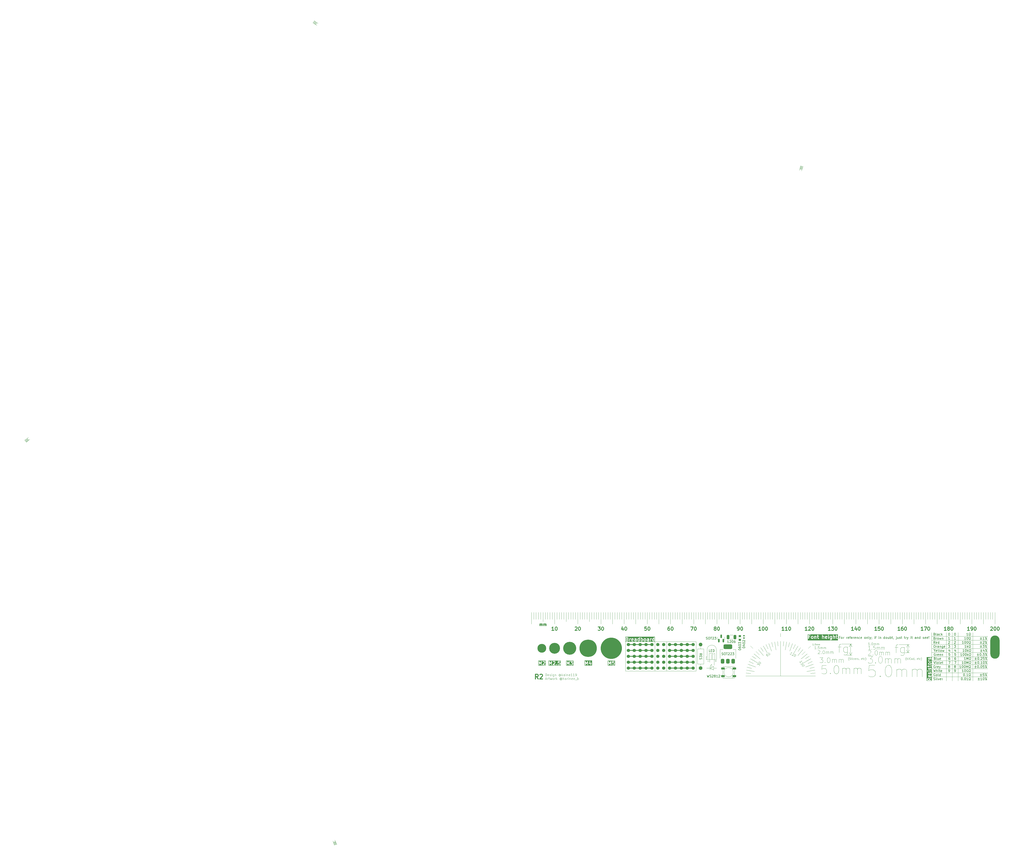
<source format=gts>
G04 #@! TF.GenerationSoftware,KiCad,Pcbnew,9.0.5*
G04 #@! TF.CreationDate,2026-01-13T02:28:23+08:00*
G04 #@! TF.ProjectId,epd-pcb-ruler,6570642d-7063-4622-9d72-756c65722e6b,rev?*
G04 #@! TF.SameCoordinates,Original*
G04 #@! TF.FileFunction,Soldermask,Top*
G04 #@! TF.FilePolarity,Negative*
%FSLAX46Y46*%
G04 Gerber Fmt 4.6, Leading zero omitted, Abs format (unit mm)*
G04 Created by KiCad (PCBNEW 9.0.5) date 2026-01-13 02:28:23*
%MOMM*%
%LPD*%
G01*
G04 APERTURE LIST*
G04 Aperture macros list*
%AMRoundRect*
0 Rectangle with rounded corners*
0 $1 Rounding radius*
0 $2 $3 $4 $5 $6 $7 $8 $9 X,Y pos of 4 corners*
0 Add a 4 corners polygon primitive as box body*
4,1,4,$2,$3,$4,$5,$6,$7,$8,$9,$2,$3,0*
0 Add four circle primitives for the rounded corners*
1,1,$1+$1,$2,$3*
1,1,$1+$1,$4,$5*
1,1,$1+$1,$6,$7*
1,1,$1+$1,$8,$9*
0 Add four rect primitives between the rounded corners*
20,1,$1+$1,$2,$3,$4,$5,0*
20,1,$1+$1,$4,$5,$6,$7,0*
20,1,$1+$1,$6,$7,$8,$9,0*
20,1,$1+$1,$8,$9,$2,$3,0*%
G04 Aperture macros list end*
%ADD10C,0.100000*%
%ADD11C,0.300000*%
%ADD12C,0.150000*%
%ADD13C,0.400000*%
%ADD14C,0.000125*%
%ADD15C,0.120000*%
%ADD16RoundRect,0.250000X0.325000X0.650000X-0.325000X0.650000X-0.325000X-0.650000X0.325000X-0.650000X0*%
%ADD17C,1.400000*%
%ADD18RoundRect,2.000000X-0.000010X-3.000000X0.000010X-3.000000X0.000010X3.000000X-0.000010X3.000000X0*%
%ADD19RoundRect,0.375000X0.375000X-0.625000X0.375000X0.625000X-0.375000X0.625000X-0.375000X-0.625000X0*%
%ADD20RoundRect,0.500000X1.400000X-0.500000X1.400000X0.500000X-1.400000X0.500000X-1.400000X-0.500000X0*%
%ADD21C,9.200000*%
%ADD22RoundRect,0.225000X-0.250000X0.225000X-0.250000X-0.225000X0.250000X-0.225000X0.250000X0.225000X0*%
%ADD23C,3.800000*%
%ADD24RoundRect,0.150000X0.150000X-0.587500X0.150000X0.587500X-0.150000X0.587500X-0.150000X-0.587500X0*%
%ADD25C,1.600000*%
%ADD26O,1.600000X1.600000*%
%ADD27C,5.600000*%
%ADD28RoundRect,0.140000X-0.170000X0.140000X-0.170000X-0.140000X0.170000X-0.140000X0.170000X0.140000X0*%
%ADD29R,1.500000X0.900000*%
%ADD30C,4.700000*%
%ADD31C,7.500000*%
G04 APERTURE END LIST*
D10*
X129287884Y-108715277D02*
X131257500Y-109062573D01*
X90560000Y-83820000D02*
X90560000Y-86820000D01*
X166560000Y-83820000D02*
X166560000Y-88820000D01*
X88560000Y-83820000D02*
X88560000Y-86820000D01*
X42560000Y-83820000D02*
X42560000Y-86820000D01*
X191560000Y-83820000D02*
X191560000Y-88820000D01*
X91560000Y-83820000D02*
X91560000Y-88820000D01*
X120560000Y-83820000D02*
X120560000Y-86820000D01*
X93560000Y-83820000D02*
X93560000Y-86820000D01*
X52560000Y-83820000D02*
X52560000Y-86820000D01*
X55560000Y-83820000D02*
X55560000Y-86820000D01*
X232560000Y-83820000D02*
X232560000Y-86820000D01*
X192560000Y-83820000D02*
X192560000Y-86820000D01*
X41560000Y-83820000D02*
X41560000Y-87820000D01*
X199560000Y-83820000D02*
X199560000Y-86820000D01*
X151560000Y-98329619D02*
X149810000Y-101360708D01*
X79560000Y-83820000D02*
X79560000Y-86820000D01*
X138929698Y-97224611D02*
X139613738Y-99103996D01*
X152560000Y-83820000D02*
X152560000Y-86820000D01*
X213560000Y-83820000D02*
X213560000Y-86820000D01*
X220560000Y-83820000D02*
X220560000Y-86820000D01*
X-57769784Y170623169D02*
X-56055450Y169593093D01*
X225560000Y-83820000D02*
X225560000Y-86820000D01*
X144060000Y-92920000D02*
X144060000Y-94320000D01*
X131560000Y-83820000D02*
X131560000Y-88820000D01*
X159060000Y-111320000D02*
X155560000Y-111320000D01*
X81560000Y-83820000D02*
X81560000Y-88820000D01*
X228560000Y-83820000D02*
X228560000Y-86820000D01*
X183560000Y-83820000D02*
X183560000Y-86820000D01*
X131772719Y-102716353D02*
X133411023Y-103863506D01*
X118560000Y-83820000D02*
X118560000Y-86820000D01*
X189560000Y-83820000D02*
X189560000Y-86820000D01*
X207560000Y-83820000D02*
X207560000Y-86820000D01*
X67560000Y-83820000D02*
X67560000Y-86820000D01*
X223560000Y-83820000D02*
X223560000Y-86820000D01*
X146560000Y-83820000D02*
X146560000Y-88820000D01*
X159002920Y-110012664D02*
X157010531Y-110186975D01*
X152817704Y108924810D02*
X152454821Y107469366D01*
X114560000Y-83820000D02*
X114560000Y-86820000D01*
X144560000Y-83820000D02*
X144560000Y-86820000D01*
X74560000Y-83820000D02*
X74560000Y-86820000D01*
X176560000Y-83820000D02*
X176560000Y-88820000D01*
X146664723Y-96547884D02*
X146056954Y-99994711D01*
X153045815Y108865816D02*
X152657587Y107416928D01*
X151560000Y-83820000D02*
X151560000Y-88820000D01*
X115560000Y-83820000D02*
X115560000Y-86820000D01*
X-181846902Y-9915838D02*
X-180664886Y-8992346D01*
X153701814Y-99829333D02*
X152416239Y-101361422D01*
X144060000Y-96320000D02*
X144060000Y-98320000D01*
X193560000Y-83820000D02*
X193560000Y-86820000D01*
X133560000Y-83820000D02*
X133560000Y-86820000D01*
X230560000Y-83820000D02*
X230560000Y-86820000D01*
X203560000Y-83820000D02*
X203560000Y-86820000D01*
X157560000Y-83820000D02*
X157560000Y-86820000D01*
X58560000Y-83820000D02*
X58560000Y-86820000D01*
X155550667Y-101678186D02*
X152869511Y-103927943D01*
X158548887Y-107437714D02*
X156617035Y-107955352D01*
X229560000Y-83820000D02*
X229560000Y-86820000D01*
X142752664Y-96377080D02*
X142926975Y-98369469D01*
X108560000Y-83820000D02*
X108560000Y-86820000D01*
X104560000Y-83820000D02*
X104560000Y-86820000D01*
X38560000Y-83820000D02*
X38560000Y-86820000D01*
X132569333Y-101678186D02*
X135250489Y-103927943D01*
X132569333Y-101678186D02*
X134101422Y-102963761D01*
X144060000Y-99820000D02*
X144060000Y-111320000D01*
X123560000Y-83820000D02*
X123560000Y-86820000D01*
X149560000Y-83820000D02*
X149560000Y-86820000D01*
X157060000Y-98320000D02*
X156060000Y-99320000D01*
X134560000Y-83820000D02*
X134560000Y-86820000D01*
X217560000Y-83820000D02*
X217560000Y-86820000D01*
X70560000Y-83820000D02*
X70560000Y-86820000D01*
X63560000Y-83820000D02*
X63560000Y-86820000D01*
X169560000Y-83820000D02*
X169560000Y-86820000D01*
X76560000Y-83820000D02*
X76560000Y-88820000D01*
X161560000Y-83820000D02*
X161560000Y-88820000D01*
X136560000Y-98329619D02*
X138310000Y-101360708D01*
X153498776Y108735931D02*
X153060219Y107301473D01*
X82560000Y-83820000D02*
X82560000Y-86820000D01*
X141455277Y-96547884D02*
X142063046Y-99994711D01*
X80560000Y-83820000D02*
X80560000Y-86820000D01*
X174560000Y-83820000D02*
X174560000Y-86820000D01*
X167560000Y-83820000D02*
X167560000Y-86820000D01*
X204560000Y-83820000D02*
X204560000Y-86820000D01*
X175560000Y-83820000D02*
X175560000Y-86820000D01*
X66560000Y-83820000D02*
X66560000Y-88820000D01*
X57560000Y-83820000D02*
X57560000Y-86820000D01*
X172560000Y-83820000D02*
X172560000Y-86820000D01*
X140560000Y-83820000D02*
X140560000Y-86820000D01*
X141455277Y-96547884D02*
X141802573Y-98517500D01*
X132560000Y-111320000D02*
X144060000Y-111320000D01*
X190560000Y-83820000D02*
X190560000Y-86820000D01*
X143560000Y-83820000D02*
X143560000Y-86820000D01*
X139560000Y-83820000D02*
X139560000Y-86820000D01*
X148560000Y-83820000D02*
X148560000Y-86820000D01*
X-181550357Y-10282041D02*
X-180401291Y-9317859D01*
X136560000Y-83820000D02*
X136560000Y-88820000D01*
X209560000Y-83820000D02*
X209560000Y-86820000D01*
X97560000Y-83820000D02*
X97560000Y-86820000D01*
X56560000Y-83820000D02*
X56560000Y-88820000D01*
X158155389Y-106189698D02*
X156276004Y-106873738D01*
X122560000Y-83820000D02*
X122560000Y-86820000D01*
X48560000Y-83820000D02*
X48560000Y-86820000D01*
X158832116Y-108715277D02*
X156862500Y-109062573D01*
X137560000Y-83820000D02*
X137560000Y-86820000D01*
X198560000Y-83820000D02*
X198560000Y-86820000D01*
X65560000Y-83820000D02*
X65560000Y-86820000D01*
X211560000Y-83820000D02*
X211560000Y-88820000D01*
X158832116Y-108715277D02*
X155385289Y-109323046D01*
X103560000Y-83820000D02*
X103560000Y-86820000D01*
X-48063628Y-184221041D02*
X-48576658Y-182811502D01*
X133453398Y-100713398D02*
X134867612Y-102127612D01*
X147560000Y-83820000D02*
X147560000Y-86820000D01*
X235560000Y-83820000D02*
X235560000Y-86820000D01*
X127560000Y-83820000D02*
X127560000Y-86820000D01*
X218560000Y-83820000D02*
X218560000Y-86820000D01*
X224560000Y-83820000D02*
X224560000Y-86820000D01*
X150560000Y-83820000D02*
X150560000Y-86820000D01*
X231560000Y-83820000D02*
X231560000Y-88820000D01*
X-181424490Y-10427068D02*
X-179915071Y-9114951D01*
X221560000Y-83820000D02*
X221560000Y-88820000D01*
X162560000Y-83820000D02*
X162560000Y-86820000D01*
X43560000Y-83820000D02*
X43560000Y-86820000D01*
X170560000Y-83820000D02*
X170560000Y-86820000D01*
X205560000Y-83820000D02*
X205560000Y-86820000D01*
X153272862Y108802850D02*
X152859406Y107360958D01*
X187560000Y-83820000D02*
X187560000Y-86820000D01*
X184560000Y-83820000D02*
X184560000Y-86820000D01*
X134418186Y-99829333D02*
X136667943Y-102510489D01*
X222560000Y-83820000D02*
X222560000Y-86820000D01*
X98560000Y-83820000D02*
X98560000Y-86820000D01*
X178560000Y-83820000D02*
X178560000Y-86820000D01*
X126560000Y-83820000D02*
X126560000Y-88820000D01*
X117560000Y-83820000D02*
X117560000Y-86820000D01*
X-47623711Y-184052173D02*
X-48185621Y-182661397D01*
X129571113Y-107437714D02*
X131502965Y-107955352D01*
X135560000Y-83820000D02*
X135560000Y-86820000D01*
X140177714Y-96831113D02*
X140695352Y-98762965D01*
X62560000Y-83820000D02*
X62560000Y-86820000D01*
X195560000Y-83820000D02*
X195560000Y-86820000D01*
X208560000Y-83820000D02*
X208560000Y-86820000D01*
X-48509171Y-184374454D02*
X-49127205Y-182472341D01*
X149190302Y-97224611D02*
X148506262Y-99103996D01*
X47560000Y-83820000D02*
X47560000Y-86820000D01*
X149190302Y-97224611D02*
X147993231Y-100513535D01*
X86560000Y-83820000D02*
X86560000Y-88820000D01*
X156560000Y-83820000D02*
X156560000Y-88820000D01*
X219560000Y-83820000D02*
X219560000Y-86820000D01*
X201560000Y-83820000D02*
X201560000Y-88820000D01*
X-47842933Y-184138527D02*
X-48380485Y-182738157D01*
X233560000Y-83820000D02*
X233560000Y-86820000D01*
X158155389Y-106189698D02*
X154866465Y-107386769D01*
X110560000Y-83820000D02*
X110560000Y-86820000D01*
X177560000Y-83820000D02*
X177560000Y-86820000D01*
X159560000Y-83820000D02*
X159560000Y-86820000D01*
X144060000Y-96320000D02*
X144060000Y-99820000D01*
X182560000Y-83820000D02*
X182560000Y-86820000D01*
X129964611Y-106189698D02*
X133253535Y-107386769D01*
X155550667Y-101678186D02*
X154018578Y-102963761D01*
X179560000Y-83820000D02*
X179560000Y-86820000D01*
X-48285730Y-184299692D02*
X-48774083Y-182881414D01*
X137720726Y-97725383D02*
X138565963Y-99537999D01*
X-181700228Y-10100233D02*
X-180534509Y-9156253D01*
X134418186Y-99829333D02*
X135703761Y-101361422D01*
X-57670750Y170787692D02*
X-56398678Y169992813D01*
X129560000Y-83820000D02*
X129560000Y-86820000D01*
X188560000Y-83820000D02*
X188560000Y-86820000D01*
X102560000Y-83820000D02*
X102560000Y-86820000D01*
X39560000Y-83820000D02*
X39560000Y-86820000D01*
X124560000Y-83820000D02*
X124560000Y-86820000D01*
X129287884Y-108715277D02*
X132734711Y-109323046D01*
X152663647Y-99032719D02*
X151516494Y-100671023D01*
X144060000Y-111320000D02*
X155560000Y-111320000D01*
X216560000Y-83820000D02*
X216560000Y-88820000D01*
X69560000Y-83820000D02*
X69560000Y-86820000D01*
X51560000Y-83820000D02*
X51560000Y-87820000D01*
X-181990337Y-9728911D02*
X-180792384Y-8826188D01*
X160560000Y-83820000D02*
X160560000Y-86820000D01*
X186560000Y-83820000D02*
X186560000Y-88820000D01*
X157654617Y-104980726D02*
X155842001Y-105825963D01*
X105560000Y-83820000D02*
X105560000Y-86820000D01*
X-57143830Y171568883D02*
X-55525796Y170393312D01*
X157050381Y-103820000D02*
X155318330Y-104820000D01*
X164560000Y-83820000D02*
X164560000Y-86820000D01*
X68560000Y-83820000D02*
X68560000Y-86820000D01*
X153701814Y-99829333D02*
X151452057Y-102510489D01*
X131060000Y-98320000D02*
X132060000Y-99320000D01*
X94560000Y-83820000D02*
X94560000Y-86820000D01*
X151560000Y-98329619D02*
X150560000Y-100061670D01*
X135456353Y-99032719D02*
X136603506Y-100671023D01*
X129060000Y-111320000D02*
X131060000Y-111320000D01*
X128560000Y-83820000D02*
X128560000Y-86820000D01*
X131069619Y-103820000D02*
X132801670Y-104820000D01*
X59560000Y-83820000D02*
X59560000Y-86820000D01*
X236560000Y-83820000D02*
X236560000Y-88820000D01*
X197560000Y-83820000D02*
X197560000Y-86820000D01*
X153723487Y108665080D02*
X153105453Y106762967D01*
X168560000Y-83820000D02*
X168560000Y-86820000D01*
X109560000Y-83820000D02*
X109560000Y-86820000D01*
X44560000Y-83820000D02*
X44560000Y-86820000D01*
X138929698Y-97224611D02*
X140126769Y-100513535D01*
X154666602Y-100713398D02*
X153252388Y-102127612D01*
X111560000Y-83820000D02*
X111560000Y-88820000D01*
X194560000Y-83820000D02*
X194560000Y-86820000D01*
X106560000Y-83820000D02*
X106560000Y-88820000D01*
X54560000Y-83820000D02*
X54560000Y-86820000D01*
X171560000Y-83820000D02*
X171560000Y-88820000D01*
X129964611Y-106189698D02*
X131843996Y-106873738D01*
X215560000Y-83820000D02*
X215560000Y-86820000D01*
X131069619Y-103820000D02*
X134100708Y-105570000D01*
X50560000Y-83820000D02*
X50560000Y-86820000D01*
X155560000Y-83820000D02*
X155560000Y-86820000D01*
X119560000Y-83820000D02*
X119560000Y-86820000D01*
X73560000Y-83820000D02*
X73560000Y-86820000D01*
X-57280653Y171377064D02*
X-56051924Y170516699D01*
X99560000Y-83820000D02*
X99560000Y-86820000D01*
X141560000Y-83820000D02*
X141560000Y-88820000D01*
X130465383Y-104980726D02*
X132277999Y-105825963D01*
X234560000Y-83820000D02*
X234560000Y-86820000D01*
X142560000Y-83820000D02*
X142560000Y-86820000D01*
X138560000Y-83820000D02*
X138560000Y-86820000D01*
X72560000Y-83820000D02*
X72560000Y-86820000D01*
X214560000Y-83820000D02*
X214560000Y-86820000D01*
X121560000Y-83820000D02*
X121560000Y-88820000D01*
X85560000Y-83820000D02*
X85560000Y-86820000D01*
X130560000Y-83820000D02*
X130560000Y-86820000D01*
X45560000Y-83820000D02*
X45560000Y-86820000D01*
X132560000Y-83820000D02*
X132560000Y-86820000D01*
X37560000Y-83820000D02*
X37560000Y-86820000D01*
X136560000Y-98329619D02*
X137560000Y-100061670D01*
X40560000Y-83820000D02*
X40560000Y-86820000D01*
X150399274Y-97725383D02*
X149554037Y-99537999D01*
X212560000Y-83820000D02*
X212560000Y-86820000D01*
X107560000Y-83820000D02*
X107560000Y-86820000D01*
X-57544153Y170986409D02*
X-56286147Y170169451D01*
X64560000Y-83820000D02*
X64560000Y-86820000D01*
X156347281Y-102716353D02*
X154708977Y-103863506D01*
X200560000Y-83820000D02*
X200560000Y-86820000D01*
X125560000Y-83820000D02*
X125560000Y-86820000D01*
X53560000Y-83820000D02*
X53560000Y-86820000D01*
X87560000Y-83820000D02*
X87560000Y-86820000D01*
X152630629Y108968156D02*
X152180727Y107019416D01*
X147942286Y-96831113D02*
X147424648Y-98762965D01*
X153560000Y-83820000D02*
X153560000Y-86820000D01*
X146664723Y-96547884D02*
X146317427Y-98517500D01*
X129117080Y-110012664D02*
X131109469Y-110186975D01*
X113560000Y-83820000D02*
X113560000Y-86820000D01*
X-57414108Y171182886D02*
X-56170552Y170344097D01*
X165560000Y-83820000D02*
X165560000Y-86820000D01*
X92560000Y-83820000D02*
X92560000Y-86820000D01*
X75560000Y-83820000D02*
X75560000Y-86820000D01*
X84560000Y-83820000D02*
X84560000Y-86820000D01*
X185560000Y-83820000D02*
X185560000Y-86820000D01*
X100560000Y-83820000D02*
X100560000Y-86820000D01*
X61560000Y-83820000D02*
X61560000Y-87820000D01*
X96560000Y-83820000D02*
X96560000Y-88820000D01*
X154560000Y-83820000D02*
X154560000Y-86820000D01*
X-182130486Y-9539509D02*
X-180512452Y-8363938D01*
X210560000Y-83820000D02*
X210560000Y-86820000D01*
X49560000Y-83820000D02*
X49560000Y-86820000D01*
X157050381Y-103820000D02*
X154019292Y-105570000D01*
X163560000Y-83820000D02*
X163560000Y-86820000D01*
X158560000Y-83820000D02*
X158560000Y-86820000D01*
X181560000Y-83820000D02*
X181560000Y-88820000D01*
X36560000Y-83820000D02*
X36560000Y-88820000D01*
X206560000Y-83820000D02*
X206560000Y-88820000D01*
X89560000Y-83820000D02*
X89560000Y-86820000D01*
X101560000Y-83820000D02*
X101560000Y-88820000D01*
X78560000Y-83820000D02*
X78560000Y-86820000D01*
X46560000Y-83820000D02*
X46560000Y-88820000D01*
X227560000Y-83820000D02*
X227560000Y-86820000D01*
X112560000Y-83820000D02*
X112560000Y-86820000D01*
X-47446887Y-183977282D02*
X-48228349Y-182136273D01*
X83560000Y-83820000D02*
X83560000Y-86820000D01*
X180560000Y-83820000D02*
X180560000Y-86820000D01*
X71560000Y-83820000D02*
X71560000Y-88820000D01*
X60560000Y-83820000D02*
X60560000Y-86820000D01*
X116560000Y-83820000D02*
X116560000Y-88820000D01*
X202560000Y-83820000D02*
X202560000Y-86820000D01*
X145367336Y-96377080D02*
X145193025Y-98369469D01*
X226560000Y-83820000D02*
X226560000Y-88820000D01*
X95560000Y-83820000D02*
X95560000Y-86820000D01*
X145560000Y-83820000D02*
X145560000Y-86820000D01*
X129060000Y-111320000D02*
X132560000Y-111320000D01*
X173560000Y-83820000D02*
X173560000Y-86820000D01*
X196560000Y-83820000D02*
X196560000Y-88820000D01*
X77560000Y-83820000D02*
X77560000Y-86820000D01*
X42663884Y-111272447D02*
X42663884Y-110272447D01*
X42663884Y-110272447D02*
X42901979Y-110272447D01*
X42901979Y-110272447D02*
X43044836Y-110320066D01*
X43044836Y-110320066D02*
X43140074Y-110415304D01*
X43140074Y-110415304D02*
X43187693Y-110510542D01*
X43187693Y-110510542D02*
X43235312Y-110701018D01*
X43235312Y-110701018D02*
X43235312Y-110843875D01*
X43235312Y-110843875D02*
X43187693Y-111034351D01*
X43187693Y-111034351D02*
X43140074Y-111129589D01*
X43140074Y-111129589D02*
X43044836Y-111224828D01*
X43044836Y-111224828D02*
X42901979Y-111272447D01*
X42901979Y-111272447D02*
X42663884Y-111272447D01*
X44044836Y-111224828D02*
X43949598Y-111272447D01*
X43949598Y-111272447D02*
X43759122Y-111272447D01*
X43759122Y-111272447D02*
X43663884Y-111224828D01*
X43663884Y-111224828D02*
X43616265Y-111129589D01*
X43616265Y-111129589D02*
X43616265Y-110748637D01*
X43616265Y-110748637D02*
X43663884Y-110653399D01*
X43663884Y-110653399D02*
X43759122Y-110605780D01*
X43759122Y-110605780D02*
X43949598Y-110605780D01*
X43949598Y-110605780D02*
X44044836Y-110653399D01*
X44044836Y-110653399D02*
X44092455Y-110748637D01*
X44092455Y-110748637D02*
X44092455Y-110843875D01*
X44092455Y-110843875D02*
X43616265Y-110939113D01*
X44473408Y-111224828D02*
X44568646Y-111272447D01*
X44568646Y-111272447D02*
X44759122Y-111272447D01*
X44759122Y-111272447D02*
X44854360Y-111224828D01*
X44854360Y-111224828D02*
X44901979Y-111129589D01*
X44901979Y-111129589D02*
X44901979Y-111081970D01*
X44901979Y-111081970D02*
X44854360Y-110986732D01*
X44854360Y-110986732D02*
X44759122Y-110939113D01*
X44759122Y-110939113D02*
X44616265Y-110939113D01*
X44616265Y-110939113D02*
X44521027Y-110891494D01*
X44521027Y-110891494D02*
X44473408Y-110796256D01*
X44473408Y-110796256D02*
X44473408Y-110748637D01*
X44473408Y-110748637D02*
X44521027Y-110653399D01*
X44521027Y-110653399D02*
X44616265Y-110605780D01*
X44616265Y-110605780D02*
X44759122Y-110605780D01*
X44759122Y-110605780D02*
X44854360Y-110653399D01*
X45330551Y-111272447D02*
X45330551Y-110605780D01*
X45330551Y-110272447D02*
X45282932Y-110320066D01*
X45282932Y-110320066D02*
X45330551Y-110367685D01*
X45330551Y-110367685D02*
X45378170Y-110320066D01*
X45378170Y-110320066D02*
X45330551Y-110272447D01*
X45330551Y-110272447D02*
X45330551Y-110367685D01*
X46235312Y-110605780D02*
X46235312Y-111415304D01*
X46235312Y-111415304D02*
X46187693Y-111510542D01*
X46187693Y-111510542D02*
X46140074Y-111558161D01*
X46140074Y-111558161D02*
X46044836Y-111605780D01*
X46044836Y-111605780D02*
X45901979Y-111605780D01*
X45901979Y-111605780D02*
X45806741Y-111558161D01*
X46235312Y-111224828D02*
X46140074Y-111272447D01*
X46140074Y-111272447D02*
X45949598Y-111272447D01*
X45949598Y-111272447D02*
X45854360Y-111224828D01*
X45854360Y-111224828D02*
X45806741Y-111177208D01*
X45806741Y-111177208D02*
X45759122Y-111081970D01*
X45759122Y-111081970D02*
X45759122Y-110796256D01*
X45759122Y-110796256D02*
X45806741Y-110701018D01*
X45806741Y-110701018D02*
X45854360Y-110653399D01*
X45854360Y-110653399D02*
X45949598Y-110605780D01*
X45949598Y-110605780D02*
X46140074Y-110605780D01*
X46140074Y-110605780D02*
X46235312Y-110653399D01*
X46711503Y-110605780D02*
X46711503Y-111272447D01*
X46711503Y-110701018D02*
X46759122Y-110653399D01*
X46759122Y-110653399D02*
X46854360Y-110605780D01*
X46854360Y-110605780D02*
X46997217Y-110605780D01*
X46997217Y-110605780D02*
X47092455Y-110653399D01*
X47092455Y-110653399D02*
X47140074Y-110748637D01*
X47140074Y-110748637D02*
X47140074Y-111272447D01*
X48997217Y-110796256D02*
X48949598Y-110748637D01*
X48949598Y-110748637D02*
X48854360Y-110701018D01*
X48854360Y-110701018D02*
X48759122Y-110701018D01*
X48759122Y-110701018D02*
X48663884Y-110748637D01*
X48663884Y-110748637D02*
X48616265Y-110796256D01*
X48616265Y-110796256D02*
X48568646Y-110891494D01*
X48568646Y-110891494D02*
X48568646Y-110986732D01*
X48568646Y-110986732D02*
X48616265Y-111081970D01*
X48616265Y-111081970D02*
X48663884Y-111129589D01*
X48663884Y-111129589D02*
X48759122Y-111177208D01*
X48759122Y-111177208D02*
X48854360Y-111177208D01*
X48854360Y-111177208D02*
X48949598Y-111129589D01*
X48949598Y-111129589D02*
X48997217Y-111081970D01*
X48997217Y-110701018D02*
X48997217Y-111081970D01*
X48997217Y-111081970D02*
X49044836Y-111129589D01*
X49044836Y-111129589D02*
X49092455Y-111129589D01*
X49092455Y-111129589D02*
X49187694Y-111081970D01*
X49187694Y-111081970D02*
X49235313Y-110986732D01*
X49235313Y-110986732D02*
X49235313Y-110748637D01*
X49235313Y-110748637D02*
X49140075Y-110605780D01*
X49140075Y-110605780D02*
X48997217Y-110510542D01*
X48997217Y-110510542D02*
X48806741Y-110462923D01*
X48806741Y-110462923D02*
X48616265Y-110510542D01*
X48616265Y-110510542D02*
X48473408Y-110605780D01*
X48473408Y-110605780D02*
X48378170Y-110748637D01*
X48378170Y-110748637D02*
X48330551Y-110939113D01*
X48330551Y-110939113D02*
X48378170Y-111129589D01*
X48378170Y-111129589D02*
X48473408Y-111272447D01*
X48473408Y-111272447D02*
X48616265Y-111367685D01*
X48616265Y-111367685D02*
X48806741Y-111415304D01*
X48806741Y-111415304D02*
X48997217Y-111367685D01*
X48997217Y-111367685D02*
X49140075Y-111272447D01*
X49663884Y-111272447D02*
X49663884Y-110272447D01*
X49759122Y-110891494D02*
X50044836Y-111272447D01*
X50044836Y-110605780D02*
X49663884Y-110986732D01*
X50901979Y-111272447D02*
X50901979Y-110748637D01*
X50901979Y-110748637D02*
X50854360Y-110653399D01*
X50854360Y-110653399D02*
X50759122Y-110605780D01*
X50759122Y-110605780D02*
X50568646Y-110605780D01*
X50568646Y-110605780D02*
X50473408Y-110653399D01*
X50901979Y-111224828D02*
X50806741Y-111272447D01*
X50806741Y-111272447D02*
X50568646Y-111272447D01*
X50568646Y-111272447D02*
X50473408Y-111224828D01*
X50473408Y-111224828D02*
X50425789Y-111129589D01*
X50425789Y-111129589D02*
X50425789Y-111034351D01*
X50425789Y-111034351D02*
X50473408Y-110939113D01*
X50473408Y-110939113D02*
X50568646Y-110891494D01*
X50568646Y-110891494D02*
X50806741Y-110891494D01*
X50806741Y-110891494D02*
X50901979Y-110843875D01*
X51378170Y-111272447D02*
X51378170Y-110605780D01*
X51378170Y-110272447D02*
X51330551Y-110320066D01*
X51330551Y-110320066D02*
X51378170Y-110367685D01*
X51378170Y-110367685D02*
X51425789Y-110320066D01*
X51425789Y-110320066D02*
X51378170Y-110272447D01*
X51378170Y-110272447D02*
X51378170Y-110367685D01*
X51854360Y-110605780D02*
X51854360Y-111272447D01*
X51854360Y-110701018D02*
X51901979Y-110653399D01*
X51901979Y-110653399D02*
X51997217Y-110605780D01*
X51997217Y-110605780D02*
X52140074Y-110605780D01*
X52140074Y-110605780D02*
X52235312Y-110653399D01*
X52235312Y-110653399D02*
X52282931Y-110748637D01*
X52282931Y-110748637D02*
X52282931Y-111272447D01*
X53140074Y-111224828D02*
X53044836Y-111272447D01*
X53044836Y-111272447D02*
X52854360Y-111272447D01*
X52854360Y-111272447D02*
X52759122Y-111224828D01*
X52759122Y-111224828D02*
X52711503Y-111129589D01*
X52711503Y-111129589D02*
X52711503Y-110748637D01*
X52711503Y-110748637D02*
X52759122Y-110653399D01*
X52759122Y-110653399D02*
X52854360Y-110605780D01*
X52854360Y-110605780D02*
X53044836Y-110605780D01*
X53044836Y-110605780D02*
X53140074Y-110653399D01*
X53140074Y-110653399D02*
X53187693Y-110748637D01*
X53187693Y-110748637D02*
X53187693Y-110843875D01*
X53187693Y-110843875D02*
X52711503Y-110939113D01*
X54140074Y-111272447D02*
X53568646Y-111272447D01*
X53854360Y-111272447D02*
X53854360Y-110272447D01*
X53854360Y-110272447D02*
X53759122Y-110415304D01*
X53759122Y-110415304D02*
X53663884Y-110510542D01*
X53663884Y-110510542D02*
X53568646Y-110558161D01*
X55092455Y-111272447D02*
X54521027Y-111272447D01*
X54806741Y-111272447D02*
X54806741Y-110272447D01*
X54806741Y-110272447D02*
X54711503Y-110415304D01*
X54711503Y-110415304D02*
X54616265Y-110510542D01*
X54616265Y-110510542D02*
X54521027Y-110558161D01*
X55568646Y-111272447D02*
X55759122Y-111272447D01*
X55759122Y-111272447D02*
X55854360Y-111224828D01*
X55854360Y-111224828D02*
X55901979Y-111177208D01*
X55901979Y-111177208D02*
X55997217Y-111034351D01*
X55997217Y-111034351D02*
X56044836Y-110843875D01*
X56044836Y-110843875D02*
X56044836Y-110462923D01*
X56044836Y-110462923D02*
X55997217Y-110367685D01*
X55997217Y-110367685D02*
X55949598Y-110320066D01*
X55949598Y-110320066D02*
X55854360Y-110272447D01*
X55854360Y-110272447D02*
X55663884Y-110272447D01*
X55663884Y-110272447D02*
X55568646Y-110320066D01*
X55568646Y-110320066D02*
X55521027Y-110367685D01*
X55521027Y-110367685D02*
X55473408Y-110462923D01*
X55473408Y-110462923D02*
X55473408Y-110701018D01*
X55473408Y-110701018D02*
X55521027Y-110796256D01*
X55521027Y-110796256D02*
X55568646Y-110843875D01*
X55568646Y-110843875D02*
X55663884Y-110891494D01*
X55663884Y-110891494D02*
X55854360Y-110891494D01*
X55854360Y-110891494D02*
X55949598Y-110843875D01*
X55949598Y-110843875D02*
X55997217Y-110796256D01*
X55997217Y-110796256D02*
X56044836Y-110701018D01*
X42616265Y-112596676D02*
X43092455Y-112596676D01*
X42521027Y-112882391D02*
X42854360Y-111882391D01*
X42854360Y-111882391D02*
X43187693Y-112882391D01*
X43521027Y-112882391D02*
X43521027Y-112215724D01*
X43521027Y-112406200D02*
X43568646Y-112310962D01*
X43568646Y-112310962D02*
X43616265Y-112263343D01*
X43616265Y-112263343D02*
X43711503Y-112215724D01*
X43711503Y-112215724D02*
X43806741Y-112215724D01*
X43997218Y-112215724D02*
X44378170Y-112215724D01*
X44140075Y-111882391D02*
X44140075Y-112739533D01*
X44140075Y-112739533D02*
X44187694Y-112834772D01*
X44187694Y-112834772D02*
X44282932Y-112882391D01*
X44282932Y-112882391D02*
X44378170Y-112882391D01*
X44616266Y-112215724D02*
X44806742Y-112882391D01*
X44806742Y-112882391D02*
X44997218Y-112406200D01*
X44997218Y-112406200D02*
X45187694Y-112882391D01*
X45187694Y-112882391D02*
X45378170Y-112215724D01*
X45901980Y-112882391D02*
X45806742Y-112834772D01*
X45806742Y-112834772D02*
X45759123Y-112787152D01*
X45759123Y-112787152D02*
X45711504Y-112691914D01*
X45711504Y-112691914D02*
X45711504Y-112406200D01*
X45711504Y-112406200D02*
X45759123Y-112310962D01*
X45759123Y-112310962D02*
X45806742Y-112263343D01*
X45806742Y-112263343D02*
X45901980Y-112215724D01*
X45901980Y-112215724D02*
X46044837Y-112215724D01*
X46044837Y-112215724D02*
X46140075Y-112263343D01*
X46140075Y-112263343D02*
X46187694Y-112310962D01*
X46187694Y-112310962D02*
X46235313Y-112406200D01*
X46235313Y-112406200D02*
X46235313Y-112691914D01*
X46235313Y-112691914D02*
X46187694Y-112787152D01*
X46187694Y-112787152D02*
X46140075Y-112834772D01*
X46140075Y-112834772D02*
X46044837Y-112882391D01*
X46044837Y-112882391D02*
X45901980Y-112882391D01*
X46663885Y-112882391D02*
X46663885Y-112215724D01*
X46663885Y-112406200D02*
X46711504Y-112310962D01*
X46711504Y-112310962D02*
X46759123Y-112263343D01*
X46759123Y-112263343D02*
X46854361Y-112215724D01*
X46854361Y-112215724D02*
X46949599Y-112215724D01*
X47282933Y-112882391D02*
X47282933Y-111882391D01*
X47378171Y-112501438D02*
X47663885Y-112882391D01*
X47663885Y-112215724D02*
X47282933Y-112596676D01*
X49473409Y-112406200D02*
X49425790Y-112358581D01*
X49425790Y-112358581D02*
X49330552Y-112310962D01*
X49330552Y-112310962D02*
X49235314Y-112310962D01*
X49235314Y-112310962D02*
X49140076Y-112358581D01*
X49140076Y-112358581D02*
X49092457Y-112406200D01*
X49092457Y-112406200D02*
X49044838Y-112501438D01*
X49044838Y-112501438D02*
X49044838Y-112596676D01*
X49044838Y-112596676D02*
X49092457Y-112691914D01*
X49092457Y-112691914D02*
X49140076Y-112739533D01*
X49140076Y-112739533D02*
X49235314Y-112787152D01*
X49235314Y-112787152D02*
X49330552Y-112787152D01*
X49330552Y-112787152D02*
X49425790Y-112739533D01*
X49425790Y-112739533D02*
X49473409Y-112691914D01*
X49473409Y-112310962D02*
X49473409Y-112691914D01*
X49473409Y-112691914D02*
X49521028Y-112739533D01*
X49521028Y-112739533D02*
X49568647Y-112739533D01*
X49568647Y-112739533D02*
X49663886Y-112691914D01*
X49663886Y-112691914D02*
X49711505Y-112596676D01*
X49711505Y-112596676D02*
X49711505Y-112358581D01*
X49711505Y-112358581D02*
X49616267Y-112215724D01*
X49616267Y-112215724D02*
X49473409Y-112120486D01*
X49473409Y-112120486D02*
X49282933Y-112072867D01*
X49282933Y-112072867D02*
X49092457Y-112120486D01*
X49092457Y-112120486D02*
X48949600Y-112215724D01*
X48949600Y-112215724D02*
X48854362Y-112358581D01*
X48854362Y-112358581D02*
X48806743Y-112549057D01*
X48806743Y-112549057D02*
X48854362Y-112739533D01*
X48854362Y-112739533D02*
X48949600Y-112882391D01*
X48949600Y-112882391D02*
X49092457Y-112977629D01*
X49092457Y-112977629D02*
X49282933Y-113025248D01*
X49282933Y-113025248D02*
X49473409Y-112977629D01*
X49473409Y-112977629D02*
X49616267Y-112882391D01*
X50140076Y-112882391D02*
X50140076Y-111882391D01*
X50568647Y-112882391D02*
X50568647Y-112358581D01*
X50568647Y-112358581D02*
X50521028Y-112263343D01*
X50521028Y-112263343D02*
X50425790Y-112215724D01*
X50425790Y-112215724D02*
X50282933Y-112215724D01*
X50282933Y-112215724D02*
X50187695Y-112263343D01*
X50187695Y-112263343D02*
X50140076Y-112310962D01*
X51473409Y-112882391D02*
X51473409Y-112358581D01*
X51473409Y-112358581D02*
X51425790Y-112263343D01*
X51425790Y-112263343D02*
X51330552Y-112215724D01*
X51330552Y-112215724D02*
X51140076Y-112215724D01*
X51140076Y-112215724D02*
X51044838Y-112263343D01*
X51473409Y-112834772D02*
X51378171Y-112882391D01*
X51378171Y-112882391D02*
X51140076Y-112882391D01*
X51140076Y-112882391D02*
X51044838Y-112834772D01*
X51044838Y-112834772D02*
X50997219Y-112739533D01*
X50997219Y-112739533D02*
X50997219Y-112644295D01*
X50997219Y-112644295D02*
X51044838Y-112549057D01*
X51044838Y-112549057D02*
X51140076Y-112501438D01*
X51140076Y-112501438D02*
X51378171Y-112501438D01*
X51378171Y-112501438D02*
X51473409Y-112453819D01*
X51949600Y-112882391D02*
X51949600Y-112215724D01*
X51949600Y-112406200D02*
X51997219Y-112310962D01*
X51997219Y-112310962D02*
X52044838Y-112263343D01*
X52044838Y-112263343D02*
X52140076Y-112215724D01*
X52140076Y-112215724D02*
X52235314Y-112215724D01*
X52568648Y-112882391D02*
X52568648Y-112215724D01*
X52568648Y-111882391D02*
X52521029Y-111930010D01*
X52521029Y-111930010D02*
X52568648Y-111977629D01*
X52568648Y-111977629D02*
X52616267Y-111930010D01*
X52616267Y-111930010D02*
X52568648Y-111882391D01*
X52568648Y-111882391D02*
X52568648Y-111977629D01*
X53044838Y-112215724D02*
X53044838Y-112882391D01*
X53044838Y-112310962D02*
X53092457Y-112263343D01*
X53092457Y-112263343D02*
X53187695Y-112215724D01*
X53187695Y-112215724D02*
X53330552Y-112215724D01*
X53330552Y-112215724D02*
X53425790Y-112263343D01*
X53425790Y-112263343D02*
X53473409Y-112358581D01*
X53473409Y-112358581D02*
X53473409Y-112882391D01*
X54330552Y-112834772D02*
X54235314Y-112882391D01*
X54235314Y-112882391D02*
X54044838Y-112882391D01*
X54044838Y-112882391D02*
X53949600Y-112834772D01*
X53949600Y-112834772D02*
X53901981Y-112739533D01*
X53901981Y-112739533D02*
X53901981Y-112358581D01*
X53901981Y-112358581D02*
X53949600Y-112263343D01*
X53949600Y-112263343D02*
X54044838Y-112215724D01*
X54044838Y-112215724D02*
X54235314Y-112215724D01*
X54235314Y-112215724D02*
X54330552Y-112263343D01*
X54330552Y-112263343D02*
X54378171Y-112358581D01*
X54378171Y-112358581D02*
X54378171Y-112453819D01*
X54378171Y-112453819D02*
X53901981Y-112549057D01*
X55187695Y-112834772D02*
X55092457Y-112882391D01*
X55092457Y-112882391D02*
X54901981Y-112882391D01*
X54901981Y-112882391D02*
X54806743Y-112834772D01*
X54806743Y-112834772D02*
X54759124Y-112739533D01*
X54759124Y-112739533D02*
X54759124Y-112358581D01*
X54759124Y-112358581D02*
X54806743Y-112263343D01*
X54806743Y-112263343D02*
X54901981Y-112215724D01*
X54901981Y-112215724D02*
X55092457Y-112215724D01*
X55092457Y-112215724D02*
X55187695Y-112263343D01*
X55187695Y-112263343D02*
X55235314Y-112358581D01*
X55235314Y-112358581D02*
X55235314Y-112453819D01*
X55235314Y-112453819D02*
X54759124Y-112549057D01*
X55425791Y-112977629D02*
X56187695Y-112977629D01*
X56425791Y-112882391D02*
X56425791Y-111882391D01*
X56425791Y-112263343D02*
X56521029Y-112215724D01*
X56521029Y-112215724D02*
X56711505Y-112215724D01*
X56711505Y-112215724D02*
X56806743Y-112263343D01*
X56806743Y-112263343D02*
X56854362Y-112310962D01*
X56854362Y-112310962D02*
X56901981Y-112406200D01*
X56901981Y-112406200D02*
X56901981Y-112691914D01*
X56901981Y-112691914D02*
X56854362Y-112787152D01*
X56854362Y-112787152D02*
X56806743Y-112834772D01*
X56806743Y-112834772D02*
X56711505Y-112882391D01*
X56711505Y-112882391D02*
X56521029Y-112882391D01*
X56521029Y-112882391D02*
X56425791Y-112834772D01*
D11*
X76131429Y-90620828D02*
X76131429Y-91620828D01*
X75774286Y-90049400D02*
X75417143Y-91120828D01*
X75417143Y-91120828D02*
X76345714Y-91120828D01*
X77202857Y-90120828D02*
X77345714Y-90120828D01*
X77345714Y-90120828D02*
X77488571Y-90192257D01*
X77488571Y-90192257D02*
X77560000Y-90263685D01*
X77560000Y-90263685D02*
X77631428Y-90406542D01*
X77631428Y-90406542D02*
X77702857Y-90692257D01*
X77702857Y-90692257D02*
X77702857Y-91049400D01*
X77702857Y-91049400D02*
X77631428Y-91335114D01*
X77631428Y-91335114D02*
X77560000Y-91477971D01*
X77560000Y-91477971D02*
X77488571Y-91549400D01*
X77488571Y-91549400D02*
X77345714Y-91620828D01*
X77345714Y-91620828D02*
X77202857Y-91620828D01*
X77202857Y-91620828D02*
X77060000Y-91549400D01*
X77060000Y-91549400D02*
X76988571Y-91477971D01*
X76988571Y-91477971D02*
X76917142Y-91335114D01*
X76917142Y-91335114D02*
X76845714Y-91049400D01*
X76845714Y-91049400D02*
X76845714Y-90692257D01*
X76845714Y-90692257D02*
X76917142Y-90406542D01*
X76917142Y-90406542D02*
X76988571Y-90263685D01*
X76988571Y-90263685D02*
X77060000Y-90192257D01*
X77060000Y-90192257D02*
X77202857Y-90120828D01*
D10*
X160937931Y-103362397D02*
X162290550Y-103362397D01*
X162290550Y-103362397D02*
X161562217Y-104194778D01*
X161562217Y-104194778D02*
X161874360Y-104194778D01*
X161874360Y-104194778D02*
X162082455Y-104298826D01*
X162082455Y-104298826D02*
X162186503Y-104402873D01*
X162186503Y-104402873D02*
X162290550Y-104610969D01*
X162290550Y-104610969D02*
X162290550Y-105131207D01*
X162290550Y-105131207D02*
X162186503Y-105339302D01*
X162186503Y-105339302D02*
X162082455Y-105443350D01*
X162082455Y-105443350D02*
X161874360Y-105547397D01*
X161874360Y-105547397D02*
X161250074Y-105547397D01*
X161250074Y-105547397D02*
X161041979Y-105443350D01*
X161041979Y-105443350D02*
X160937931Y-105339302D01*
X163226979Y-105339302D02*
X163331026Y-105443350D01*
X163331026Y-105443350D02*
X163226979Y-105547397D01*
X163226979Y-105547397D02*
X163122931Y-105443350D01*
X163122931Y-105443350D02*
X163226979Y-105339302D01*
X163226979Y-105339302D02*
X163226979Y-105547397D01*
X164683645Y-103362397D02*
X164891740Y-103362397D01*
X164891740Y-103362397D02*
X165099836Y-103466445D01*
X165099836Y-103466445D02*
X165203883Y-103570492D01*
X165203883Y-103570492D02*
X165307931Y-103778588D01*
X165307931Y-103778588D02*
X165411978Y-104194778D01*
X165411978Y-104194778D02*
X165411978Y-104715016D01*
X165411978Y-104715016D02*
X165307931Y-105131207D01*
X165307931Y-105131207D02*
X165203883Y-105339302D01*
X165203883Y-105339302D02*
X165099836Y-105443350D01*
X165099836Y-105443350D02*
X164891740Y-105547397D01*
X164891740Y-105547397D02*
X164683645Y-105547397D01*
X164683645Y-105547397D02*
X164475550Y-105443350D01*
X164475550Y-105443350D02*
X164371502Y-105339302D01*
X164371502Y-105339302D02*
X164267455Y-105131207D01*
X164267455Y-105131207D02*
X164163407Y-104715016D01*
X164163407Y-104715016D02*
X164163407Y-104194778D01*
X164163407Y-104194778D02*
X164267455Y-103778588D01*
X164267455Y-103778588D02*
X164371502Y-103570492D01*
X164371502Y-103570492D02*
X164475550Y-103466445D01*
X164475550Y-103466445D02*
X164683645Y-103362397D01*
X166348407Y-105547397D02*
X166348407Y-104090730D01*
X166348407Y-104298826D02*
X166452454Y-104194778D01*
X166452454Y-104194778D02*
X166660549Y-104090730D01*
X166660549Y-104090730D02*
X166972692Y-104090730D01*
X166972692Y-104090730D02*
X167180788Y-104194778D01*
X167180788Y-104194778D02*
X167284835Y-104402873D01*
X167284835Y-104402873D02*
X167284835Y-105547397D01*
X167284835Y-104402873D02*
X167388883Y-104194778D01*
X167388883Y-104194778D02*
X167596978Y-104090730D01*
X167596978Y-104090730D02*
X167909121Y-104090730D01*
X167909121Y-104090730D02*
X168117216Y-104194778D01*
X168117216Y-104194778D02*
X168221264Y-104402873D01*
X168221264Y-104402873D02*
X168221264Y-105547397D01*
X169261740Y-105547397D02*
X169261740Y-104090730D01*
X169261740Y-104298826D02*
X169365787Y-104194778D01*
X169365787Y-104194778D02*
X169573882Y-104090730D01*
X169573882Y-104090730D02*
X169886025Y-104090730D01*
X169886025Y-104090730D02*
X170094121Y-104194778D01*
X170094121Y-104194778D02*
X170198168Y-104402873D01*
X170198168Y-104402873D02*
X170198168Y-105547397D01*
X170198168Y-104402873D02*
X170302216Y-104194778D01*
X170302216Y-104194778D02*
X170510311Y-104090730D01*
X170510311Y-104090730D02*
X170822454Y-104090730D01*
X170822454Y-104090730D02*
X171030549Y-104194778D01*
X171030549Y-104194778D02*
X171134597Y-104402873D01*
X171134597Y-104402873D02*
X171134597Y-105547397D01*
D11*
X65345714Y-90120828D02*
X66274286Y-90120828D01*
X66274286Y-90120828D02*
X65774286Y-90692257D01*
X65774286Y-90692257D02*
X65988571Y-90692257D01*
X65988571Y-90692257D02*
X66131429Y-90763685D01*
X66131429Y-90763685D02*
X66202857Y-90835114D01*
X66202857Y-90835114D02*
X66274286Y-90977971D01*
X66274286Y-90977971D02*
X66274286Y-91335114D01*
X66274286Y-91335114D02*
X66202857Y-91477971D01*
X66202857Y-91477971D02*
X66131429Y-91549400D01*
X66131429Y-91549400D02*
X65988571Y-91620828D01*
X65988571Y-91620828D02*
X65560000Y-91620828D01*
X65560000Y-91620828D02*
X65417143Y-91549400D01*
X65417143Y-91549400D02*
X65345714Y-91477971D01*
X67202857Y-90120828D02*
X67345714Y-90120828D01*
X67345714Y-90120828D02*
X67488571Y-90192257D01*
X67488571Y-90192257D02*
X67560000Y-90263685D01*
X67560000Y-90263685D02*
X67631428Y-90406542D01*
X67631428Y-90406542D02*
X67702857Y-90692257D01*
X67702857Y-90692257D02*
X67702857Y-91049400D01*
X67702857Y-91049400D02*
X67631428Y-91335114D01*
X67631428Y-91335114D02*
X67560000Y-91477971D01*
X67560000Y-91477971D02*
X67488571Y-91549400D01*
X67488571Y-91549400D02*
X67345714Y-91620828D01*
X67345714Y-91620828D02*
X67202857Y-91620828D01*
X67202857Y-91620828D02*
X67060000Y-91549400D01*
X67060000Y-91549400D02*
X66988571Y-91477971D01*
X66988571Y-91477971D02*
X66917142Y-91335114D01*
X66917142Y-91335114D02*
X66845714Y-91049400D01*
X66845714Y-91049400D02*
X66845714Y-90692257D01*
X66845714Y-90692257D02*
X66917142Y-90406542D01*
X66917142Y-90406542D02*
X66988571Y-90263685D01*
X66988571Y-90263685D02*
X67060000Y-90192257D01*
X67060000Y-90192257D02*
X67202857Y-90120828D01*
X165560001Y-91620828D02*
X164702858Y-91620828D01*
X165131429Y-91620828D02*
X165131429Y-90120828D01*
X165131429Y-90120828D02*
X164988572Y-90335114D01*
X164988572Y-90335114D02*
X164845715Y-90477971D01*
X164845715Y-90477971D02*
X164702858Y-90549400D01*
X166060000Y-90120828D02*
X166988572Y-90120828D01*
X166988572Y-90120828D02*
X166488572Y-90692257D01*
X166488572Y-90692257D02*
X166702857Y-90692257D01*
X166702857Y-90692257D02*
X166845715Y-90763685D01*
X166845715Y-90763685D02*
X166917143Y-90835114D01*
X166917143Y-90835114D02*
X166988572Y-90977971D01*
X166988572Y-90977971D02*
X166988572Y-91335114D01*
X166988572Y-91335114D02*
X166917143Y-91477971D01*
X166917143Y-91477971D02*
X166845715Y-91549400D01*
X166845715Y-91549400D02*
X166702857Y-91620828D01*
X166702857Y-91620828D02*
X166274286Y-91620828D01*
X166274286Y-91620828D02*
X166131429Y-91549400D01*
X166131429Y-91549400D02*
X166060000Y-91477971D01*
X167917143Y-90120828D02*
X168060000Y-90120828D01*
X168060000Y-90120828D02*
X168202857Y-90192257D01*
X168202857Y-90192257D02*
X168274286Y-90263685D01*
X168274286Y-90263685D02*
X168345714Y-90406542D01*
X168345714Y-90406542D02*
X168417143Y-90692257D01*
X168417143Y-90692257D02*
X168417143Y-91049400D01*
X168417143Y-91049400D02*
X168345714Y-91335114D01*
X168345714Y-91335114D02*
X168274286Y-91477971D01*
X168274286Y-91477971D02*
X168202857Y-91549400D01*
X168202857Y-91549400D02*
X168060000Y-91620828D01*
X168060000Y-91620828D02*
X167917143Y-91620828D01*
X167917143Y-91620828D02*
X167774286Y-91549400D01*
X167774286Y-91549400D02*
X167702857Y-91477971D01*
X167702857Y-91477971D02*
X167631428Y-91335114D01*
X167631428Y-91335114D02*
X167560000Y-91049400D01*
X167560000Y-91049400D02*
X167560000Y-90692257D01*
X167560000Y-90692257D02*
X167631428Y-90406542D01*
X167631428Y-90406542D02*
X167702857Y-90263685D01*
X167702857Y-90263685D02*
X167774286Y-90192257D01*
X167774286Y-90192257D02*
X167917143Y-90120828D01*
X205560001Y-91620828D02*
X204702858Y-91620828D01*
X205131429Y-91620828D02*
X205131429Y-90120828D01*
X205131429Y-90120828D02*
X204988572Y-90335114D01*
X204988572Y-90335114D02*
X204845715Y-90477971D01*
X204845715Y-90477971D02*
X204702858Y-90549400D01*
X206060000Y-90120828D02*
X207060000Y-90120828D01*
X207060000Y-90120828D02*
X206417143Y-91620828D01*
X207917143Y-90120828D02*
X208060000Y-90120828D01*
X208060000Y-90120828D02*
X208202857Y-90192257D01*
X208202857Y-90192257D02*
X208274286Y-90263685D01*
X208274286Y-90263685D02*
X208345714Y-90406542D01*
X208345714Y-90406542D02*
X208417143Y-90692257D01*
X208417143Y-90692257D02*
X208417143Y-91049400D01*
X208417143Y-91049400D02*
X208345714Y-91335114D01*
X208345714Y-91335114D02*
X208274286Y-91477971D01*
X208274286Y-91477971D02*
X208202857Y-91549400D01*
X208202857Y-91549400D02*
X208060000Y-91620828D01*
X208060000Y-91620828D02*
X207917143Y-91620828D01*
X207917143Y-91620828D02*
X207774286Y-91549400D01*
X207774286Y-91549400D02*
X207702857Y-91477971D01*
X207702857Y-91477971D02*
X207631428Y-91335114D01*
X207631428Y-91335114D02*
X207560000Y-91049400D01*
X207560000Y-91049400D02*
X207560000Y-90692257D01*
X207560000Y-90692257D02*
X207631428Y-90406542D01*
X207631428Y-90406542D02*
X207702857Y-90263685D01*
X207702857Y-90263685D02*
X207774286Y-90192257D01*
X207774286Y-90192257D02*
X207917143Y-90120828D01*
X155560001Y-91620828D02*
X154702858Y-91620828D01*
X155131429Y-91620828D02*
X155131429Y-90120828D01*
X155131429Y-90120828D02*
X154988572Y-90335114D01*
X154988572Y-90335114D02*
X154845715Y-90477971D01*
X154845715Y-90477971D02*
X154702858Y-90549400D01*
X156131429Y-90263685D02*
X156202857Y-90192257D01*
X156202857Y-90192257D02*
X156345715Y-90120828D01*
X156345715Y-90120828D02*
X156702857Y-90120828D01*
X156702857Y-90120828D02*
X156845715Y-90192257D01*
X156845715Y-90192257D02*
X156917143Y-90263685D01*
X156917143Y-90263685D02*
X156988572Y-90406542D01*
X156988572Y-90406542D02*
X156988572Y-90549400D01*
X156988572Y-90549400D02*
X156917143Y-90763685D01*
X156917143Y-90763685D02*
X156060000Y-91620828D01*
X156060000Y-91620828D02*
X156988572Y-91620828D01*
X157917143Y-90120828D02*
X158060000Y-90120828D01*
X158060000Y-90120828D02*
X158202857Y-90192257D01*
X158202857Y-90192257D02*
X158274286Y-90263685D01*
X158274286Y-90263685D02*
X158345714Y-90406542D01*
X158345714Y-90406542D02*
X158417143Y-90692257D01*
X158417143Y-90692257D02*
X158417143Y-91049400D01*
X158417143Y-91049400D02*
X158345714Y-91335114D01*
X158345714Y-91335114D02*
X158274286Y-91477971D01*
X158274286Y-91477971D02*
X158202857Y-91549400D01*
X158202857Y-91549400D02*
X158060000Y-91620828D01*
X158060000Y-91620828D02*
X157917143Y-91620828D01*
X157917143Y-91620828D02*
X157774286Y-91549400D01*
X157774286Y-91549400D02*
X157702857Y-91477971D01*
X157702857Y-91477971D02*
X157631428Y-91335114D01*
X157631428Y-91335114D02*
X157560000Y-91049400D01*
X157560000Y-91049400D02*
X157560000Y-90692257D01*
X157560000Y-90692257D02*
X157631428Y-90406542D01*
X157631428Y-90406542D02*
X157702857Y-90263685D01*
X157702857Y-90263685D02*
X157774286Y-90192257D01*
X157774286Y-90192257D02*
X157917143Y-90120828D01*
D10*
X163750789Y-106690050D02*
X162000789Y-106690050D01*
X162000789Y-106690050D02*
X161825789Y-108440050D01*
X161825789Y-108440050D02*
X162000789Y-108265050D01*
X162000789Y-108265050D02*
X162350789Y-108090050D01*
X162350789Y-108090050D02*
X163225789Y-108090050D01*
X163225789Y-108090050D02*
X163575789Y-108265050D01*
X163575789Y-108265050D02*
X163750789Y-108440050D01*
X163750789Y-108440050D02*
X163925789Y-108790050D01*
X163925789Y-108790050D02*
X163925789Y-109665050D01*
X163925789Y-109665050D02*
X163750789Y-110015050D01*
X163750789Y-110015050D02*
X163575789Y-110190050D01*
X163575789Y-110190050D02*
X163225789Y-110365050D01*
X163225789Y-110365050D02*
X162350789Y-110365050D01*
X162350789Y-110365050D02*
X162000789Y-110190050D01*
X162000789Y-110190050D02*
X161825789Y-110015050D01*
X165500789Y-110015050D02*
X165675789Y-110190050D01*
X165675789Y-110190050D02*
X165500789Y-110365050D01*
X165500789Y-110365050D02*
X165325789Y-110190050D01*
X165325789Y-110190050D02*
X165500789Y-110015050D01*
X165500789Y-110015050D02*
X165500789Y-110365050D01*
X167950789Y-106690050D02*
X168300789Y-106690050D01*
X168300789Y-106690050D02*
X168650789Y-106865050D01*
X168650789Y-106865050D02*
X168825789Y-107040050D01*
X168825789Y-107040050D02*
X169000789Y-107390050D01*
X169000789Y-107390050D02*
X169175789Y-108090050D01*
X169175789Y-108090050D02*
X169175789Y-108965050D01*
X169175789Y-108965050D02*
X169000789Y-109665050D01*
X169000789Y-109665050D02*
X168825789Y-110015050D01*
X168825789Y-110015050D02*
X168650789Y-110190050D01*
X168650789Y-110190050D02*
X168300789Y-110365050D01*
X168300789Y-110365050D02*
X167950789Y-110365050D01*
X167950789Y-110365050D02*
X167600789Y-110190050D01*
X167600789Y-110190050D02*
X167425789Y-110015050D01*
X167425789Y-110015050D02*
X167250789Y-109665050D01*
X167250789Y-109665050D02*
X167075789Y-108965050D01*
X167075789Y-108965050D02*
X167075789Y-108090050D01*
X167075789Y-108090050D02*
X167250789Y-107390050D01*
X167250789Y-107390050D02*
X167425789Y-107040050D01*
X167425789Y-107040050D02*
X167600789Y-106865050D01*
X167600789Y-106865050D02*
X167950789Y-106690050D01*
X170750789Y-110365050D02*
X170750789Y-107915050D01*
X170750789Y-108265050D02*
X170925789Y-108090050D01*
X170925789Y-108090050D02*
X171275789Y-107915050D01*
X171275789Y-107915050D02*
X171800789Y-107915050D01*
X171800789Y-107915050D02*
X172150789Y-108090050D01*
X172150789Y-108090050D02*
X172325789Y-108440050D01*
X172325789Y-108440050D02*
X172325789Y-110365050D01*
X172325789Y-108440050D02*
X172500789Y-108090050D01*
X172500789Y-108090050D02*
X172850789Y-107915050D01*
X172850789Y-107915050D02*
X173375789Y-107915050D01*
X173375789Y-107915050D02*
X173725789Y-108090050D01*
X173725789Y-108090050D02*
X173900789Y-108440050D01*
X173900789Y-108440050D02*
X173900789Y-110365050D01*
X175650789Y-110365050D02*
X175650789Y-107915050D01*
X175650789Y-108265050D02*
X175825789Y-108090050D01*
X175825789Y-108090050D02*
X176175789Y-107915050D01*
X176175789Y-107915050D02*
X176700789Y-107915050D01*
X176700789Y-107915050D02*
X177050789Y-108090050D01*
X177050789Y-108090050D02*
X177225789Y-108440050D01*
X177225789Y-108440050D02*
X177225789Y-110365050D01*
X177225789Y-108440050D02*
X177400789Y-108090050D01*
X177400789Y-108090050D02*
X177750789Y-107915050D01*
X177750789Y-107915050D02*
X178275789Y-107915050D01*
X178275789Y-107915050D02*
X178625789Y-108090050D01*
X178625789Y-108090050D02*
X178800789Y-108440050D01*
X178800789Y-108440050D02*
X178800789Y-110365050D01*
D11*
X105345714Y-90120828D02*
X106345714Y-90120828D01*
X106345714Y-90120828D02*
X105702857Y-91620828D01*
X107202857Y-90120828D02*
X107345714Y-90120828D01*
X107345714Y-90120828D02*
X107488571Y-90192257D01*
X107488571Y-90192257D02*
X107560000Y-90263685D01*
X107560000Y-90263685D02*
X107631428Y-90406542D01*
X107631428Y-90406542D02*
X107702857Y-90692257D01*
X107702857Y-90692257D02*
X107702857Y-91049400D01*
X107702857Y-91049400D02*
X107631428Y-91335114D01*
X107631428Y-91335114D02*
X107560000Y-91477971D01*
X107560000Y-91477971D02*
X107488571Y-91549400D01*
X107488571Y-91549400D02*
X107345714Y-91620828D01*
X107345714Y-91620828D02*
X107202857Y-91620828D01*
X107202857Y-91620828D02*
X107060000Y-91549400D01*
X107060000Y-91549400D02*
X106988571Y-91477971D01*
X106988571Y-91477971D02*
X106917142Y-91335114D01*
X106917142Y-91335114D02*
X106845714Y-91049400D01*
X106845714Y-91049400D02*
X106845714Y-90692257D01*
X106845714Y-90692257D02*
X106917142Y-90406542D01*
X106917142Y-90406542D02*
X106988571Y-90263685D01*
X106988571Y-90263685D02*
X107060000Y-90192257D01*
X107060000Y-90192257D02*
X107202857Y-90120828D01*
G36*
X62730928Y-106812113D02*
G01*
X59529047Y-106812113D01*
X59529047Y-104998328D01*
X59695714Y-104998328D01*
X59695714Y-106498328D01*
X59698596Y-106527592D01*
X59720994Y-106581664D01*
X59762378Y-106623048D01*
X59816450Y-106645446D01*
X59874978Y-106645446D01*
X59929050Y-106623048D01*
X59970434Y-106581664D01*
X59992832Y-106527592D01*
X59995714Y-106498328D01*
X59995714Y-105674461D01*
X60209787Y-106133190D01*
X60216133Y-106143903D01*
X60217454Y-106147535D01*
X60219805Y-106150103D01*
X60224774Y-106158490D01*
X60241579Y-106173880D01*
X60256981Y-106190698D01*
X60263024Y-106193518D01*
X60267937Y-106198017D01*
X60289357Y-106205806D01*
X60310019Y-106215448D01*
X60316676Y-106215740D01*
X60322939Y-106218018D01*
X60345718Y-106217017D01*
X60368489Y-106218018D01*
X60374748Y-106215741D01*
X60381410Y-106215449D01*
X60402077Y-106205804D01*
X60423492Y-106198017D01*
X60428405Y-106193517D01*
X60434447Y-106190698D01*
X60449842Y-106173885D01*
X60466655Y-106158490D01*
X60471623Y-106150101D01*
X60473974Y-106147535D01*
X60475293Y-106143905D01*
X60481641Y-106133190D01*
X60695714Y-105674462D01*
X60695714Y-106498328D01*
X60698596Y-106527592D01*
X60720994Y-106581664D01*
X60762378Y-106623048D01*
X60816450Y-106645446D01*
X60874978Y-106645446D01*
X60929050Y-106623048D01*
X60970434Y-106581664D01*
X60992832Y-106527592D01*
X60995714Y-106498328D01*
X60995714Y-105979567D01*
X61339750Y-105979567D01*
X61341454Y-106003544D01*
X61341454Y-106027592D01*
X61343516Y-106032572D01*
X61343899Y-106037948D01*
X61354651Y-106059452D01*
X61363852Y-106081664D01*
X61367662Y-106085474D01*
X61370073Y-106090295D01*
X61388234Y-106106046D01*
X61405236Y-106123048D01*
X61410215Y-106125110D01*
X61414287Y-106128642D01*
X61437093Y-106136244D01*
X61459308Y-106145446D01*
X61466959Y-106146199D01*
X61469811Y-106147150D01*
X61473760Y-106146869D01*
X61488572Y-106148328D01*
X62052858Y-106148328D01*
X62052858Y-106498328D01*
X62055740Y-106527592D01*
X62078138Y-106581664D01*
X62119522Y-106623048D01*
X62173594Y-106645446D01*
X62232122Y-106645446D01*
X62286194Y-106623048D01*
X62327578Y-106581664D01*
X62349976Y-106527592D01*
X62352858Y-106498328D01*
X62352858Y-106148328D01*
X62417143Y-106148328D01*
X62446407Y-106145446D01*
X62500479Y-106123048D01*
X62541863Y-106081664D01*
X62564261Y-106027592D01*
X62564261Y-105969064D01*
X62541863Y-105914992D01*
X62500479Y-105873608D01*
X62446407Y-105851210D01*
X62417143Y-105848328D01*
X62352858Y-105848328D01*
X62352858Y-105498328D01*
X62349976Y-105469064D01*
X62327578Y-105414992D01*
X62286194Y-105373608D01*
X62232122Y-105351210D01*
X62173594Y-105351210D01*
X62119522Y-105373608D01*
X62078138Y-105414992D01*
X62055740Y-105469064D01*
X62052858Y-105498328D01*
X62052858Y-105848328D01*
X61696685Y-105848328D01*
X61988017Y-104974335D01*
X61994537Y-104945661D01*
X61990388Y-104887281D01*
X61964214Y-104834934D01*
X61920000Y-104796586D01*
X61864475Y-104778078D01*
X61806095Y-104782227D01*
X61753748Y-104808401D01*
X61715401Y-104852615D01*
X61703412Y-104879466D01*
X61346270Y-105950894D01*
X61342971Y-105965401D01*
X61341454Y-105969064D01*
X61341454Y-105972073D01*
X61339750Y-105979567D01*
X60995714Y-105979567D01*
X60995714Y-104998328D01*
X60993819Y-104979090D01*
X60993975Y-104975552D01*
X60993283Y-104973651D01*
X60992832Y-104969064D01*
X60982871Y-104945018D01*
X60973974Y-104920550D01*
X60971714Y-104918082D01*
X60970434Y-104914992D01*
X60952036Y-104896594D01*
X60934447Y-104877387D01*
X60931413Y-104875971D01*
X60929050Y-104873608D01*
X60905019Y-104863654D01*
X60881410Y-104852636D01*
X60878065Y-104852489D01*
X60874978Y-104851210D01*
X60848954Y-104851210D01*
X60822939Y-104850067D01*
X60819796Y-104851210D01*
X60816450Y-104851210D01*
X60792397Y-104861173D01*
X60767937Y-104870068D01*
X60765469Y-104872327D01*
X60762378Y-104873608D01*
X60743969Y-104892016D01*
X60724774Y-104909595D01*
X60722424Y-104913561D01*
X60720994Y-104914992D01*
X60719638Y-104918264D01*
X60709787Y-104934895D01*
X60345714Y-105715051D01*
X59981641Y-104934895D01*
X59971787Y-104918260D01*
X59970434Y-104914992D01*
X59969005Y-104913563D01*
X59966655Y-104909595D01*
X59947447Y-104892005D01*
X59929050Y-104873608D01*
X59925959Y-104872327D01*
X59923492Y-104870068D01*
X59899026Y-104861171D01*
X59874978Y-104851210D01*
X59871632Y-104851210D01*
X59868489Y-104850067D01*
X59842485Y-104851210D01*
X59816450Y-104851210D01*
X59813359Y-104852490D01*
X59810019Y-104852637D01*
X59786423Y-104863647D01*
X59762378Y-104873608D01*
X59760014Y-104875971D01*
X59756981Y-104877387D01*
X59739391Y-104896594D01*
X59720994Y-104914992D01*
X59719713Y-104918082D01*
X59717454Y-104920550D01*
X59708557Y-104945015D01*
X59698596Y-104969064D01*
X59698144Y-104973652D01*
X59697453Y-104975553D01*
X59697608Y-104979091D01*
X59695714Y-104998328D01*
X59529047Y-104998328D01*
X59529047Y-104611411D01*
X62730928Y-104611411D01*
X62730928Y-106812113D01*
G37*
D10*
X184647217Y-106652895D02*
X182266265Y-106652895D01*
X182266265Y-106652895D02*
X182028169Y-109033847D01*
X182028169Y-109033847D02*
X182266265Y-108795752D01*
X182266265Y-108795752D02*
X182742455Y-108557657D01*
X182742455Y-108557657D02*
X183932931Y-108557657D01*
X183932931Y-108557657D02*
X184409122Y-108795752D01*
X184409122Y-108795752D02*
X184647217Y-109033847D01*
X184647217Y-109033847D02*
X184885312Y-109510038D01*
X184885312Y-109510038D02*
X184885312Y-110700514D01*
X184885312Y-110700514D02*
X184647217Y-111176704D01*
X184647217Y-111176704D02*
X184409122Y-111414800D01*
X184409122Y-111414800D02*
X183932931Y-111652895D01*
X183932931Y-111652895D02*
X182742455Y-111652895D01*
X182742455Y-111652895D02*
X182266265Y-111414800D01*
X182266265Y-111414800D02*
X182028169Y-111176704D01*
X187028170Y-111176704D02*
X187266265Y-111414800D01*
X187266265Y-111414800D02*
X187028170Y-111652895D01*
X187028170Y-111652895D02*
X186790074Y-111414800D01*
X186790074Y-111414800D02*
X187028170Y-111176704D01*
X187028170Y-111176704D02*
X187028170Y-111652895D01*
X190361503Y-106652895D02*
X190837693Y-106652895D01*
X190837693Y-106652895D02*
X191313884Y-106890990D01*
X191313884Y-106890990D02*
X191551979Y-107129085D01*
X191551979Y-107129085D02*
X191790074Y-107605276D01*
X191790074Y-107605276D02*
X192028169Y-108557657D01*
X192028169Y-108557657D02*
X192028169Y-109748133D01*
X192028169Y-109748133D02*
X191790074Y-110700514D01*
X191790074Y-110700514D02*
X191551979Y-111176704D01*
X191551979Y-111176704D02*
X191313884Y-111414800D01*
X191313884Y-111414800D02*
X190837693Y-111652895D01*
X190837693Y-111652895D02*
X190361503Y-111652895D01*
X190361503Y-111652895D02*
X189885312Y-111414800D01*
X189885312Y-111414800D02*
X189647217Y-111176704D01*
X189647217Y-111176704D02*
X189409122Y-110700514D01*
X189409122Y-110700514D02*
X189171026Y-109748133D01*
X189171026Y-109748133D02*
X189171026Y-108557657D01*
X189171026Y-108557657D02*
X189409122Y-107605276D01*
X189409122Y-107605276D02*
X189647217Y-107129085D01*
X189647217Y-107129085D02*
X189885312Y-106890990D01*
X189885312Y-106890990D02*
X190361503Y-106652895D01*
X194171027Y-111652895D02*
X194171027Y-108319561D01*
X194171027Y-108795752D02*
X194409122Y-108557657D01*
X194409122Y-108557657D02*
X194885312Y-108319561D01*
X194885312Y-108319561D02*
X195599598Y-108319561D01*
X195599598Y-108319561D02*
X196075789Y-108557657D01*
X196075789Y-108557657D02*
X196313884Y-109033847D01*
X196313884Y-109033847D02*
X196313884Y-111652895D01*
X196313884Y-109033847D02*
X196551979Y-108557657D01*
X196551979Y-108557657D02*
X197028170Y-108319561D01*
X197028170Y-108319561D02*
X197742455Y-108319561D01*
X197742455Y-108319561D02*
X198218646Y-108557657D01*
X198218646Y-108557657D02*
X198456741Y-109033847D01*
X198456741Y-109033847D02*
X198456741Y-111652895D01*
X200837694Y-111652895D02*
X200837694Y-108319561D01*
X200837694Y-108795752D02*
X201075789Y-108557657D01*
X201075789Y-108557657D02*
X201551979Y-108319561D01*
X201551979Y-108319561D02*
X202266265Y-108319561D01*
X202266265Y-108319561D02*
X202742456Y-108557657D01*
X202742456Y-108557657D02*
X202980551Y-109033847D01*
X202980551Y-109033847D02*
X202980551Y-111652895D01*
X202980551Y-109033847D02*
X203218646Y-108557657D01*
X203218646Y-108557657D02*
X203694837Y-108319561D01*
X203694837Y-108319561D02*
X204409122Y-108319561D01*
X204409122Y-108319561D02*
X204885313Y-108557657D01*
X204885313Y-108557657D02*
X205123408Y-109033847D01*
X205123408Y-109033847D02*
X205123408Y-111652895D01*
D11*
G36*
X165964511Y-94284962D02*
G01*
X165964511Y-94956694D01*
X165936244Y-94970828D01*
X165721349Y-94970828D01*
X165631935Y-94926121D01*
X165594930Y-94889116D01*
X165550225Y-94799704D01*
X165550225Y-94441951D01*
X165594930Y-94352540D01*
X165631935Y-94315535D01*
X165721349Y-94270828D01*
X165936243Y-94270828D01*
X165964511Y-94284962D01*
G37*
G36*
X157882800Y-94315535D02*
G01*
X157919804Y-94352539D01*
X157964510Y-94441951D01*
X157964510Y-94799704D01*
X157919803Y-94889117D01*
X157882798Y-94926122D01*
X157793386Y-94970828D01*
X157649920Y-94970828D01*
X157560506Y-94926121D01*
X157523501Y-94889116D01*
X157478796Y-94799704D01*
X157478796Y-94441951D01*
X157523501Y-94352540D01*
X157560506Y-94315535D01*
X157649920Y-94270828D01*
X157793386Y-94270828D01*
X157882800Y-94315535D01*
G37*
G36*
X163931279Y-94304060D02*
G01*
X163957454Y-94356411D01*
X163550225Y-94437857D01*
X163550225Y-94370523D01*
X163583456Y-94304060D01*
X163649921Y-94270828D01*
X163864815Y-94270828D01*
X163931279Y-94304060D01*
G37*
G36*
X168856867Y-95937495D02*
G01*
X155797843Y-95937495D01*
X155797843Y-93620828D01*
X155964510Y-93620828D01*
X155964510Y-95120828D01*
X155967392Y-95150092D01*
X155989790Y-95204164D01*
X156031174Y-95245548D01*
X156085246Y-95267946D01*
X156143774Y-95267946D01*
X156197846Y-95245548D01*
X156239230Y-95204164D01*
X156261628Y-95150092D01*
X156264510Y-95120828D01*
X156264510Y-94485114D01*
X156614510Y-94485114D01*
X156643774Y-94482232D01*
X156697846Y-94459834D01*
X156739230Y-94418450D01*
X156744163Y-94406542D01*
X157178796Y-94406542D01*
X157178796Y-94835114D01*
X157181678Y-94864378D01*
X157183740Y-94869356D01*
X157184122Y-94874732D01*
X157194632Y-94902196D01*
X157266060Y-95045053D01*
X157273987Y-95057646D01*
X157275503Y-95061306D01*
X157278884Y-95065425D01*
X157281725Y-95069939D01*
X157284718Y-95072535D01*
X157294158Y-95084037D01*
X157365587Y-95155466D01*
X157377091Y-95164907D01*
X157379686Y-95167899D01*
X157384195Y-95170737D01*
X157388318Y-95174121D01*
X157391979Y-95175637D01*
X157404571Y-95183564D01*
X157547429Y-95254992D01*
X157574892Y-95265502D01*
X157580267Y-95265883D01*
X157585246Y-95267946D01*
X157614510Y-95270828D01*
X157828796Y-95270828D01*
X157858060Y-95267946D01*
X157863038Y-95265883D01*
X157868414Y-95265502D01*
X157895878Y-95254992D01*
X158038735Y-95183564D01*
X158051328Y-95175636D01*
X158054988Y-95174121D01*
X158059107Y-95170739D01*
X158063621Y-95167899D01*
X158066217Y-95164905D01*
X158077719Y-95155466D01*
X158149148Y-95084037D01*
X158158589Y-95072532D01*
X158161581Y-95069938D01*
X158164419Y-95065428D01*
X158167803Y-95061306D01*
X158169319Y-95057644D01*
X158177246Y-95045053D01*
X158248674Y-94902195D01*
X158259184Y-94874732D01*
X158259565Y-94869356D01*
X158261628Y-94864378D01*
X158264510Y-94835114D01*
X158264510Y-94406542D01*
X158261628Y-94377278D01*
X158259565Y-94372299D01*
X158259184Y-94366924D01*
X158248674Y-94339461D01*
X158177246Y-94196603D01*
X158169317Y-94184008D01*
X158167802Y-94180349D01*
X158164420Y-94176228D01*
X158161581Y-94171718D01*
X158158589Y-94169123D01*
X158149147Y-94157618D01*
X158112356Y-94120828D01*
X158607367Y-94120828D01*
X158607367Y-95120828D01*
X158610249Y-95150092D01*
X158632647Y-95204164D01*
X158674031Y-95245548D01*
X158728103Y-95267946D01*
X158786631Y-95267946D01*
X158840703Y-95245548D01*
X158882087Y-95204164D01*
X158904485Y-95150092D01*
X158907367Y-95120828D01*
X158907367Y-94325817D01*
X158917649Y-94315535D01*
X159007063Y-94270828D01*
X159150529Y-94270828D01*
X159216993Y-94304060D01*
X159250225Y-94370524D01*
X159250225Y-95120828D01*
X159253107Y-95150092D01*
X159275505Y-95204164D01*
X159316889Y-95245548D01*
X159370961Y-95267946D01*
X159429489Y-95267946D01*
X159483561Y-95245548D01*
X159524945Y-95204164D01*
X159547343Y-95150092D01*
X159550225Y-95120828D01*
X159550225Y-94335114D01*
X159547343Y-94305850D01*
X159545279Y-94300869D01*
X159544898Y-94295495D01*
X159534389Y-94268031D01*
X159462960Y-94125175D01*
X159459879Y-94120280D01*
X159459110Y-94117973D01*
X159456617Y-94115098D01*
X159447295Y-94100289D01*
X159437235Y-94091564D01*
X159753107Y-94091564D01*
X159753107Y-94150092D01*
X159775505Y-94204164D01*
X159816889Y-94245548D01*
X159870961Y-94267946D01*
X159900225Y-94270828D01*
X159964510Y-94270828D01*
X159964510Y-94906542D01*
X159967392Y-94935806D01*
X159969453Y-94940783D01*
X159969836Y-94946161D01*
X159980346Y-94973624D01*
X160051775Y-95116482D01*
X160054855Y-95121376D01*
X160055625Y-95123684D01*
X160058117Y-95126557D01*
X160067440Y-95141368D01*
X160081651Y-95153692D01*
X160093972Y-95167899D01*
X160108779Y-95177220D01*
X160111655Y-95179714D01*
X160113963Y-95180483D01*
X160118857Y-95183564D01*
X160261715Y-95254992D01*
X160289178Y-95265502D01*
X160294553Y-95265883D01*
X160299532Y-95267946D01*
X160328796Y-95270828D01*
X160471653Y-95270828D01*
X160500917Y-95267946D01*
X160554989Y-95245548D01*
X160596373Y-95204164D01*
X160618771Y-95150092D01*
X160618771Y-95091564D01*
X160596373Y-95037492D01*
X160554989Y-94996108D01*
X160500917Y-94973710D01*
X160471653Y-94970828D01*
X160364206Y-94970828D01*
X160297742Y-94937596D01*
X160264510Y-94871132D01*
X160264510Y-94270828D01*
X160471653Y-94270828D01*
X160500917Y-94267946D01*
X160554989Y-94245548D01*
X160596373Y-94204164D01*
X160618771Y-94150092D01*
X160618771Y-94091564D01*
X160596373Y-94037492D01*
X160554989Y-93996108D01*
X160500917Y-93973710D01*
X160471653Y-93970828D01*
X160264510Y-93970828D01*
X160264510Y-93620828D01*
X161964510Y-93620828D01*
X161964510Y-95120828D01*
X161967392Y-95150092D01*
X161989790Y-95204164D01*
X162031174Y-95245548D01*
X162085246Y-95267946D01*
X162143774Y-95267946D01*
X162197846Y-95245548D01*
X162239230Y-95204164D01*
X162261628Y-95150092D01*
X162264510Y-95120828D01*
X162264510Y-94325817D01*
X162274792Y-94315535D01*
X162364206Y-94270828D01*
X162507672Y-94270828D01*
X162574136Y-94304060D01*
X162607368Y-94370524D01*
X162607368Y-95120828D01*
X162610250Y-95150092D01*
X162632648Y-95204164D01*
X162674032Y-95245548D01*
X162728104Y-95267946D01*
X162786632Y-95267946D01*
X162840704Y-95245548D01*
X162882088Y-95204164D01*
X162904486Y-95150092D01*
X162907368Y-95120828D01*
X162907368Y-94335114D01*
X163250225Y-94335114D01*
X163250225Y-94906542D01*
X163253107Y-94935806D01*
X163255169Y-94940784D01*
X163255551Y-94946160D01*
X163266061Y-94973623D01*
X163337489Y-95116482D01*
X163340568Y-95121374D01*
X163341339Y-95123685D01*
X163343834Y-95126562D01*
X163353154Y-95141367D01*
X163367360Y-95153688D01*
X163379686Y-95167900D01*
X163394490Y-95177218D01*
X163397368Y-95179714D01*
X163399679Y-95180484D01*
X163404572Y-95183564D01*
X163547430Y-95254993D01*
X163574893Y-95265502D01*
X163580268Y-95265883D01*
X163585247Y-95267946D01*
X163614511Y-95270828D01*
X163900225Y-95270828D01*
X163929489Y-95267946D01*
X163934467Y-95265883D01*
X163939843Y-95265502D01*
X163967307Y-95254992D01*
X164110164Y-95183564D01*
X164135050Y-95167899D01*
X164173396Y-95123684D01*
X164191904Y-95068162D01*
X164187756Y-95009782D01*
X164161582Y-94957433D01*
X164117367Y-94919086D01*
X164061844Y-94900578D01*
X164003464Y-94904726D01*
X163976001Y-94915236D01*
X163864815Y-94970828D01*
X163649920Y-94970828D01*
X163583457Y-94937597D01*
X163550225Y-94871133D01*
X163550225Y-94743798D01*
X164143774Y-94625089D01*
X164143775Y-94625089D01*
X164143775Y-94625088D01*
X164143929Y-94625058D01*
X164172059Y-94616493D01*
X164184270Y-94608314D01*
X164197847Y-94602691D01*
X164208348Y-94592189D01*
X164220689Y-94583925D01*
X164228841Y-94571697D01*
X164239231Y-94561307D01*
X164244913Y-94547587D01*
X164253153Y-94535229D01*
X164256005Y-94520811D01*
X164261629Y-94507235D01*
X164264511Y-94477971D01*
X164264511Y-94477819D01*
X164264512Y-94477814D01*
X164264511Y-94477809D01*
X164264511Y-94335114D01*
X164261629Y-94305850D01*
X164259565Y-94300869D01*
X164259184Y-94295495D01*
X164248675Y-94268031D01*
X164177246Y-94125175D01*
X164174510Y-94120828D01*
X164607367Y-94120828D01*
X164607367Y-95120828D01*
X164610249Y-95150092D01*
X164632647Y-95204164D01*
X164674031Y-95245548D01*
X164728103Y-95267946D01*
X164786631Y-95267946D01*
X164840703Y-95245548D01*
X164882087Y-95204164D01*
X164904485Y-95150092D01*
X164907367Y-95120828D01*
X164907367Y-94406542D01*
X165250225Y-94406542D01*
X165250225Y-94835114D01*
X165253107Y-94864378D01*
X165255169Y-94869356D01*
X165255551Y-94874732D01*
X165266061Y-94902196D01*
X165337489Y-95045053D01*
X165345416Y-95057646D01*
X165346932Y-95061306D01*
X165350313Y-95065425D01*
X165353154Y-95069939D01*
X165356147Y-95072535D01*
X165365587Y-95084037D01*
X165437016Y-95155466D01*
X165448520Y-95164907D01*
X165451115Y-95167899D01*
X165455624Y-95170737D01*
X165459747Y-95174121D01*
X165463408Y-95175637D01*
X165476000Y-95183564D01*
X165618858Y-95254992D01*
X165646321Y-95265502D01*
X165651696Y-95265883D01*
X165656675Y-95267946D01*
X165685939Y-95270828D01*
X165964511Y-95270828D01*
X165964511Y-95299703D01*
X165919804Y-95389116D01*
X165882798Y-95426122D01*
X165793386Y-95470828D01*
X165649920Y-95470828D01*
X165538734Y-95415236D01*
X165511271Y-95404726D01*
X165452891Y-95400578D01*
X165397368Y-95419086D01*
X165353153Y-95457433D01*
X165326979Y-95509782D01*
X165322831Y-95568162D01*
X165341339Y-95623685D01*
X165379686Y-95667900D01*
X165404572Y-95683564D01*
X165547430Y-95754993D01*
X165574893Y-95765502D01*
X165580268Y-95765883D01*
X165585247Y-95767946D01*
X165614511Y-95770828D01*
X165828796Y-95770828D01*
X165858060Y-95767946D01*
X165863038Y-95765883D01*
X165868414Y-95765502D01*
X165895878Y-95754992D01*
X166038735Y-95683564D01*
X166051328Y-95675636D01*
X166054988Y-95674121D01*
X166059107Y-95670739D01*
X166063621Y-95667899D01*
X166066217Y-95664905D01*
X166077719Y-95655466D01*
X166149148Y-95584037D01*
X166158586Y-95572535D01*
X166161581Y-95569939D01*
X166164421Y-95565425D01*
X166167803Y-95561306D01*
X166169318Y-95557646D01*
X166177246Y-95545053D01*
X166248675Y-95402197D01*
X166259184Y-95374733D01*
X166259565Y-95369358D01*
X166261629Y-95364378D01*
X166264511Y-95335114D01*
X166264511Y-94120828D01*
X166261629Y-94091564D01*
X166239231Y-94037492D01*
X166197847Y-93996108D01*
X166143775Y-93973710D01*
X166085247Y-93973710D01*
X166045639Y-93990116D01*
X166038735Y-93986664D01*
X166011272Y-93976154D01*
X166005894Y-93975771D01*
X166000917Y-93973710D01*
X165971653Y-93970828D01*
X165685939Y-93970828D01*
X165656675Y-93973710D01*
X165651694Y-93975773D01*
X165646320Y-93976155D01*
X165618856Y-93986664D01*
X165476000Y-94058093D01*
X165463406Y-94066020D01*
X165459747Y-94067536D01*
X165455626Y-94070917D01*
X165451114Y-94073758D01*
X165448517Y-94076751D01*
X165437017Y-94086190D01*
X165365588Y-94157618D01*
X165356148Y-94169120D01*
X165353154Y-94171717D01*
X165350312Y-94176231D01*
X165346933Y-94180349D01*
X165345417Y-94184007D01*
X165337489Y-94196603D01*
X165266061Y-94339460D01*
X165255551Y-94366924D01*
X165255169Y-94372299D01*
X165253107Y-94377278D01*
X165250225Y-94406542D01*
X164907367Y-94406542D01*
X164907367Y-94120828D01*
X164904485Y-94091564D01*
X164882087Y-94037492D01*
X164840703Y-93996108D01*
X164786631Y-93973710D01*
X164728103Y-93973710D01*
X164674031Y-93996108D01*
X164632647Y-94037492D01*
X164610249Y-94091564D01*
X164607367Y-94120828D01*
X164174510Y-94120828D01*
X164174165Y-94120280D01*
X164173396Y-94117973D01*
X164170903Y-94115098D01*
X164161581Y-94100289D01*
X164147371Y-94087965D01*
X164135050Y-94073758D01*
X164120244Y-94064438D01*
X164117366Y-94061942D01*
X164115054Y-94061171D01*
X164110164Y-94058093D01*
X163967307Y-93986664D01*
X163939844Y-93976155D01*
X163934469Y-93975773D01*
X163929489Y-93973710D01*
X163900225Y-93970828D01*
X163614511Y-93970828D01*
X163585247Y-93973710D01*
X163580269Y-93975771D01*
X163574892Y-93976154D01*
X163547429Y-93986664D01*
X163404571Y-94058093D01*
X163399676Y-94061173D01*
X163397369Y-94061943D01*
X163394494Y-94064435D01*
X163379685Y-94073758D01*
X163367362Y-94087966D01*
X163353154Y-94100289D01*
X163343831Y-94115098D01*
X163341339Y-94117973D01*
X163340569Y-94120280D01*
X163337489Y-94125175D01*
X163266061Y-94268032D01*
X163255551Y-94295496D01*
X163255169Y-94300871D01*
X163253107Y-94305850D01*
X163250225Y-94335114D01*
X162907368Y-94335114D01*
X162904486Y-94305850D01*
X162902422Y-94300869D01*
X162902041Y-94295495D01*
X162891532Y-94268031D01*
X162820103Y-94125175D01*
X162817022Y-94120280D01*
X162816253Y-94117973D01*
X162813760Y-94115098D01*
X162804438Y-94100289D01*
X162790228Y-94087965D01*
X162777907Y-94073758D01*
X162763101Y-94064438D01*
X162760223Y-94061942D01*
X162757911Y-94061171D01*
X162753021Y-94058093D01*
X162610164Y-93986664D01*
X162582701Y-93976155D01*
X162577326Y-93975773D01*
X162572346Y-93973710D01*
X162543082Y-93970828D01*
X162328796Y-93970828D01*
X162299532Y-93973710D01*
X162294551Y-93975773D01*
X162289177Y-93976155D01*
X162264510Y-93985593D01*
X162264510Y-93662995D01*
X164538821Y-93662995D01*
X164538821Y-93721521D01*
X164541047Y-93726894D01*
X164561218Y-93775592D01*
X164579873Y-93798323D01*
X164651301Y-93869751D01*
X164674031Y-93888406D01*
X164696428Y-93897682D01*
X164728103Y-93910803D01*
X164786631Y-93910803D01*
X164824865Y-93894965D01*
X164840702Y-93888406D01*
X164840706Y-93888401D01*
X164863432Y-93869752D01*
X164934861Y-93798324D01*
X164953516Y-93775593D01*
X164953517Y-93775592D01*
X164975914Y-93721520D01*
X164975914Y-93662994D01*
X164958449Y-93620828D01*
X166678796Y-93620828D01*
X166678796Y-95120828D01*
X166681678Y-95150092D01*
X166704076Y-95204164D01*
X166745460Y-95245548D01*
X166799532Y-95267946D01*
X166858060Y-95267946D01*
X166912132Y-95245548D01*
X166953516Y-95204164D01*
X166975914Y-95150092D01*
X166978796Y-95120828D01*
X166978796Y-94325817D01*
X166989078Y-94315535D01*
X167078492Y-94270828D01*
X167221958Y-94270828D01*
X167288422Y-94304060D01*
X167321654Y-94370524D01*
X167321654Y-95120828D01*
X167324536Y-95150092D01*
X167346934Y-95204164D01*
X167388318Y-95245548D01*
X167442390Y-95267946D01*
X167500918Y-95267946D01*
X167554990Y-95245548D01*
X167596374Y-95204164D01*
X167618772Y-95150092D01*
X167621654Y-95120828D01*
X167621654Y-94335114D01*
X167618772Y-94305850D01*
X167616708Y-94300869D01*
X167616327Y-94295495D01*
X167605818Y-94268031D01*
X167534389Y-94125175D01*
X167531308Y-94120280D01*
X167530539Y-94117973D01*
X167528046Y-94115098D01*
X167518724Y-94100289D01*
X167508664Y-94091564D01*
X167824536Y-94091564D01*
X167824536Y-94150092D01*
X167846934Y-94204164D01*
X167888318Y-94245548D01*
X167942390Y-94267946D01*
X167971654Y-94270828D01*
X168035939Y-94270828D01*
X168035939Y-94906542D01*
X168038821Y-94935806D01*
X168040882Y-94940783D01*
X168041265Y-94946161D01*
X168051775Y-94973624D01*
X168123204Y-95116482D01*
X168126284Y-95121376D01*
X168127054Y-95123684D01*
X168129546Y-95126557D01*
X168138869Y-95141368D01*
X168153080Y-95153692D01*
X168165401Y-95167899D01*
X168180208Y-95177220D01*
X168183084Y-95179714D01*
X168185392Y-95180483D01*
X168190286Y-95183564D01*
X168333144Y-95254992D01*
X168360607Y-95265502D01*
X168365982Y-95265883D01*
X168370961Y-95267946D01*
X168400225Y-95270828D01*
X168543082Y-95270828D01*
X168572346Y-95267946D01*
X168626418Y-95245548D01*
X168667802Y-95204164D01*
X168690200Y-95150092D01*
X168690200Y-95091564D01*
X168667802Y-95037492D01*
X168626418Y-94996108D01*
X168572346Y-94973710D01*
X168543082Y-94970828D01*
X168435635Y-94970828D01*
X168369171Y-94937596D01*
X168335939Y-94871132D01*
X168335939Y-94270828D01*
X168543082Y-94270828D01*
X168572346Y-94267946D01*
X168626418Y-94245548D01*
X168667802Y-94204164D01*
X168690200Y-94150092D01*
X168690200Y-94091564D01*
X168667802Y-94037492D01*
X168626418Y-93996108D01*
X168572346Y-93973710D01*
X168543082Y-93970828D01*
X168335939Y-93970828D01*
X168335939Y-93620828D01*
X168333057Y-93591564D01*
X168310659Y-93537492D01*
X168269275Y-93496108D01*
X168215203Y-93473710D01*
X168156675Y-93473710D01*
X168102603Y-93496108D01*
X168061219Y-93537492D01*
X168038821Y-93591564D01*
X168035939Y-93620828D01*
X168035939Y-93970828D01*
X167971654Y-93970828D01*
X167942390Y-93973710D01*
X167888318Y-93996108D01*
X167846934Y-94037492D01*
X167824536Y-94091564D01*
X167508664Y-94091564D01*
X167504514Y-94087965D01*
X167492193Y-94073758D01*
X167477387Y-94064438D01*
X167474509Y-94061942D01*
X167472197Y-94061171D01*
X167467307Y-94058093D01*
X167324450Y-93986664D01*
X167296987Y-93976155D01*
X167291612Y-93975773D01*
X167286632Y-93973710D01*
X167257368Y-93970828D01*
X167043082Y-93970828D01*
X167013818Y-93973710D01*
X167008837Y-93975773D01*
X167003463Y-93976155D01*
X166978796Y-93985593D01*
X166978796Y-93620828D01*
X166975914Y-93591564D01*
X166953516Y-93537492D01*
X166912132Y-93496108D01*
X166858060Y-93473710D01*
X166799532Y-93473710D01*
X166745460Y-93496108D01*
X166704076Y-93537492D01*
X166681678Y-93591564D01*
X166678796Y-93620828D01*
X164958449Y-93620828D01*
X164953517Y-93608922D01*
X164934862Y-93586191D01*
X164863433Y-93514762D01*
X164840702Y-93496107D01*
X164809028Y-93482987D01*
X164786631Y-93473710D01*
X164728103Y-93473710D01*
X164705706Y-93482987D01*
X164674032Y-93496107D01*
X164674031Y-93496108D01*
X164651300Y-93514763D01*
X164579872Y-93586192D01*
X164561222Y-93608917D01*
X164561218Y-93608922D01*
X164541048Y-93657619D01*
X164538821Y-93662995D01*
X162264510Y-93662995D01*
X162264510Y-93620828D01*
X162261628Y-93591564D01*
X162239230Y-93537492D01*
X162197846Y-93496108D01*
X162143774Y-93473710D01*
X162085246Y-93473710D01*
X162031174Y-93496108D01*
X161989790Y-93537492D01*
X161967392Y-93591564D01*
X161964510Y-93620828D01*
X160264510Y-93620828D01*
X160261628Y-93591564D01*
X160239230Y-93537492D01*
X160197846Y-93496108D01*
X160143774Y-93473710D01*
X160085246Y-93473710D01*
X160031174Y-93496108D01*
X159989790Y-93537492D01*
X159967392Y-93591564D01*
X159964510Y-93620828D01*
X159964510Y-93970828D01*
X159900225Y-93970828D01*
X159870961Y-93973710D01*
X159816889Y-93996108D01*
X159775505Y-94037492D01*
X159753107Y-94091564D01*
X159437235Y-94091564D01*
X159433085Y-94087965D01*
X159420764Y-94073758D01*
X159405958Y-94064438D01*
X159403080Y-94061942D01*
X159400768Y-94061171D01*
X159395878Y-94058093D01*
X159253021Y-93986664D01*
X159225558Y-93976155D01*
X159220183Y-93975773D01*
X159215203Y-93973710D01*
X159185939Y-93970828D01*
X158971653Y-93970828D01*
X158942389Y-93973710D01*
X158937408Y-93975773D01*
X158932034Y-93976155D01*
X158904570Y-93986664D01*
X158855696Y-94011101D01*
X158840703Y-93996108D01*
X158786631Y-93973710D01*
X158728103Y-93973710D01*
X158674031Y-93996108D01*
X158632647Y-94037492D01*
X158610249Y-94091564D01*
X158607367Y-94120828D01*
X158112356Y-94120828D01*
X158077718Y-94086190D01*
X158066218Y-94076752D01*
X158063621Y-94073758D01*
X158059104Y-94070915D01*
X158054987Y-94067536D01*
X158051330Y-94066021D01*
X158038735Y-94058093D01*
X157895878Y-93986664D01*
X157868415Y-93976155D01*
X157863040Y-93975773D01*
X157858060Y-93973710D01*
X157828796Y-93970828D01*
X157614510Y-93970828D01*
X157585246Y-93973710D01*
X157580265Y-93975773D01*
X157574891Y-93976155D01*
X157547427Y-93986664D01*
X157404571Y-94058093D01*
X157391977Y-94066020D01*
X157388318Y-94067536D01*
X157384197Y-94070917D01*
X157379685Y-94073758D01*
X157377088Y-94076751D01*
X157365588Y-94086190D01*
X157294159Y-94157618D01*
X157284719Y-94169120D01*
X157281725Y-94171717D01*
X157278883Y-94176231D01*
X157275504Y-94180349D01*
X157273988Y-94184007D01*
X157266060Y-94196603D01*
X157194632Y-94339460D01*
X157184122Y-94366924D01*
X157183740Y-94372299D01*
X157181678Y-94377278D01*
X157178796Y-94406542D01*
X156744163Y-94406542D01*
X156761628Y-94364378D01*
X156761628Y-94305850D01*
X156739230Y-94251778D01*
X156697846Y-94210394D01*
X156643774Y-94187996D01*
X156614510Y-94185114D01*
X156264510Y-94185114D01*
X156264510Y-93770828D01*
X156828796Y-93770828D01*
X156858060Y-93767946D01*
X156912132Y-93745548D01*
X156953516Y-93704164D01*
X156975914Y-93650092D01*
X156975914Y-93591564D01*
X156953516Y-93537492D01*
X156912132Y-93496108D01*
X156858060Y-93473710D01*
X156828796Y-93470828D01*
X156114510Y-93470828D01*
X156085246Y-93473710D01*
X156031174Y-93496108D01*
X155989790Y-93537492D01*
X155967392Y-93591564D01*
X155964510Y-93620828D01*
X155797843Y-93620828D01*
X155797843Y-93304161D01*
X168856867Y-93304161D01*
X168856867Y-95937495D01*
G37*
G36*
X78072769Y-95617147D02*
G01*
X78101946Y-95646324D01*
X78146653Y-95735737D01*
X78146653Y-95879204D01*
X78101946Y-95968617D01*
X78064941Y-96005622D01*
X77975529Y-96050328D01*
X77589510Y-96050328D01*
X77589510Y-95564614D01*
X77915167Y-95564614D01*
X78072769Y-95617147D01*
G37*
G36*
X77993514Y-94895035D02*
G01*
X78030518Y-94932039D01*
X78075225Y-95021452D01*
X78075225Y-95093489D01*
X78030518Y-95182902D01*
X77993514Y-95219907D01*
X77904100Y-95264614D01*
X77589510Y-95264614D01*
X77589510Y-94850328D01*
X77904100Y-94850328D01*
X77993514Y-94895035D01*
G37*
G36*
X80327707Y-95383560D02*
G01*
X80353882Y-95435911D01*
X79946653Y-95517357D01*
X79946653Y-95450023D01*
X79979884Y-95383560D01*
X80046349Y-95350328D01*
X80261243Y-95350328D01*
X80327707Y-95383560D01*
G37*
G36*
X81646653Y-96036194D02*
G01*
X81618386Y-96050328D01*
X81332062Y-96050328D01*
X81265599Y-96017097D01*
X81232367Y-95950633D01*
X81232367Y-95878594D01*
X81265598Y-95812131D01*
X81332062Y-95778900D01*
X81646653Y-95778900D01*
X81646653Y-96036194D01*
G37*
G36*
X83003796Y-95364462D02*
G01*
X83003796Y-96036194D01*
X82975529Y-96050328D01*
X82760634Y-96050328D01*
X82671220Y-96005621D01*
X82634215Y-95968616D01*
X82589510Y-95879204D01*
X82589510Y-95521451D01*
X82634215Y-95432040D01*
X82671220Y-95395035D01*
X82760634Y-95350328D01*
X82975528Y-95350328D01*
X83003796Y-95364462D01*
G37*
G36*
X84350657Y-95395035D02*
G01*
X84387661Y-95432039D01*
X84432367Y-95521451D01*
X84432367Y-95879204D01*
X84387660Y-95968617D01*
X84350655Y-96005622D01*
X84261243Y-96050328D01*
X84046348Y-96050328D01*
X84018081Y-96036194D01*
X84018081Y-95364462D01*
X84046349Y-95350328D01*
X84261243Y-95350328D01*
X84350657Y-95395035D01*
G37*
G36*
X85707800Y-95395035D02*
G01*
X85744804Y-95432039D01*
X85789510Y-95521451D01*
X85789510Y-95879204D01*
X85744803Y-95968617D01*
X85707798Y-96005622D01*
X85618386Y-96050328D01*
X85474920Y-96050328D01*
X85385506Y-96005621D01*
X85348501Y-95968616D01*
X85303796Y-95879204D01*
X85303796Y-95521451D01*
X85348501Y-95432040D01*
X85385506Y-95395035D01*
X85474920Y-95350328D01*
X85618386Y-95350328D01*
X85707800Y-95395035D01*
G37*
G36*
X87075225Y-96036194D02*
G01*
X87046958Y-96050328D01*
X86760634Y-96050328D01*
X86694171Y-96017097D01*
X86660939Y-95950633D01*
X86660939Y-95878594D01*
X86694170Y-95812131D01*
X86760634Y-95778900D01*
X87075225Y-95778900D01*
X87075225Y-96036194D01*
G37*
G36*
X89360939Y-95364462D02*
G01*
X89360939Y-96036194D01*
X89332672Y-96050328D01*
X89117777Y-96050328D01*
X89028363Y-96005621D01*
X88991358Y-95968616D01*
X88946653Y-95879204D01*
X88946653Y-95521451D01*
X88991358Y-95432040D01*
X89028363Y-95395035D01*
X89117777Y-95350328D01*
X89332671Y-95350328D01*
X89360939Y-95364462D01*
G37*
G36*
X89827606Y-96516995D02*
G01*
X77122843Y-96516995D01*
X77122843Y-94700328D01*
X77289510Y-94700328D01*
X77289510Y-96200328D01*
X77292392Y-96229592D01*
X77314790Y-96283664D01*
X77356174Y-96325048D01*
X77410246Y-96347446D01*
X77439510Y-96350328D01*
X78010939Y-96350328D01*
X78040203Y-96347446D01*
X78045181Y-96345383D01*
X78050557Y-96345002D01*
X78078021Y-96334492D01*
X78220878Y-96263064D01*
X78233471Y-96255136D01*
X78237131Y-96253621D01*
X78241250Y-96250239D01*
X78245764Y-96247399D01*
X78248360Y-96244405D01*
X78259862Y-96234966D01*
X78331291Y-96163537D01*
X78340732Y-96152032D01*
X78343724Y-96149438D01*
X78346562Y-96144928D01*
X78349946Y-96140806D01*
X78351462Y-96137144D01*
X78359389Y-96124553D01*
X78430817Y-95981695D01*
X78441327Y-95954232D01*
X78441708Y-95948856D01*
X78443771Y-95943878D01*
X78446653Y-95914614D01*
X78446653Y-95700328D01*
X78443771Y-95671064D01*
X78441708Y-95666085D01*
X78441327Y-95660710D01*
X78430817Y-95633247D01*
X78359389Y-95490389D01*
X78351462Y-95477797D01*
X78349946Y-95474136D01*
X78346562Y-95470013D01*
X78343724Y-95465504D01*
X78340732Y-95462909D01*
X78331291Y-95451405D01*
X78259862Y-95379976D01*
X78258679Y-95379005D01*
X78259862Y-95377823D01*
X78269302Y-95366320D01*
X78272295Y-95363725D01*
X78275133Y-95359215D01*
X78278517Y-95355093D01*
X78280033Y-95351430D01*
X78287960Y-95338839D01*
X78357216Y-95200328D01*
X78789510Y-95200328D01*
X78789510Y-96200328D01*
X78792392Y-96229592D01*
X78814790Y-96283664D01*
X78856174Y-96325048D01*
X78910246Y-96347446D01*
X78968774Y-96347446D01*
X79022846Y-96325048D01*
X79064230Y-96283664D01*
X79086628Y-96229592D01*
X79089510Y-96200328D01*
X79089510Y-95521452D01*
X79134217Y-95432038D01*
X79151641Y-95414614D01*
X79646653Y-95414614D01*
X79646653Y-95986042D01*
X79649535Y-96015306D01*
X79651597Y-96020284D01*
X79651979Y-96025660D01*
X79662489Y-96053123D01*
X79733917Y-96195982D01*
X79736996Y-96200874D01*
X79737767Y-96203185D01*
X79740262Y-96206062D01*
X79749582Y-96220867D01*
X79763788Y-96233188D01*
X79776114Y-96247400D01*
X79790918Y-96256718D01*
X79793796Y-96259214D01*
X79796107Y-96259984D01*
X79801000Y-96263064D01*
X79943858Y-96334493D01*
X79971321Y-96345002D01*
X79976696Y-96345383D01*
X79981675Y-96347446D01*
X80010939Y-96350328D01*
X80296653Y-96350328D01*
X80325917Y-96347446D01*
X80330895Y-96345383D01*
X80336271Y-96345002D01*
X80363735Y-96334492D01*
X80506592Y-96263064D01*
X80531478Y-96247399D01*
X80569824Y-96203184D01*
X80588332Y-96147662D01*
X80584184Y-96089282D01*
X80558010Y-96036933D01*
X80513795Y-95998586D01*
X80458272Y-95980078D01*
X80399892Y-95984226D01*
X80372429Y-95994736D01*
X80261243Y-96050328D01*
X80046348Y-96050328D01*
X79979885Y-96017097D01*
X79946653Y-95950633D01*
X79946653Y-95843185D01*
X80932367Y-95843185D01*
X80932367Y-95986042D01*
X80935249Y-96015306D01*
X80937311Y-96020284D01*
X80937693Y-96025660D01*
X80948203Y-96053123D01*
X81019631Y-96195982D01*
X81022710Y-96200874D01*
X81023481Y-96203185D01*
X81025976Y-96206062D01*
X81035296Y-96220867D01*
X81049502Y-96233188D01*
X81061828Y-96247400D01*
X81076632Y-96256718D01*
X81079510Y-96259214D01*
X81081821Y-96259984D01*
X81086714Y-96263064D01*
X81229572Y-96334493D01*
X81257035Y-96345002D01*
X81262410Y-96345383D01*
X81267389Y-96347446D01*
X81296653Y-96350328D01*
X81653795Y-96350328D01*
X81683059Y-96347446D01*
X81688037Y-96345383D01*
X81693413Y-96345002D01*
X81720876Y-96334492D01*
X81727781Y-96331039D01*
X81767389Y-96347446D01*
X81825917Y-96347446D01*
X81879989Y-96325048D01*
X81921373Y-96283664D01*
X81943771Y-96229592D01*
X81946653Y-96200328D01*
X81946653Y-95486042D01*
X82289510Y-95486042D01*
X82289510Y-95914614D01*
X82292392Y-95943878D01*
X82294454Y-95948856D01*
X82294836Y-95954232D01*
X82305346Y-95981696D01*
X82376774Y-96124553D01*
X82384701Y-96137146D01*
X82386217Y-96140806D01*
X82389598Y-96144925D01*
X82392439Y-96149439D01*
X82395432Y-96152035D01*
X82404872Y-96163537D01*
X82476301Y-96234966D01*
X82487805Y-96244407D01*
X82490400Y-96247399D01*
X82494909Y-96250237D01*
X82499032Y-96253621D01*
X82502693Y-96255137D01*
X82515285Y-96263064D01*
X82658143Y-96334492D01*
X82685606Y-96345002D01*
X82690981Y-96345383D01*
X82695960Y-96347446D01*
X82725224Y-96350328D01*
X83010938Y-96350328D01*
X83040202Y-96347446D01*
X83045180Y-96345383D01*
X83050556Y-96345002D01*
X83078019Y-96334492D01*
X83084924Y-96331039D01*
X83124532Y-96347446D01*
X83183060Y-96347446D01*
X83237132Y-96325048D01*
X83278516Y-96283664D01*
X83300914Y-96229592D01*
X83303796Y-96200328D01*
X83303796Y-94700328D01*
X83718081Y-94700328D01*
X83718081Y-96200328D01*
X83720963Y-96229592D01*
X83743361Y-96283664D01*
X83784745Y-96325048D01*
X83838817Y-96347446D01*
X83897345Y-96347446D01*
X83936951Y-96331039D01*
X83943858Y-96334493D01*
X83971321Y-96345002D01*
X83976696Y-96345383D01*
X83981675Y-96347446D01*
X84010939Y-96350328D01*
X84296653Y-96350328D01*
X84325917Y-96347446D01*
X84330895Y-96345383D01*
X84336271Y-96345002D01*
X84363735Y-96334492D01*
X84506592Y-96263064D01*
X84519185Y-96255136D01*
X84522845Y-96253621D01*
X84526964Y-96250239D01*
X84531478Y-96247399D01*
X84534074Y-96244405D01*
X84545576Y-96234966D01*
X84617005Y-96163537D01*
X84626446Y-96152032D01*
X84629438Y-96149438D01*
X84632276Y-96144928D01*
X84635660Y-96140806D01*
X84637176Y-96137144D01*
X84645103Y-96124553D01*
X84716531Y-95981695D01*
X84727041Y-95954232D01*
X84727422Y-95948856D01*
X84729485Y-95943878D01*
X84732367Y-95914614D01*
X84732367Y-95486042D01*
X85003796Y-95486042D01*
X85003796Y-95914614D01*
X85006678Y-95943878D01*
X85008740Y-95948856D01*
X85009122Y-95954232D01*
X85019632Y-95981696D01*
X85091060Y-96124553D01*
X85098987Y-96137146D01*
X85100503Y-96140806D01*
X85103884Y-96144925D01*
X85106725Y-96149439D01*
X85109718Y-96152035D01*
X85119158Y-96163537D01*
X85190587Y-96234966D01*
X85202091Y-96244407D01*
X85204686Y-96247399D01*
X85209195Y-96250237D01*
X85213318Y-96253621D01*
X85216979Y-96255137D01*
X85229571Y-96263064D01*
X85372429Y-96334492D01*
X85399892Y-96345002D01*
X85405267Y-96345383D01*
X85410246Y-96347446D01*
X85439510Y-96350328D01*
X85653796Y-96350328D01*
X85683060Y-96347446D01*
X85688038Y-96345383D01*
X85693414Y-96345002D01*
X85720878Y-96334492D01*
X85863735Y-96263064D01*
X85876328Y-96255136D01*
X85879988Y-96253621D01*
X85884107Y-96250239D01*
X85888621Y-96247399D01*
X85891217Y-96244405D01*
X85902719Y-96234966D01*
X85974148Y-96163537D01*
X85983589Y-96152032D01*
X85986581Y-96149438D01*
X85989419Y-96144928D01*
X85992803Y-96140806D01*
X85994319Y-96137144D01*
X86002246Y-96124553D01*
X86073674Y-95981695D01*
X86084184Y-95954232D01*
X86084565Y-95948856D01*
X86086628Y-95943878D01*
X86089510Y-95914614D01*
X86089510Y-95843185D01*
X86360939Y-95843185D01*
X86360939Y-95986042D01*
X86363821Y-96015306D01*
X86365883Y-96020284D01*
X86366265Y-96025660D01*
X86376775Y-96053123D01*
X86448203Y-96195982D01*
X86451282Y-96200874D01*
X86452053Y-96203185D01*
X86454548Y-96206062D01*
X86463868Y-96220867D01*
X86478074Y-96233188D01*
X86490400Y-96247400D01*
X86505204Y-96256718D01*
X86508082Y-96259214D01*
X86510393Y-96259984D01*
X86515286Y-96263064D01*
X86658144Y-96334493D01*
X86685607Y-96345002D01*
X86690982Y-96345383D01*
X86695961Y-96347446D01*
X86725225Y-96350328D01*
X87082367Y-96350328D01*
X87111631Y-96347446D01*
X87116609Y-96345383D01*
X87121985Y-96345002D01*
X87149448Y-96334492D01*
X87156353Y-96331039D01*
X87195961Y-96347446D01*
X87254489Y-96347446D01*
X87308561Y-96325048D01*
X87349945Y-96283664D01*
X87372343Y-96229592D01*
X87375225Y-96200328D01*
X87375225Y-95414614D01*
X87372343Y-95385350D01*
X87370279Y-95380369D01*
X87369898Y-95374995D01*
X87359389Y-95347531D01*
X87287960Y-95204675D01*
X87285224Y-95200328D01*
X87789510Y-95200328D01*
X87789510Y-96200328D01*
X87792392Y-96229592D01*
X87814790Y-96283664D01*
X87856174Y-96325048D01*
X87910246Y-96347446D01*
X87968774Y-96347446D01*
X88022846Y-96325048D01*
X88064230Y-96283664D01*
X88086628Y-96229592D01*
X88089510Y-96200328D01*
X88089510Y-95521452D01*
X88107215Y-95486042D01*
X88646653Y-95486042D01*
X88646653Y-95914614D01*
X88649535Y-95943878D01*
X88651597Y-95948856D01*
X88651979Y-95954232D01*
X88662489Y-95981696D01*
X88733917Y-96124553D01*
X88741844Y-96137146D01*
X88743360Y-96140806D01*
X88746741Y-96144925D01*
X88749582Y-96149439D01*
X88752575Y-96152035D01*
X88762015Y-96163537D01*
X88833444Y-96234966D01*
X88844948Y-96244407D01*
X88847543Y-96247399D01*
X88852052Y-96250237D01*
X88856175Y-96253621D01*
X88859836Y-96255137D01*
X88872428Y-96263064D01*
X89015286Y-96334492D01*
X89042749Y-96345002D01*
X89048124Y-96345383D01*
X89053103Y-96347446D01*
X89082367Y-96350328D01*
X89368081Y-96350328D01*
X89397345Y-96347446D01*
X89402323Y-96345383D01*
X89407699Y-96345002D01*
X89435162Y-96334492D01*
X89442067Y-96331039D01*
X89481675Y-96347446D01*
X89540203Y-96347446D01*
X89594275Y-96325048D01*
X89635659Y-96283664D01*
X89658057Y-96229592D01*
X89660939Y-96200328D01*
X89660939Y-94700328D01*
X89658057Y-94671064D01*
X89635659Y-94616992D01*
X89594275Y-94575608D01*
X89540203Y-94553210D01*
X89481675Y-94553210D01*
X89427603Y-94575608D01*
X89386219Y-94616992D01*
X89363821Y-94671064D01*
X89360939Y-94700328D01*
X89360939Y-95050328D01*
X89082367Y-95050328D01*
X89053103Y-95053210D01*
X89048122Y-95055273D01*
X89042748Y-95055655D01*
X89015284Y-95066164D01*
X88872428Y-95137593D01*
X88859834Y-95145520D01*
X88856175Y-95147036D01*
X88852054Y-95150417D01*
X88847542Y-95153258D01*
X88844945Y-95156251D01*
X88833445Y-95165690D01*
X88762016Y-95237118D01*
X88752576Y-95248620D01*
X88749582Y-95251217D01*
X88746740Y-95255731D01*
X88743361Y-95259849D01*
X88741845Y-95263507D01*
X88733917Y-95276103D01*
X88662489Y-95418960D01*
X88651979Y-95446424D01*
X88651597Y-95451799D01*
X88649535Y-95456778D01*
X88646653Y-95486042D01*
X88107215Y-95486042D01*
X88134217Y-95432038D01*
X88171221Y-95395035D01*
X88260635Y-95350328D01*
X88368082Y-95350328D01*
X88397346Y-95347446D01*
X88451418Y-95325048D01*
X88492802Y-95283664D01*
X88515200Y-95229592D01*
X88515200Y-95171064D01*
X88492802Y-95116992D01*
X88451418Y-95075608D01*
X88397346Y-95053210D01*
X88368082Y-95050328D01*
X88225225Y-95050328D01*
X88195961Y-95053210D01*
X88190980Y-95055273D01*
X88185606Y-95055655D01*
X88158142Y-95066164D01*
X88061649Y-95114411D01*
X88022846Y-95075608D01*
X87968774Y-95053210D01*
X87910246Y-95053210D01*
X87856174Y-95075608D01*
X87814790Y-95116992D01*
X87792392Y-95171064D01*
X87789510Y-95200328D01*
X87285224Y-95200328D01*
X87284879Y-95199780D01*
X87284110Y-95197473D01*
X87281617Y-95194598D01*
X87272295Y-95179789D01*
X87258085Y-95167465D01*
X87245764Y-95153258D01*
X87230958Y-95143938D01*
X87228080Y-95141442D01*
X87225768Y-95140671D01*
X87220878Y-95137593D01*
X87078021Y-95066164D01*
X87050558Y-95055655D01*
X87045183Y-95055273D01*
X87040203Y-95053210D01*
X87010939Y-95050328D01*
X86725225Y-95050328D01*
X86695961Y-95053210D01*
X86690983Y-95055271D01*
X86685606Y-95055654D01*
X86658143Y-95066164D01*
X86515285Y-95137593D01*
X86490399Y-95153258D01*
X86452053Y-95197473D01*
X86433545Y-95252995D01*
X86437693Y-95311376D01*
X86463868Y-95363725D01*
X86508083Y-95402071D01*
X86563605Y-95420579D01*
X86621986Y-95416431D01*
X86649449Y-95405921D01*
X86760635Y-95350328D01*
X86975529Y-95350328D01*
X87041993Y-95383560D01*
X87075225Y-95450024D01*
X87075225Y-95464766D01*
X87046957Y-95478900D01*
X86725225Y-95478900D01*
X86695961Y-95481782D01*
X86690982Y-95483844D01*
X86685607Y-95484226D01*
X86658144Y-95494735D01*
X86515286Y-95566164D01*
X86510392Y-95569244D01*
X86508083Y-95570014D01*
X86505207Y-95572507D01*
X86490400Y-95581828D01*
X86478075Y-95596038D01*
X86463868Y-95608360D01*
X86454547Y-95623166D01*
X86452053Y-95626043D01*
X86451282Y-95628353D01*
X86448203Y-95633246D01*
X86376775Y-95776103D01*
X86366265Y-95803567D01*
X86365883Y-95808942D01*
X86363821Y-95813921D01*
X86360939Y-95843185D01*
X86089510Y-95843185D01*
X86089510Y-95486042D01*
X86086628Y-95456778D01*
X86084565Y-95451799D01*
X86084184Y-95446424D01*
X86073674Y-95418961D01*
X86002246Y-95276103D01*
X85994317Y-95263508D01*
X85992802Y-95259849D01*
X85989420Y-95255728D01*
X85986581Y-95251218D01*
X85983589Y-95248623D01*
X85974147Y-95237118D01*
X85902718Y-95165690D01*
X85891218Y-95156252D01*
X85888621Y-95153258D01*
X85884104Y-95150415D01*
X85879987Y-95147036D01*
X85876330Y-95145521D01*
X85863735Y-95137593D01*
X85720878Y-95066164D01*
X85693415Y-95055655D01*
X85688040Y-95055273D01*
X85683060Y-95053210D01*
X85653796Y-95050328D01*
X85439510Y-95050328D01*
X85410246Y-95053210D01*
X85405265Y-95055273D01*
X85399891Y-95055655D01*
X85372427Y-95066164D01*
X85229571Y-95137593D01*
X85216977Y-95145520D01*
X85213318Y-95147036D01*
X85209197Y-95150417D01*
X85204685Y-95153258D01*
X85202088Y-95156251D01*
X85190588Y-95165690D01*
X85119159Y-95237118D01*
X85109719Y-95248620D01*
X85106725Y-95251217D01*
X85103883Y-95255731D01*
X85100504Y-95259849D01*
X85098988Y-95263507D01*
X85091060Y-95276103D01*
X85019632Y-95418960D01*
X85009122Y-95446424D01*
X85008740Y-95451799D01*
X85006678Y-95456778D01*
X85003796Y-95486042D01*
X84732367Y-95486042D01*
X84729485Y-95456778D01*
X84727422Y-95451799D01*
X84727041Y-95446424D01*
X84716531Y-95418961D01*
X84645103Y-95276103D01*
X84637174Y-95263508D01*
X84635659Y-95259849D01*
X84632277Y-95255728D01*
X84629438Y-95251218D01*
X84626446Y-95248623D01*
X84617004Y-95237118D01*
X84545575Y-95165690D01*
X84534075Y-95156252D01*
X84531478Y-95153258D01*
X84526961Y-95150415D01*
X84522844Y-95147036D01*
X84519187Y-95145521D01*
X84506592Y-95137593D01*
X84363735Y-95066164D01*
X84336272Y-95055655D01*
X84330897Y-95055273D01*
X84325917Y-95053210D01*
X84296653Y-95050328D01*
X84018081Y-95050328D01*
X84018081Y-94700328D01*
X84015199Y-94671064D01*
X83992801Y-94616992D01*
X83951417Y-94575608D01*
X83897345Y-94553210D01*
X83838817Y-94553210D01*
X83784745Y-94575608D01*
X83743361Y-94616992D01*
X83720963Y-94671064D01*
X83718081Y-94700328D01*
X83303796Y-94700328D01*
X83300914Y-94671064D01*
X83278516Y-94616992D01*
X83237132Y-94575608D01*
X83183060Y-94553210D01*
X83124532Y-94553210D01*
X83070460Y-94575608D01*
X83029076Y-94616992D01*
X83006678Y-94671064D01*
X83003796Y-94700328D01*
X83003796Y-95050328D01*
X82725224Y-95050328D01*
X82695960Y-95053210D01*
X82690979Y-95055273D01*
X82685605Y-95055655D01*
X82658141Y-95066164D01*
X82515285Y-95137593D01*
X82502691Y-95145520D01*
X82499032Y-95147036D01*
X82494911Y-95150417D01*
X82490399Y-95153258D01*
X82487802Y-95156251D01*
X82476302Y-95165690D01*
X82404873Y-95237118D01*
X82395433Y-95248620D01*
X82392439Y-95251217D01*
X82389597Y-95255731D01*
X82386218Y-95259849D01*
X82384702Y-95263507D01*
X82376774Y-95276103D01*
X82305346Y-95418960D01*
X82294836Y-95446424D01*
X82294454Y-95451799D01*
X82292392Y-95456778D01*
X82289510Y-95486042D01*
X81946653Y-95486042D01*
X81946653Y-95414614D01*
X81943771Y-95385350D01*
X81941707Y-95380369D01*
X81941326Y-95374995D01*
X81930817Y-95347531D01*
X81859388Y-95204675D01*
X81856307Y-95199780D01*
X81855538Y-95197473D01*
X81853045Y-95194598D01*
X81843723Y-95179789D01*
X81829513Y-95167465D01*
X81817192Y-95153258D01*
X81802386Y-95143938D01*
X81799508Y-95141442D01*
X81797196Y-95140671D01*
X81792306Y-95137593D01*
X81649449Y-95066164D01*
X81621986Y-95055655D01*
X81616611Y-95055273D01*
X81611631Y-95053210D01*
X81582367Y-95050328D01*
X81296653Y-95050328D01*
X81267389Y-95053210D01*
X81262411Y-95055271D01*
X81257034Y-95055654D01*
X81229571Y-95066164D01*
X81086713Y-95137593D01*
X81061827Y-95153258D01*
X81023481Y-95197473D01*
X81004973Y-95252995D01*
X81009121Y-95311376D01*
X81035296Y-95363725D01*
X81079511Y-95402071D01*
X81135033Y-95420579D01*
X81193414Y-95416431D01*
X81220877Y-95405921D01*
X81332063Y-95350328D01*
X81546957Y-95350328D01*
X81613421Y-95383560D01*
X81646653Y-95450024D01*
X81646653Y-95464766D01*
X81618385Y-95478900D01*
X81296653Y-95478900D01*
X81267389Y-95481782D01*
X81262410Y-95483844D01*
X81257035Y-95484226D01*
X81229572Y-95494735D01*
X81086714Y-95566164D01*
X81081820Y-95569244D01*
X81079511Y-95570014D01*
X81076635Y-95572507D01*
X81061828Y-95581828D01*
X81049503Y-95596038D01*
X81035296Y-95608360D01*
X81025975Y-95623166D01*
X81023481Y-95626043D01*
X81022710Y-95628353D01*
X81019631Y-95633246D01*
X80948203Y-95776103D01*
X80937693Y-95803567D01*
X80937311Y-95808942D01*
X80935249Y-95813921D01*
X80932367Y-95843185D01*
X79946653Y-95843185D01*
X79946653Y-95823298D01*
X80540202Y-95704589D01*
X80540203Y-95704589D01*
X80540203Y-95704588D01*
X80540357Y-95704558D01*
X80568487Y-95695993D01*
X80580698Y-95687814D01*
X80594275Y-95682191D01*
X80604776Y-95671689D01*
X80617117Y-95663425D01*
X80625269Y-95651197D01*
X80635659Y-95640807D01*
X80641341Y-95627087D01*
X80649581Y-95614729D01*
X80652433Y-95600311D01*
X80658057Y-95586735D01*
X80660939Y-95557471D01*
X80660939Y-95557319D01*
X80660940Y-95557314D01*
X80660939Y-95557309D01*
X80660939Y-95414614D01*
X80658057Y-95385350D01*
X80655993Y-95380369D01*
X80655612Y-95374995D01*
X80645103Y-95347531D01*
X80573674Y-95204675D01*
X80570593Y-95199780D01*
X80569824Y-95197473D01*
X80567331Y-95194598D01*
X80558009Y-95179789D01*
X80543799Y-95167465D01*
X80531478Y-95153258D01*
X80516672Y-95143938D01*
X80513794Y-95141442D01*
X80511482Y-95140671D01*
X80506592Y-95137593D01*
X80363735Y-95066164D01*
X80336272Y-95055655D01*
X80330897Y-95055273D01*
X80325917Y-95053210D01*
X80296653Y-95050328D01*
X80010939Y-95050328D01*
X79981675Y-95053210D01*
X79976697Y-95055271D01*
X79971320Y-95055654D01*
X79943857Y-95066164D01*
X79800999Y-95137593D01*
X79796104Y-95140673D01*
X79793797Y-95141443D01*
X79790922Y-95143935D01*
X79776113Y-95153258D01*
X79763790Y-95167466D01*
X79749582Y-95179789D01*
X79740259Y-95194598D01*
X79737767Y-95197473D01*
X79736997Y-95199780D01*
X79733917Y-95204675D01*
X79662489Y-95347532D01*
X79651979Y-95374996D01*
X79651597Y-95380371D01*
X79649535Y-95385350D01*
X79646653Y-95414614D01*
X79151641Y-95414614D01*
X79171221Y-95395035D01*
X79260635Y-95350328D01*
X79368082Y-95350328D01*
X79397346Y-95347446D01*
X79451418Y-95325048D01*
X79492802Y-95283664D01*
X79515200Y-95229592D01*
X79515200Y-95171064D01*
X79492802Y-95116992D01*
X79451418Y-95075608D01*
X79397346Y-95053210D01*
X79368082Y-95050328D01*
X79225225Y-95050328D01*
X79195961Y-95053210D01*
X79190980Y-95055273D01*
X79185606Y-95055655D01*
X79158142Y-95066164D01*
X79061649Y-95114411D01*
X79022846Y-95075608D01*
X78968774Y-95053210D01*
X78910246Y-95053210D01*
X78856174Y-95075608D01*
X78814790Y-95116992D01*
X78792392Y-95171064D01*
X78789510Y-95200328D01*
X78357216Y-95200328D01*
X78359389Y-95195983D01*
X78369898Y-95168519D01*
X78370279Y-95163144D01*
X78372343Y-95158164D01*
X78375225Y-95128900D01*
X78375225Y-94986042D01*
X78372343Y-94956778D01*
X78370279Y-94951797D01*
X78369898Y-94946423D01*
X78359389Y-94918959D01*
X78287960Y-94776103D01*
X78280033Y-94763511D01*
X78278517Y-94759849D01*
X78275133Y-94755726D01*
X78272295Y-94751217D01*
X78269302Y-94748621D01*
X78259862Y-94737119D01*
X78188434Y-94665691D01*
X78176932Y-94656251D01*
X78174336Y-94653258D01*
X78169822Y-94650417D01*
X78165703Y-94647036D01*
X78162043Y-94645520D01*
X78149450Y-94637593D01*
X78006592Y-94566164D01*
X77979129Y-94555654D01*
X77973751Y-94555271D01*
X77968774Y-94553210D01*
X77939510Y-94550328D01*
X77439510Y-94550328D01*
X77410246Y-94553210D01*
X77356174Y-94575608D01*
X77314790Y-94616992D01*
X77292392Y-94671064D01*
X77289510Y-94700328D01*
X77122843Y-94700328D01*
X77122843Y-94383661D01*
X89827606Y-94383661D01*
X89827606Y-96516995D01*
G37*
D10*
X193409122Y-98928134D02*
X194742455Y-98928134D01*
X193909122Y-101261467D02*
X193909122Y-98261467D01*
X193909122Y-98261467D02*
X194075789Y-97928134D01*
X194075789Y-97928134D02*
X194409122Y-97761467D01*
X194409122Y-97761467D02*
X194742455Y-97761467D01*
X197409122Y-98928134D02*
X197409122Y-101761467D01*
X197409122Y-101761467D02*
X197242455Y-102094801D01*
X197242455Y-102094801D02*
X197075789Y-102261467D01*
X197075789Y-102261467D02*
X196742455Y-102428134D01*
X196742455Y-102428134D02*
X196242455Y-102428134D01*
X196242455Y-102428134D02*
X195909122Y-102261467D01*
X197409122Y-101094801D02*
X197075789Y-101261467D01*
X197075789Y-101261467D02*
X196409122Y-101261467D01*
X196409122Y-101261467D02*
X196075789Y-101094801D01*
X196075789Y-101094801D02*
X195909122Y-100928134D01*
X195909122Y-100928134D02*
X195742455Y-100594801D01*
X195742455Y-100594801D02*
X195742455Y-99594801D01*
X195742455Y-99594801D02*
X195909122Y-99261467D01*
X195909122Y-99261467D02*
X196075789Y-99094801D01*
X196075789Y-99094801D02*
X196409122Y-98928134D01*
X196409122Y-98928134D02*
X197075789Y-98928134D01*
X197075789Y-98928134D02*
X197409122Y-99094801D01*
X182768646Y-99831228D02*
X181911503Y-99831228D01*
X182340074Y-99831228D02*
X182340074Y-98331228D01*
X182340074Y-98331228D02*
X182197217Y-98545514D01*
X182197217Y-98545514D02*
X182054360Y-98688371D01*
X182054360Y-98688371D02*
X181911503Y-98759800D01*
X183411502Y-99688371D02*
X183482931Y-99759800D01*
X183482931Y-99759800D02*
X183411502Y-99831228D01*
X183411502Y-99831228D02*
X183340074Y-99759800D01*
X183340074Y-99759800D02*
X183411502Y-99688371D01*
X183411502Y-99688371D02*
X183411502Y-99831228D01*
X184840074Y-98331228D02*
X184125788Y-98331228D01*
X184125788Y-98331228D02*
X184054360Y-99045514D01*
X184054360Y-99045514D02*
X184125788Y-98974085D01*
X184125788Y-98974085D02*
X184268646Y-98902657D01*
X184268646Y-98902657D02*
X184625788Y-98902657D01*
X184625788Y-98902657D02*
X184768646Y-98974085D01*
X184768646Y-98974085D02*
X184840074Y-99045514D01*
X184840074Y-99045514D02*
X184911503Y-99188371D01*
X184911503Y-99188371D02*
X184911503Y-99545514D01*
X184911503Y-99545514D02*
X184840074Y-99688371D01*
X184840074Y-99688371D02*
X184768646Y-99759800D01*
X184768646Y-99759800D02*
X184625788Y-99831228D01*
X184625788Y-99831228D02*
X184268646Y-99831228D01*
X184268646Y-99831228D02*
X184125788Y-99759800D01*
X184125788Y-99759800D02*
X184054360Y-99688371D01*
X185554359Y-99831228D02*
X185554359Y-98831228D01*
X185554359Y-98974085D02*
X185625788Y-98902657D01*
X185625788Y-98902657D02*
X185768645Y-98831228D01*
X185768645Y-98831228D02*
X185982931Y-98831228D01*
X185982931Y-98831228D02*
X186125788Y-98902657D01*
X186125788Y-98902657D02*
X186197217Y-99045514D01*
X186197217Y-99045514D02*
X186197217Y-99831228D01*
X186197217Y-99045514D02*
X186268645Y-98902657D01*
X186268645Y-98902657D02*
X186411502Y-98831228D01*
X186411502Y-98831228D02*
X186625788Y-98831228D01*
X186625788Y-98831228D02*
X186768645Y-98902657D01*
X186768645Y-98902657D02*
X186840074Y-99045514D01*
X186840074Y-99045514D02*
X186840074Y-99831228D01*
X187554359Y-99831228D02*
X187554359Y-98831228D01*
X187554359Y-98974085D02*
X187625788Y-98902657D01*
X187625788Y-98902657D02*
X187768645Y-98831228D01*
X187768645Y-98831228D02*
X187982931Y-98831228D01*
X187982931Y-98831228D02*
X188125788Y-98902657D01*
X188125788Y-98902657D02*
X188197217Y-99045514D01*
X188197217Y-99045514D02*
X188197217Y-99831228D01*
X188197217Y-99045514D02*
X188268645Y-98902657D01*
X188268645Y-98902657D02*
X188411502Y-98831228D01*
X188411502Y-98831228D02*
X188625788Y-98831228D01*
X188625788Y-98831228D02*
X188768645Y-98902657D01*
X188768645Y-98902657D02*
X188840074Y-99045514D01*
X188840074Y-99045514D02*
X188840074Y-99831228D01*
X159325789Y-99586300D02*
X158725789Y-99586300D01*
X159025789Y-99586300D02*
X159025789Y-98536300D01*
X159025789Y-98536300D02*
X158925789Y-98686300D01*
X158925789Y-98686300D02*
X158825789Y-98786300D01*
X158825789Y-98786300D02*
X158725789Y-98836300D01*
X159775789Y-99486300D02*
X159825789Y-99536300D01*
X159825789Y-99536300D02*
X159775789Y-99586300D01*
X159775789Y-99586300D02*
X159725789Y-99536300D01*
X159725789Y-99536300D02*
X159775789Y-99486300D01*
X159775789Y-99486300D02*
X159775789Y-99586300D01*
X160775789Y-98536300D02*
X160275789Y-98536300D01*
X160275789Y-98536300D02*
X160225789Y-99036300D01*
X160225789Y-99036300D02*
X160275789Y-98986300D01*
X160275789Y-98986300D02*
X160375789Y-98936300D01*
X160375789Y-98936300D02*
X160625789Y-98936300D01*
X160625789Y-98936300D02*
X160725789Y-98986300D01*
X160725789Y-98986300D02*
X160775789Y-99036300D01*
X160775789Y-99036300D02*
X160825789Y-99136300D01*
X160825789Y-99136300D02*
X160825789Y-99386300D01*
X160825789Y-99386300D02*
X160775789Y-99486300D01*
X160775789Y-99486300D02*
X160725789Y-99536300D01*
X160725789Y-99536300D02*
X160625789Y-99586300D01*
X160625789Y-99586300D02*
X160375789Y-99586300D01*
X160375789Y-99586300D02*
X160275789Y-99536300D01*
X160275789Y-99536300D02*
X160225789Y-99486300D01*
X161275789Y-99586300D02*
X161275789Y-98886300D01*
X161275789Y-98986300D02*
X161325789Y-98936300D01*
X161325789Y-98936300D02*
X161425789Y-98886300D01*
X161425789Y-98886300D02*
X161575789Y-98886300D01*
X161575789Y-98886300D02*
X161675789Y-98936300D01*
X161675789Y-98936300D02*
X161725789Y-99036300D01*
X161725789Y-99036300D02*
X161725789Y-99586300D01*
X161725789Y-99036300D02*
X161775789Y-98936300D01*
X161775789Y-98936300D02*
X161875789Y-98886300D01*
X161875789Y-98886300D02*
X162025789Y-98886300D01*
X162025789Y-98886300D02*
X162125789Y-98936300D01*
X162125789Y-98936300D02*
X162175789Y-99036300D01*
X162175789Y-99036300D02*
X162175789Y-99586300D01*
X162675789Y-99586300D02*
X162675789Y-98886300D01*
X162675789Y-98986300D02*
X162725789Y-98936300D01*
X162725789Y-98936300D02*
X162825789Y-98886300D01*
X162825789Y-98886300D02*
X162975789Y-98886300D01*
X162975789Y-98886300D02*
X163075789Y-98936300D01*
X163075789Y-98936300D02*
X163125789Y-99036300D01*
X163125789Y-99036300D02*
X163125789Y-99586300D01*
X163125789Y-99036300D02*
X163175789Y-98936300D01*
X163175789Y-98936300D02*
X163275789Y-98886300D01*
X163275789Y-98886300D02*
X163425789Y-98886300D01*
X163425789Y-98886300D02*
X163525789Y-98936300D01*
X163525789Y-98936300D02*
X163575789Y-99036300D01*
X163575789Y-99036300D02*
X163575789Y-99586300D01*
D11*
G36*
X207994830Y-112463051D02*
G01*
X208031835Y-112500056D01*
X208076542Y-112589469D01*
X208076542Y-112975489D01*
X207590828Y-112975489D01*
X207590828Y-112589470D01*
X207635535Y-112500055D01*
X207672539Y-112463051D01*
X207761952Y-112418346D01*
X207905418Y-112418346D01*
X207994830Y-112463051D01*
G37*
G36*
X208257857Y-111546917D02*
G01*
X208190524Y-111546917D01*
X208124060Y-111513685D01*
X208090828Y-111447221D01*
X208090828Y-111232327D01*
X208124060Y-111165863D01*
X208176411Y-111139687D01*
X208257857Y-111546917D01*
G37*
G36*
X208709118Y-105820195D02*
G01*
X208746122Y-105857199D01*
X208790828Y-105946611D01*
X208790828Y-106090078D01*
X208746121Y-106179491D01*
X208709116Y-106216496D01*
X208619704Y-106261202D01*
X208261952Y-106261202D01*
X208172539Y-106216496D01*
X208135535Y-106179492D01*
X208090828Y-106090077D01*
X208090828Y-105946612D01*
X208135535Y-105857198D01*
X208172539Y-105820194D01*
X208261952Y-105775488D01*
X208619704Y-105775488D01*
X208709118Y-105820195D01*
G37*
G36*
X209257495Y-113442156D02*
G01*
X207124161Y-113442156D01*
X207124161Y-112554060D01*
X207290828Y-112554060D01*
X207290828Y-113125489D01*
X207293710Y-113154753D01*
X207316108Y-113208825D01*
X207357492Y-113250209D01*
X207411564Y-113272607D01*
X207440828Y-113275489D01*
X208940828Y-113275489D01*
X208970092Y-113272607D01*
X209024164Y-113250209D01*
X209065548Y-113208825D01*
X209087946Y-113154753D01*
X209087946Y-113096225D01*
X209065548Y-113042153D01*
X209024164Y-113000769D01*
X208970092Y-112978371D01*
X208940828Y-112975489D01*
X208376542Y-112975489D01*
X208376542Y-112846444D01*
X209026847Y-112391231D01*
X209049169Y-112372088D01*
X209080622Y-112322731D01*
X209090793Y-112265095D01*
X209078134Y-112207953D01*
X209044570Y-112160005D01*
X208995213Y-112128552D01*
X208937577Y-112118381D01*
X208880435Y-112131040D01*
X208854809Y-112145461D01*
X208362020Y-112490413D01*
X208360706Y-112486979D01*
X208289278Y-112344121D01*
X208281351Y-112331529D01*
X208279835Y-112327868D01*
X208276451Y-112323745D01*
X208273613Y-112319236D01*
X208270621Y-112316641D01*
X208261180Y-112305137D01*
X208189751Y-112233708D01*
X208178249Y-112224268D01*
X208175653Y-112221275D01*
X208171139Y-112218434D01*
X208167020Y-112215053D01*
X208163360Y-112213537D01*
X208150767Y-112205610D01*
X208007910Y-112134182D01*
X207980446Y-112123672D01*
X207975070Y-112123290D01*
X207970092Y-112121228D01*
X207940828Y-112118346D01*
X207726542Y-112118346D01*
X207697278Y-112121228D01*
X207692299Y-112123290D01*
X207686924Y-112123672D01*
X207659461Y-112134182D01*
X207516603Y-112205610D01*
X207504008Y-112213538D01*
X207500349Y-112215054D01*
X207496228Y-112218435D01*
X207491718Y-112221275D01*
X207489123Y-112224266D01*
X207477618Y-112233709D01*
X207406190Y-112305138D01*
X207396752Y-112316637D01*
X207393758Y-112319235D01*
X207390915Y-112323751D01*
X207387536Y-112327869D01*
X207386021Y-112331525D01*
X207378093Y-112344121D01*
X207306664Y-112486978D01*
X207296155Y-112514441D01*
X207295773Y-112519815D01*
X207293710Y-112524796D01*
X207290828Y-112554060D01*
X207124161Y-112554060D01*
X207124161Y-111196917D01*
X207790828Y-111196917D01*
X207790828Y-111482632D01*
X207793710Y-111511896D01*
X207795773Y-111516876D01*
X207796155Y-111522251D01*
X207806664Y-111549714D01*
X207878093Y-111692571D01*
X207881173Y-111697465D01*
X207881943Y-111699773D01*
X207884435Y-111702646D01*
X207893758Y-111717457D01*
X207907969Y-111729781D01*
X207920290Y-111743988D01*
X207935097Y-111753309D01*
X207937973Y-111755803D01*
X207940281Y-111756572D01*
X207945175Y-111759653D01*
X208088033Y-111831081D01*
X208115496Y-111841591D01*
X208120871Y-111841972D01*
X208125850Y-111844035D01*
X208155114Y-111846917D01*
X208440980Y-111846917D01*
X208440985Y-111846918D01*
X208440990Y-111846917D01*
X208726542Y-111846917D01*
X208755806Y-111844035D01*
X208760784Y-111841972D01*
X208766160Y-111841591D01*
X208793623Y-111831081D01*
X208936482Y-111759653D01*
X208941375Y-111756572D01*
X208943684Y-111755803D01*
X208946558Y-111753309D01*
X208961367Y-111743988D01*
X208973691Y-111729778D01*
X208987899Y-111717456D01*
X208997218Y-111702651D01*
X208999714Y-111699774D01*
X209000484Y-111697463D01*
X209003564Y-111692571D01*
X209074992Y-111549713D01*
X209085502Y-111522250D01*
X209085883Y-111516874D01*
X209087946Y-111511896D01*
X209090828Y-111482632D01*
X209090828Y-111196917D01*
X209087946Y-111167653D01*
X209085883Y-111162674D01*
X209085502Y-111157299D01*
X209074992Y-111129836D01*
X209003564Y-110986978D01*
X208987899Y-110962093D01*
X208943684Y-110923746D01*
X208888162Y-110905238D01*
X208829782Y-110909386D01*
X208777433Y-110935561D01*
X208739086Y-110979776D01*
X208720578Y-111035298D01*
X208724726Y-111093678D01*
X208735236Y-111121142D01*
X208790828Y-111232326D01*
X208790828Y-111447222D01*
X208757596Y-111513685D01*
X208691133Y-111546917D01*
X208563798Y-111546917D01*
X208445058Y-110953215D01*
X208436493Y-110925084D01*
X208428314Y-110912872D01*
X208422691Y-110899296D01*
X208412188Y-110888793D01*
X208403925Y-110876455D01*
X208391699Y-110868304D01*
X208381307Y-110857912D01*
X208367586Y-110852228D01*
X208355229Y-110843990D01*
X208340812Y-110841138D01*
X208327235Y-110835514D01*
X208297971Y-110832632D01*
X208155114Y-110832632D01*
X208125850Y-110835514D01*
X208120871Y-110837576D01*
X208115496Y-110837958D01*
X208088033Y-110848468D01*
X207945175Y-110919896D01*
X207940281Y-110922976D01*
X207937973Y-110923746D01*
X207935097Y-110926239D01*
X207920290Y-110935561D01*
X207907969Y-110949767D01*
X207893758Y-110962092D01*
X207884435Y-110976902D01*
X207881943Y-110979776D01*
X207881173Y-110982083D01*
X207878093Y-110986978D01*
X207806664Y-111129835D01*
X207796155Y-111157298D01*
X207795773Y-111162672D01*
X207793710Y-111167653D01*
X207790828Y-111196917D01*
X207124161Y-111196917D01*
X207124161Y-109982632D01*
X207790828Y-109982632D01*
X207790828Y-110196918D01*
X207793710Y-110226182D01*
X207795773Y-110231162D01*
X207796155Y-110236537D01*
X207806664Y-110264000D01*
X207878093Y-110406857D01*
X207881173Y-110411751D01*
X207881943Y-110414059D01*
X207884435Y-110416932D01*
X207893758Y-110431743D01*
X207907969Y-110444067D01*
X207920290Y-110458274D01*
X207935097Y-110467595D01*
X207937973Y-110470089D01*
X207940281Y-110470858D01*
X207945175Y-110473939D01*
X208088033Y-110545367D01*
X208115496Y-110555877D01*
X208120871Y-110556258D01*
X208125850Y-110558321D01*
X208155114Y-110561203D01*
X208226542Y-110561203D01*
X208255806Y-110558321D01*
X208260784Y-110556258D01*
X208266160Y-110555877D01*
X208293623Y-110545367D01*
X208436482Y-110473939D01*
X208441375Y-110470858D01*
X208443684Y-110470089D01*
X208446558Y-110467595D01*
X208461367Y-110458274D01*
X208473691Y-110444064D01*
X208487899Y-110431742D01*
X208497218Y-110416937D01*
X208499714Y-110414060D01*
X208500484Y-110411749D01*
X208503564Y-110406857D01*
X208574992Y-110263999D01*
X208585502Y-110236536D01*
X208585883Y-110231160D01*
X208587946Y-110226182D01*
X208590828Y-110196918D01*
X208590828Y-110018042D01*
X208624060Y-109951577D01*
X208690524Y-109918346D01*
X208691132Y-109918346D01*
X208757596Y-109951578D01*
X208790828Y-110018041D01*
X208790828Y-110232936D01*
X208735236Y-110344121D01*
X208724726Y-110371585D01*
X208720578Y-110429965D01*
X208739086Y-110485487D01*
X208777433Y-110529702D01*
X208829782Y-110555877D01*
X208888162Y-110560025D01*
X208943684Y-110541517D01*
X208987899Y-110503170D01*
X209003564Y-110478285D01*
X209074992Y-110335427D01*
X209085502Y-110307964D01*
X209085883Y-110302588D01*
X209087946Y-110297610D01*
X209090828Y-110268346D01*
X209090828Y-109982632D01*
X209087946Y-109953368D01*
X209085883Y-109948389D01*
X209085502Y-109943014D01*
X209074992Y-109915551D01*
X209003564Y-109772693D01*
X209000483Y-109767799D01*
X208999714Y-109765491D01*
X208997220Y-109762615D01*
X208987899Y-109747808D01*
X208973692Y-109735487D01*
X208961368Y-109721276D01*
X208946557Y-109711953D01*
X208943684Y-109709461D01*
X208941376Y-109708691D01*
X208936482Y-109705611D01*
X208793624Y-109634182D01*
X208766161Y-109623672D01*
X208760783Y-109623289D01*
X208755806Y-109621228D01*
X208726542Y-109618346D01*
X208655114Y-109618346D01*
X208625850Y-109621228D01*
X208620869Y-109623291D01*
X208615495Y-109623673D01*
X208588031Y-109634182D01*
X208445175Y-109705611D01*
X208440280Y-109708691D01*
X208437973Y-109709461D01*
X208435098Y-109711953D01*
X208420289Y-109721276D01*
X208407965Y-109735485D01*
X208393758Y-109747807D01*
X208384438Y-109762612D01*
X208381942Y-109765491D01*
X208381171Y-109767802D01*
X208378093Y-109772693D01*
X208306664Y-109915550D01*
X208296155Y-109943013D01*
X208295773Y-109948387D01*
X208293710Y-109953368D01*
X208290828Y-109982632D01*
X208290828Y-110161508D01*
X208257596Y-110227971D01*
X208191133Y-110261203D01*
X208190524Y-110261203D01*
X208124060Y-110227971D01*
X208090828Y-110161507D01*
X208090828Y-110018042D01*
X208146421Y-109906858D01*
X208156930Y-109879394D01*
X208161079Y-109821014D01*
X208142572Y-109765492D01*
X208104225Y-109721276D01*
X208051876Y-109695102D01*
X207993496Y-109690953D01*
X207937973Y-109709461D01*
X207893758Y-109747807D01*
X207878093Y-109772693D01*
X207806664Y-109915550D01*
X207796155Y-109943013D01*
X207795773Y-109948387D01*
X207793710Y-109953368D01*
X207790828Y-109982632D01*
X207124161Y-109982632D01*
X207124161Y-109096225D01*
X207293710Y-109096225D01*
X207293710Y-109096226D01*
X207293710Y-109096227D01*
X207293710Y-109154753D01*
X207295936Y-109160126D01*
X207316107Y-109208824D01*
X207316108Y-109208825D01*
X207334763Y-109231556D01*
X207406192Y-109302984D01*
X207428921Y-109321637D01*
X207428922Y-109321638D01*
X207482994Y-109344035D01*
X207482995Y-109344035D01*
X207541520Y-109344035D01*
X207595592Y-109321638D01*
X207618323Y-109302983D01*
X207689751Y-109231555D01*
X207708406Y-109208825D01*
X207717682Y-109186427D01*
X207730803Y-109154753D01*
X207730803Y-109096225D01*
X207793710Y-109096225D01*
X207793710Y-109154753D01*
X207816108Y-109208825D01*
X207857492Y-109250209D01*
X207911564Y-109272607D01*
X207940828Y-109275489D01*
X208940828Y-109275489D01*
X208970092Y-109272607D01*
X209024164Y-109250209D01*
X209065548Y-109208825D01*
X209087946Y-109154753D01*
X209087946Y-109096225D01*
X209065548Y-109042153D01*
X209024164Y-109000769D01*
X208970092Y-108978371D01*
X208940828Y-108975489D01*
X207940828Y-108975489D01*
X207911564Y-108978371D01*
X207857492Y-109000769D01*
X207816108Y-109042153D01*
X207793710Y-109096225D01*
X207730803Y-109096225D01*
X207708406Y-109042155D01*
X207708406Y-109042154D01*
X207689752Y-109019424D01*
X207618324Y-108947995D01*
X207595593Y-108929340D01*
X207595592Y-108929339D01*
X207563918Y-108916219D01*
X207541521Y-108906942D01*
X207541520Y-108906942D01*
X207482994Y-108906942D01*
X207428922Y-108929339D01*
X207406191Y-108947994D01*
X207334762Y-109019423D01*
X207316107Y-109042154D01*
X207316107Y-109042155D01*
X207293710Y-109096225D01*
X207124161Y-109096225D01*
X207124161Y-108054060D01*
X207790828Y-108054060D01*
X207790828Y-108268346D01*
X207793710Y-108297610D01*
X207795773Y-108302590D01*
X207796155Y-108307965D01*
X207806664Y-108335428D01*
X207878093Y-108478285D01*
X207881173Y-108483179D01*
X207881943Y-108485487D01*
X207884435Y-108488360D01*
X207893758Y-108503171D01*
X207907969Y-108515495D01*
X207920290Y-108529702D01*
X207935097Y-108539023D01*
X207937973Y-108541517D01*
X207940281Y-108542286D01*
X207945175Y-108545367D01*
X208088033Y-108616795D01*
X208115496Y-108627305D01*
X208120871Y-108627686D01*
X208125850Y-108629749D01*
X208155114Y-108632631D01*
X208226542Y-108632631D01*
X208255806Y-108629749D01*
X208260784Y-108627686D01*
X208266160Y-108627305D01*
X208293623Y-108616795D01*
X208436482Y-108545367D01*
X208441375Y-108542286D01*
X208443684Y-108541517D01*
X208446558Y-108539023D01*
X208461367Y-108529702D01*
X208473691Y-108515492D01*
X208487899Y-108503170D01*
X208497218Y-108488365D01*
X208499714Y-108485488D01*
X208500484Y-108483177D01*
X208503564Y-108478285D01*
X208574992Y-108335427D01*
X208585502Y-108307964D01*
X208585883Y-108302588D01*
X208587946Y-108297610D01*
X208590828Y-108268346D01*
X208590828Y-108089470D01*
X208624060Y-108023005D01*
X208690524Y-107989774D01*
X208691132Y-107989774D01*
X208757596Y-108023006D01*
X208790828Y-108089469D01*
X208790828Y-108304364D01*
X208735236Y-108415549D01*
X208724726Y-108443013D01*
X208720578Y-108501393D01*
X208739086Y-108556915D01*
X208777433Y-108601130D01*
X208829782Y-108627305D01*
X208888162Y-108631453D01*
X208943684Y-108612945D01*
X208987899Y-108574598D01*
X209003564Y-108549713D01*
X209074992Y-108406855D01*
X209085502Y-108379392D01*
X209085883Y-108374016D01*
X209087946Y-108369038D01*
X209090828Y-108339774D01*
X209090828Y-108054060D01*
X209087946Y-108024796D01*
X209085883Y-108019817D01*
X209085502Y-108014442D01*
X209074992Y-107986979D01*
X209003564Y-107844121D01*
X209000483Y-107839227D01*
X208999714Y-107836919D01*
X208997220Y-107834043D01*
X208987899Y-107819236D01*
X208973692Y-107806915D01*
X208961368Y-107792704D01*
X208946557Y-107783381D01*
X208943684Y-107780889D01*
X208941376Y-107780119D01*
X208936482Y-107777039D01*
X208793624Y-107705610D01*
X208766161Y-107695100D01*
X208760783Y-107694717D01*
X208755806Y-107692656D01*
X208726542Y-107689774D01*
X208655114Y-107689774D01*
X208625850Y-107692656D01*
X208620869Y-107694719D01*
X208615495Y-107695101D01*
X208588031Y-107705610D01*
X208445175Y-107777039D01*
X208440280Y-107780119D01*
X208437973Y-107780889D01*
X208435098Y-107783381D01*
X208420289Y-107792704D01*
X208407965Y-107806913D01*
X208393758Y-107819235D01*
X208384438Y-107834040D01*
X208381942Y-107836919D01*
X208381171Y-107839230D01*
X208378093Y-107844121D01*
X208306664Y-107986978D01*
X208296155Y-108014441D01*
X208295773Y-108019815D01*
X208293710Y-108024796D01*
X208290828Y-108054060D01*
X208290828Y-108232936D01*
X208257596Y-108299399D01*
X208191133Y-108332631D01*
X208190524Y-108332631D01*
X208124060Y-108299399D01*
X208090828Y-108232935D01*
X208090828Y-108089470D01*
X208146421Y-107978286D01*
X208156930Y-107950822D01*
X208161079Y-107892442D01*
X208142572Y-107836920D01*
X208104225Y-107792704D01*
X208051876Y-107766530D01*
X207993496Y-107762381D01*
X207937973Y-107780889D01*
X207893758Y-107819235D01*
X207878093Y-107844121D01*
X207806664Y-107986978D01*
X207796155Y-108014441D01*
X207795773Y-108019815D01*
X207793710Y-108024796D01*
X207790828Y-108054060D01*
X207124161Y-108054060D01*
X207124161Y-107167653D01*
X207293710Y-107167653D01*
X207293710Y-107226181D01*
X207316108Y-107280253D01*
X207357492Y-107321637D01*
X207411564Y-107344035D01*
X207440828Y-107346917D01*
X207790828Y-107346917D01*
X207790828Y-107411202D01*
X207793710Y-107440466D01*
X207816108Y-107494538D01*
X207857492Y-107535922D01*
X207911564Y-107558320D01*
X207970092Y-107558320D01*
X208024164Y-107535922D01*
X208065548Y-107494538D01*
X208087946Y-107440466D01*
X208090828Y-107411202D01*
X208090828Y-107346917D01*
X208726542Y-107346917D01*
X208755806Y-107344035D01*
X208760783Y-107341973D01*
X208766161Y-107341591D01*
X208793624Y-107331081D01*
X208936482Y-107259652D01*
X208941376Y-107256571D01*
X208943684Y-107255802D01*
X208946557Y-107253309D01*
X208961368Y-107243987D01*
X208973692Y-107229775D01*
X208987899Y-107217455D01*
X208997220Y-107202647D01*
X208999714Y-107199772D01*
X209000483Y-107197463D01*
X209003564Y-107192570D01*
X209074992Y-107049712D01*
X209085502Y-107022249D01*
X209085883Y-107016873D01*
X209087946Y-107011895D01*
X209090828Y-106982631D01*
X209090828Y-106839774D01*
X209087946Y-106810510D01*
X209065548Y-106756438D01*
X209024164Y-106715054D01*
X208970092Y-106692656D01*
X208911564Y-106692656D01*
X208857492Y-106715054D01*
X208816108Y-106756438D01*
X208793710Y-106810510D01*
X208790828Y-106839774D01*
X208790828Y-106947221D01*
X208757596Y-107013684D01*
X208691132Y-107046917D01*
X208090828Y-107046917D01*
X208090828Y-106839774D01*
X208087946Y-106810510D01*
X208065548Y-106756438D01*
X208024164Y-106715054D01*
X207970092Y-106692656D01*
X207911564Y-106692656D01*
X207857492Y-106715054D01*
X207816108Y-106756438D01*
X207793710Y-106810510D01*
X207790828Y-106839774D01*
X207790828Y-107046917D01*
X207440828Y-107046917D01*
X207411564Y-107049799D01*
X207357492Y-107072197D01*
X207316108Y-107113581D01*
X207293710Y-107167653D01*
X207124161Y-107167653D01*
X207124161Y-105911202D01*
X207790828Y-105911202D01*
X207790828Y-106125488D01*
X207793710Y-106154752D01*
X207795773Y-106159732D01*
X207796155Y-106165107D01*
X207806664Y-106192570D01*
X207878093Y-106335427D01*
X207886021Y-106348022D01*
X207887536Y-106351679D01*
X207890915Y-106355796D01*
X207893758Y-106360313D01*
X207896752Y-106362910D01*
X207906190Y-106374410D01*
X207977618Y-106445839D01*
X207989123Y-106455281D01*
X207991718Y-106458273D01*
X207996228Y-106461112D01*
X208000349Y-106464494D01*
X208004008Y-106466009D01*
X208016603Y-106473938D01*
X208159461Y-106545366D01*
X208186924Y-106555876D01*
X208192299Y-106556257D01*
X208197278Y-106558320D01*
X208226542Y-106561202D01*
X208655114Y-106561202D01*
X208684378Y-106558320D01*
X208689356Y-106556257D01*
X208694732Y-106555876D01*
X208722196Y-106545366D01*
X208865053Y-106473938D01*
X208877646Y-106466010D01*
X208881306Y-106464495D01*
X208885425Y-106461113D01*
X208889939Y-106458273D01*
X208892535Y-106455279D01*
X208904037Y-106445840D01*
X208975466Y-106374411D01*
X208984907Y-106362906D01*
X208987899Y-106360312D01*
X208990737Y-106355802D01*
X208994121Y-106351680D01*
X208995637Y-106348018D01*
X209003564Y-106335427D01*
X209074992Y-106192569D01*
X209085502Y-106165106D01*
X209085883Y-106159730D01*
X209087946Y-106154752D01*
X209090828Y-106125488D01*
X209090828Y-105911202D01*
X209087946Y-105881938D01*
X209085883Y-105876959D01*
X209085502Y-105871584D01*
X209074992Y-105844121D01*
X209003564Y-105701263D01*
X208995635Y-105688668D01*
X208994120Y-105685009D01*
X208990738Y-105680888D01*
X208987899Y-105676378D01*
X208984907Y-105673783D01*
X208975465Y-105662278D01*
X208904036Y-105590850D01*
X208892536Y-105581412D01*
X208889939Y-105578418D01*
X208885422Y-105575575D01*
X208881305Y-105572196D01*
X208877648Y-105570681D01*
X208865053Y-105562753D01*
X208722196Y-105491324D01*
X208694733Y-105480815D01*
X208689358Y-105480433D01*
X208684378Y-105478370D01*
X208655114Y-105475488D01*
X208226542Y-105475488D01*
X208197278Y-105478370D01*
X208192297Y-105480433D01*
X208186923Y-105480815D01*
X208159459Y-105491324D01*
X208016603Y-105562753D01*
X208004011Y-105570679D01*
X208000349Y-105572196D01*
X207996226Y-105575579D01*
X207991717Y-105578418D01*
X207989121Y-105581410D01*
X207977619Y-105590851D01*
X207906191Y-105662279D01*
X207896751Y-105673780D01*
X207893758Y-105676377D01*
X207890917Y-105680890D01*
X207887536Y-105685010D01*
X207886020Y-105688669D01*
X207878093Y-105701263D01*
X207806664Y-105844120D01*
X207796155Y-105871583D01*
X207795773Y-105876957D01*
X207793710Y-105881938D01*
X207790828Y-105911202D01*
X207124161Y-105911202D01*
X207124161Y-104554059D01*
X207790828Y-104554059D01*
X207790828Y-104696916D01*
X207793710Y-104726180D01*
X207795771Y-104731157D01*
X207796154Y-104736535D01*
X207806664Y-104763998D01*
X207854911Y-104860492D01*
X207816108Y-104899295D01*
X207793710Y-104953367D01*
X207793710Y-105011895D01*
X207816108Y-105065967D01*
X207857492Y-105107351D01*
X207911564Y-105129749D01*
X207940828Y-105132631D01*
X208940828Y-105132631D01*
X208970092Y-105129749D01*
X209024164Y-105107351D01*
X209065548Y-105065967D01*
X209087946Y-105011895D01*
X209087946Y-104953367D01*
X209065548Y-104899295D01*
X209024164Y-104857911D01*
X208970092Y-104835513D01*
X208940828Y-104832631D01*
X208261952Y-104832631D01*
X208172539Y-104787924D01*
X208135535Y-104750920D01*
X208090828Y-104661506D01*
X208090828Y-104554059D01*
X208087946Y-104524795D01*
X208065548Y-104470723D01*
X208024164Y-104429339D01*
X207970092Y-104406941D01*
X207911564Y-104406941D01*
X207857492Y-104429339D01*
X207816108Y-104470723D01*
X207793710Y-104524795D01*
X207790828Y-104554059D01*
X207124161Y-104554059D01*
X207124161Y-103696917D01*
X207790828Y-103696917D01*
X207790828Y-103911203D01*
X207793710Y-103940467D01*
X207795773Y-103945447D01*
X207796155Y-103950822D01*
X207806664Y-103978285D01*
X207878093Y-104121142D01*
X207881173Y-104126036D01*
X207881943Y-104128344D01*
X207884435Y-104131217D01*
X207893758Y-104146028D01*
X207907969Y-104158352D01*
X207920290Y-104172559D01*
X207935097Y-104181880D01*
X207937973Y-104184374D01*
X207940281Y-104185143D01*
X207945175Y-104188224D01*
X208088033Y-104259652D01*
X208115496Y-104270162D01*
X208120871Y-104270543D01*
X208125850Y-104272606D01*
X208155114Y-104275488D01*
X208226542Y-104275488D01*
X208255806Y-104272606D01*
X208260784Y-104270543D01*
X208266160Y-104270162D01*
X208293623Y-104259652D01*
X208436482Y-104188224D01*
X208441375Y-104185143D01*
X208443684Y-104184374D01*
X208446558Y-104181880D01*
X208461367Y-104172559D01*
X208473691Y-104158349D01*
X208487899Y-104146027D01*
X208497218Y-104131222D01*
X208499714Y-104128345D01*
X208500484Y-104126034D01*
X208503564Y-104121142D01*
X208574992Y-103978284D01*
X208585502Y-103950821D01*
X208585883Y-103945445D01*
X208587946Y-103940467D01*
X208590828Y-103911203D01*
X208590828Y-103732327D01*
X208624060Y-103665862D01*
X208690524Y-103632631D01*
X208691132Y-103632631D01*
X208757596Y-103665863D01*
X208790828Y-103732326D01*
X208790828Y-103947221D01*
X208735236Y-104058406D01*
X208724726Y-104085870D01*
X208720578Y-104144250D01*
X208739086Y-104199772D01*
X208777433Y-104243987D01*
X208829782Y-104270162D01*
X208888162Y-104274310D01*
X208943684Y-104255802D01*
X208987899Y-104217455D01*
X209003564Y-104192570D01*
X209074992Y-104049712D01*
X209085502Y-104022249D01*
X209085883Y-104016873D01*
X209087946Y-104011895D01*
X209090828Y-103982631D01*
X209090828Y-103696917D01*
X209087946Y-103667653D01*
X209085883Y-103662674D01*
X209085502Y-103657299D01*
X209074992Y-103629836D01*
X209003564Y-103486978D01*
X209000483Y-103482084D01*
X208999714Y-103479776D01*
X208997220Y-103476900D01*
X208987899Y-103462093D01*
X208973692Y-103449772D01*
X208961368Y-103435561D01*
X208946557Y-103426238D01*
X208943684Y-103423746D01*
X208941376Y-103422976D01*
X208936482Y-103419896D01*
X208793624Y-103348467D01*
X208766161Y-103337957D01*
X208760783Y-103337574D01*
X208755806Y-103335513D01*
X208726542Y-103332631D01*
X208655114Y-103332631D01*
X208625850Y-103335513D01*
X208620869Y-103337576D01*
X208615495Y-103337958D01*
X208588031Y-103348467D01*
X208445175Y-103419896D01*
X208440280Y-103422976D01*
X208437973Y-103423746D01*
X208435098Y-103426238D01*
X208420289Y-103435561D01*
X208407965Y-103449770D01*
X208393758Y-103462092D01*
X208384438Y-103476897D01*
X208381942Y-103479776D01*
X208381171Y-103482087D01*
X208378093Y-103486978D01*
X208306664Y-103629835D01*
X208296155Y-103657298D01*
X208295773Y-103662672D01*
X208293710Y-103667653D01*
X208290828Y-103696917D01*
X208290828Y-103875793D01*
X208257596Y-103942256D01*
X208191133Y-103975488D01*
X208190524Y-103975488D01*
X208124060Y-103942256D01*
X208090828Y-103875792D01*
X208090828Y-103732327D01*
X208146421Y-103621143D01*
X208156930Y-103593679D01*
X208161079Y-103535299D01*
X208142572Y-103479777D01*
X208104225Y-103435561D01*
X208051876Y-103409387D01*
X207993496Y-103405238D01*
X207937973Y-103423746D01*
X207893758Y-103462092D01*
X207878093Y-103486978D01*
X207806664Y-103629835D01*
X207796155Y-103657298D01*
X207795773Y-103662672D01*
X207793710Y-103667653D01*
X207790828Y-103696917D01*
X207124161Y-103696917D01*
X207124161Y-103165964D01*
X209257495Y-103165964D01*
X209257495Y-113442156D01*
G37*
X234702858Y-90263685D02*
X234774286Y-90192257D01*
X234774286Y-90192257D02*
X234917144Y-90120828D01*
X234917144Y-90120828D02*
X235274286Y-90120828D01*
X235274286Y-90120828D02*
X235417144Y-90192257D01*
X235417144Y-90192257D02*
X235488572Y-90263685D01*
X235488572Y-90263685D02*
X235560001Y-90406542D01*
X235560001Y-90406542D02*
X235560001Y-90549400D01*
X235560001Y-90549400D02*
X235488572Y-90763685D01*
X235488572Y-90763685D02*
X234631429Y-91620828D01*
X234631429Y-91620828D02*
X235560001Y-91620828D01*
X236488572Y-90120828D02*
X236631429Y-90120828D01*
X236631429Y-90120828D02*
X236774286Y-90192257D01*
X236774286Y-90192257D02*
X236845715Y-90263685D01*
X236845715Y-90263685D02*
X236917143Y-90406542D01*
X236917143Y-90406542D02*
X236988572Y-90692257D01*
X236988572Y-90692257D02*
X236988572Y-91049400D01*
X236988572Y-91049400D02*
X236917143Y-91335114D01*
X236917143Y-91335114D02*
X236845715Y-91477971D01*
X236845715Y-91477971D02*
X236774286Y-91549400D01*
X236774286Y-91549400D02*
X236631429Y-91620828D01*
X236631429Y-91620828D02*
X236488572Y-91620828D01*
X236488572Y-91620828D02*
X236345715Y-91549400D01*
X236345715Y-91549400D02*
X236274286Y-91477971D01*
X236274286Y-91477971D02*
X236202857Y-91335114D01*
X236202857Y-91335114D02*
X236131429Y-91049400D01*
X236131429Y-91049400D02*
X236131429Y-90692257D01*
X236131429Y-90692257D02*
X236202857Y-90406542D01*
X236202857Y-90406542D02*
X236274286Y-90263685D01*
X236274286Y-90263685D02*
X236345715Y-90192257D01*
X236345715Y-90192257D02*
X236488572Y-90120828D01*
X237917143Y-90120828D02*
X238060000Y-90120828D01*
X238060000Y-90120828D02*
X238202857Y-90192257D01*
X238202857Y-90192257D02*
X238274286Y-90263685D01*
X238274286Y-90263685D02*
X238345714Y-90406542D01*
X238345714Y-90406542D02*
X238417143Y-90692257D01*
X238417143Y-90692257D02*
X238417143Y-91049400D01*
X238417143Y-91049400D02*
X238345714Y-91335114D01*
X238345714Y-91335114D02*
X238274286Y-91477971D01*
X238274286Y-91477971D02*
X238202857Y-91549400D01*
X238202857Y-91549400D02*
X238060000Y-91620828D01*
X238060000Y-91620828D02*
X237917143Y-91620828D01*
X237917143Y-91620828D02*
X237774286Y-91549400D01*
X237774286Y-91549400D02*
X237702857Y-91477971D01*
X237702857Y-91477971D02*
X237631428Y-91335114D01*
X237631428Y-91335114D02*
X237560000Y-91049400D01*
X237560000Y-91049400D02*
X237560000Y-90692257D01*
X237560000Y-90692257D02*
X237631428Y-90406542D01*
X237631428Y-90406542D02*
X237702857Y-90263685D01*
X237702857Y-90263685D02*
X237774286Y-90192257D01*
X237774286Y-90192257D02*
X237917143Y-90120828D01*
X46274286Y-91620828D02*
X45417143Y-91620828D01*
X45845714Y-91620828D02*
X45845714Y-90120828D01*
X45845714Y-90120828D02*
X45702857Y-90335114D01*
X45702857Y-90335114D02*
X45560000Y-90477971D01*
X45560000Y-90477971D02*
X45417143Y-90549400D01*
X47202857Y-90120828D02*
X47345714Y-90120828D01*
X47345714Y-90120828D02*
X47488571Y-90192257D01*
X47488571Y-90192257D02*
X47560000Y-90263685D01*
X47560000Y-90263685D02*
X47631428Y-90406542D01*
X47631428Y-90406542D02*
X47702857Y-90692257D01*
X47702857Y-90692257D02*
X47702857Y-91049400D01*
X47702857Y-91049400D02*
X47631428Y-91335114D01*
X47631428Y-91335114D02*
X47560000Y-91477971D01*
X47560000Y-91477971D02*
X47488571Y-91549400D01*
X47488571Y-91549400D02*
X47345714Y-91620828D01*
X47345714Y-91620828D02*
X47202857Y-91620828D01*
X47202857Y-91620828D02*
X47060000Y-91549400D01*
X47060000Y-91549400D02*
X46988571Y-91477971D01*
X46988571Y-91477971D02*
X46917142Y-91335114D01*
X46917142Y-91335114D02*
X46845714Y-91049400D01*
X46845714Y-91049400D02*
X46845714Y-90692257D01*
X46845714Y-90692257D02*
X46917142Y-90406542D01*
X46917142Y-90406542D02*
X46988571Y-90263685D01*
X46988571Y-90263685D02*
X47060000Y-90192257D01*
X47060000Y-90192257D02*
X47202857Y-90120828D01*
X40190952Y-89651423D02*
X40190952Y-88818090D01*
X40190952Y-88937138D02*
X40250475Y-88877614D01*
X40250475Y-88877614D02*
X40369523Y-88818090D01*
X40369523Y-88818090D02*
X40548094Y-88818090D01*
X40548094Y-88818090D02*
X40667142Y-88877614D01*
X40667142Y-88877614D02*
X40726666Y-88996661D01*
X40726666Y-88996661D02*
X40726666Y-89651423D01*
X40726666Y-88996661D02*
X40786190Y-88877614D01*
X40786190Y-88877614D02*
X40905237Y-88818090D01*
X40905237Y-88818090D02*
X41083809Y-88818090D01*
X41083809Y-88818090D02*
X41202856Y-88877614D01*
X41202856Y-88877614D02*
X41262380Y-88996661D01*
X41262380Y-88996661D02*
X41262380Y-89651423D01*
X41857619Y-89651423D02*
X41857619Y-88818090D01*
X41857619Y-88937138D02*
X41917142Y-88877614D01*
X41917142Y-88877614D02*
X42036190Y-88818090D01*
X42036190Y-88818090D02*
X42214761Y-88818090D01*
X42214761Y-88818090D02*
X42333809Y-88877614D01*
X42333809Y-88877614D02*
X42393333Y-88996661D01*
X42393333Y-88996661D02*
X42393333Y-89651423D01*
X42393333Y-88996661D02*
X42452857Y-88877614D01*
X42452857Y-88877614D02*
X42571904Y-88818090D01*
X42571904Y-88818090D02*
X42750476Y-88818090D01*
X42750476Y-88818090D02*
X42869523Y-88877614D01*
X42869523Y-88877614D02*
X42929047Y-88996661D01*
X42929047Y-88996661D02*
X42929047Y-89651423D01*
D10*
X160197217Y-100451121D02*
X160265074Y-100383264D01*
X160265074Y-100383264D02*
X160400789Y-100315407D01*
X160400789Y-100315407D02*
X160740074Y-100315407D01*
X160740074Y-100315407D02*
X160875789Y-100383264D01*
X160875789Y-100383264D02*
X160943646Y-100451121D01*
X160943646Y-100451121D02*
X161011503Y-100586835D01*
X161011503Y-100586835D02*
X161011503Y-100722550D01*
X161011503Y-100722550D02*
X160943646Y-100926121D01*
X160943646Y-100926121D02*
X160129360Y-101740407D01*
X160129360Y-101740407D02*
X161011503Y-101740407D01*
X161622217Y-101604692D02*
X161690074Y-101672550D01*
X161690074Y-101672550D02*
X161622217Y-101740407D01*
X161622217Y-101740407D02*
X161554360Y-101672550D01*
X161554360Y-101672550D02*
X161622217Y-101604692D01*
X161622217Y-101604692D02*
X161622217Y-101740407D01*
X162572217Y-100315407D02*
X162707931Y-100315407D01*
X162707931Y-100315407D02*
X162843645Y-100383264D01*
X162843645Y-100383264D02*
X162911503Y-100451121D01*
X162911503Y-100451121D02*
X162979360Y-100586835D01*
X162979360Y-100586835D02*
X163047217Y-100858264D01*
X163047217Y-100858264D02*
X163047217Y-101197550D01*
X163047217Y-101197550D02*
X162979360Y-101468978D01*
X162979360Y-101468978D02*
X162911503Y-101604692D01*
X162911503Y-101604692D02*
X162843645Y-101672550D01*
X162843645Y-101672550D02*
X162707931Y-101740407D01*
X162707931Y-101740407D02*
X162572217Y-101740407D01*
X162572217Y-101740407D02*
X162436503Y-101672550D01*
X162436503Y-101672550D02*
X162368645Y-101604692D01*
X162368645Y-101604692D02*
X162300788Y-101468978D01*
X162300788Y-101468978D02*
X162232931Y-101197550D01*
X162232931Y-101197550D02*
X162232931Y-100858264D01*
X162232931Y-100858264D02*
X162300788Y-100586835D01*
X162300788Y-100586835D02*
X162368645Y-100451121D01*
X162368645Y-100451121D02*
X162436503Y-100383264D01*
X162436503Y-100383264D02*
X162572217Y-100315407D01*
X163657931Y-101740407D02*
X163657931Y-100790407D01*
X163657931Y-100926121D02*
X163725788Y-100858264D01*
X163725788Y-100858264D02*
X163861503Y-100790407D01*
X163861503Y-100790407D02*
X164065074Y-100790407D01*
X164065074Y-100790407D02*
X164200788Y-100858264D01*
X164200788Y-100858264D02*
X164268646Y-100993978D01*
X164268646Y-100993978D02*
X164268646Y-101740407D01*
X164268646Y-100993978D02*
X164336503Y-100858264D01*
X164336503Y-100858264D02*
X164472217Y-100790407D01*
X164472217Y-100790407D02*
X164675788Y-100790407D01*
X164675788Y-100790407D02*
X164811503Y-100858264D01*
X164811503Y-100858264D02*
X164879360Y-100993978D01*
X164879360Y-100993978D02*
X164879360Y-101740407D01*
X165557931Y-101740407D02*
X165557931Y-100790407D01*
X165557931Y-100926121D02*
X165625788Y-100858264D01*
X165625788Y-100858264D02*
X165761503Y-100790407D01*
X165761503Y-100790407D02*
X165965074Y-100790407D01*
X165965074Y-100790407D02*
X166100788Y-100858264D01*
X166100788Y-100858264D02*
X166168646Y-100993978D01*
X166168646Y-100993978D02*
X166168646Y-101740407D01*
X166168646Y-100993978D02*
X166236503Y-100858264D01*
X166236503Y-100858264D02*
X166372217Y-100790407D01*
X166372217Y-100790407D02*
X166575788Y-100790407D01*
X166575788Y-100790407D02*
X166711503Y-100858264D01*
X166711503Y-100858264D02*
X166779360Y-100993978D01*
X166779360Y-100993978D02*
X166779360Y-101740407D01*
D11*
X86202857Y-90120828D02*
X85488571Y-90120828D01*
X85488571Y-90120828D02*
X85417143Y-90835114D01*
X85417143Y-90835114D02*
X85488571Y-90763685D01*
X85488571Y-90763685D02*
X85631429Y-90692257D01*
X85631429Y-90692257D02*
X85988571Y-90692257D01*
X85988571Y-90692257D02*
X86131429Y-90763685D01*
X86131429Y-90763685D02*
X86202857Y-90835114D01*
X86202857Y-90835114D02*
X86274286Y-90977971D01*
X86274286Y-90977971D02*
X86274286Y-91335114D01*
X86274286Y-91335114D02*
X86202857Y-91477971D01*
X86202857Y-91477971D02*
X86131429Y-91549400D01*
X86131429Y-91549400D02*
X85988571Y-91620828D01*
X85988571Y-91620828D02*
X85631429Y-91620828D01*
X85631429Y-91620828D02*
X85488571Y-91549400D01*
X85488571Y-91549400D02*
X85417143Y-91477971D01*
X87202857Y-90120828D02*
X87345714Y-90120828D01*
X87345714Y-90120828D02*
X87488571Y-90192257D01*
X87488571Y-90192257D02*
X87560000Y-90263685D01*
X87560000Y-90263685D02*
X87631428Y-90406542D01*
X87631428Y-90406542D02*
X87702857Y-90692257D01*
X87702857Y-90692257D02*
X87702857Y-91049400D01*
X87702857Y-91049400D02*
X87631428Y-91335114D01*
X87631428Y-91335114D02*
X87560000Y-91477971D01*
X87560000Y-91477971D02*
X87488571Y-91549400D01*
X87488571Y-91549400D02*
X87345714Y-91620828D01*
X87345714Y-91620828D02*
X87202857Y-91620828D01*
X87202857Y-91620828D02*
X87060000Y-91549400D01*
X87060000Y-91549400D02*
X86988571Y-91477971D01*
X86988571Y-91477971D02*
X86917142Y-91335114D01*
X86917142Y-91335114D02*
X86845714Y-91049400D01*
X86845714Y-91049400D02*
X86845714Y-90692257D01*
X86845714Y-90692257D02*
X86917142Y-90406542D01*
X86917142Y-90406542D02*
X86988571Y-90263685D01*
X86988571Y-90263685D02*
X87060000Y-90192257D01*
X87060000Y-90192257D02*
X87202857Y-90120828D01*
X215560001Y-91620828D02*
X214702858Y-91620828D01*
X215131429Y-91620828D02*
X215131429Y-90120828D01*
X215131429Y-90120828D02*
X214988572Y-90335114D01*
X214988572Y-90335114D02*
X214845715Y-90477971D01*
X214845715Y-90477971D02*
X214702858Y-90549400D01*
X216417143Y-90763685D02*
X216274286Y-90692257D01*
X216274286Y-90692257D02*
X216202857Y-90620828D01*
X216202857Y-90620828D02*
X216131429Y-90477971D01*
X216131429Y-90477971D02*
X216131429Y-90406542D01*
X216131429Y-90406542D02*
X216202857Y-90263685D01*
X216202857Y-90263685D02*
X216274286Y-90192257D01*
X216274286Y-90192257D02*
X216417143Y-90120828D01*
X216417143Y-90120828D02*
X216702857Y-90120828D01*
X216702857Y-90120828D02*
X216845715Y-90192257D01*
X216845715Y-90192257D02*
X216917143Y-90263685D01*
X216917143Y-90263685D02*
X216988572Y-90406542D01*
X216988572Y-90406542D02*
X216988572Y-90477971D01*
X216988572Y-90477971D02*
X216917143Y-90620828D01*
X216917143Y-90620828D02*
X216845715Y-90692257D01*
X216845715Y-90692257D02*
X216702857Y-90763685D01*
X216702857Y-90763685D02*
X216417143Y-90763685D01*
X216417143Y-90763685D02*
X216274286Y-90835114D01*
X216274286Y-90835114D02*
X216202857Y-90906542D01*
X216202857Y-90906542D02*
X216131429Y-91049400D01*
X216131429Y-91049400D02*
X216131429Y-91335114D01*
X216131429Y-91335114D02*
X216202857Y-91477971D01*
X216202857Y-91477971D02*
X216274286Y-91549400D01*
X216274286Y-91549400D02*
X216417143Y-91620828D01*
X216417143Y-91620828D02*
X216702857Y-91620828D01*
X216702857Y-91620828D02*
X216845715Y-91549400D01*
X216845715Y-91549400D02*
X216917143Y-91477971D01*
X216917143Y-91477971D02*
X216988572Y-91335114D01*
X216988572Y-91335114D02*
X216988572Y-91049400D01*
X216988572Y-91049400D02*
X216917143Y-90906542D01*
X216917143Y-90906542D02*
X216845715Y-90835114D01*
X216845715Y-90835114D02*
X216702857Y-90763685D01*
X217917143Y-90120828D02*
X218060000Y-90120828D01*
X218060000Y-90120828D02*
X218202857Y-90192257D01*
X218202857Y-90192257D02*
X218274286Y-90263685D01*
X218274286Y-90263685D02*
X218345714Y-90406542D01*
X218345714Y-90406542D02*
X218417143Y-90692257D01*
X218417143Y-90692257D02*
X218417143Y-91049400D01*
X218417143Y-91049400D02*
X218345714Y-91335114D01*
X218345714Y-91335114D02*
X218274286Y-91477971D01*
X218274286Y-91477971D02*
X218202857Y-91549400D01*
X218202857Y-91549400D02*
X218060000Y-91620828D01*
X218060000Y-91620828D02*
X217917143Y-91620828D01*
X217917143Y-91620828D02*
X217774286Y-91549400D01*
X217774286Y-91549400D02*
X217702857Y-91477971D01*
X217702857Y-91477971D02*
X217631428Y-91335114D01*
X217631428Y-91335114D02*
X217560000Y-91049400D01*
X217560000Y-91049400D02*
X217560000Y-90692257D01*
X217560000Y-90692257D02*
X217631428Y-90406542D01*
X217631428Y-90406542D02*
X217702857Y-90263685D01*
X217702857Y-90263685D02*
X217774286Y-90192257D01*
X217774286Y-90192257D02*
X217917143Y-90120828D01*
D10*
X148611442Y-102103342D02*
X148116570Y-101817627D01*
X148364006Y-101960485D02*
X148864006Y-101094459D01*
X148864006Y-101094459D02*
X148710099Y-101170558D01*
X148710099Y-101170558D02*
X148580001Y-101205418D01*
X148580001Y-101205418D02*
X148473713Y-101199038D01*
X149393738Y-101510271D02*
X149458786Y-101492841D01*
X149458786Y-101492841D02*
X149565074Y-101499221D01*
X149565074Y-101499221D02*
X149771271Y-101618269D01*
X149771271Y-101618269D02*
X149829940Y-101707127D01*
X149829940Y-101707127D02*
X149847370Y-101772176D01*
X149847370Y-101772176D02*
X149840990Y-101878464D01*
X149840990Y-101878464D02*
X149793371Y-101960943D01*
X149793371Y-101960943D02*
X149680703Y-102060851D01*
X149680703Y-102060851D02*
X148900117Y-102270008D01*
X148900117Y-102270008D02*
X149436228Y-102579532D01*
X150472339Y-102023031D02*
X150554818Y-102070650D01*
X150554818Y-102070650D02*
X150613487Y-102159508D01*
X150613487Y-102159508D02*
X150630917Y-102224557D01*
X150630917Y-102224557D02*
X150624537Y-102330845D01*
X150624537Y-102330845D02*
X150570538Y-102519612D01*
X150570538Y-102519612D02*
X150451491Y-102725808D01*
X150451491Y-102725808D02*
X150315013Y-102866956D01*
X150315013Y-102866956D02*
X150226155Y-102925625D01*
X150226155Y-102925625D02*
X150161106Y-102943055D01*
X150161106Y-102943055D02*
X150054818Y-102936675D01*
X150054818Y-102936675D02*
X149972339Y-102889056D01*
X149972339Y-102889056D02*
X149913670Y-102800198D01*
X149913670Y-102800198D02*
X149896240Y-102735149D01*
X149896240Y-102735149D02*
X149902620Y-102628861D01*
X149902620Y-102628861D02*
X149956619Y-102440094D01*
X149956619Y-102440094D02*
X150075667Y-102233898D01*
X150075667Y-102233898D02*
X150212144Y-102092750D01*
X150212144Y-102092750D02*
X150301002Y-102034081D01*
X150301002Y-102034081D02*
X150366051Y-102016651D01*
X150366051Y-102016651D02*
X150472339Y-102023031D01*
D11*
X175560001Y-91620828D02*
X174702858Y-91620828D01*
X175131429Y-91620828D02*
X175131429Y-90120828D01*
X175131429Y-90120828D02*
X174988572Y-90335114D01*
X174988572Y-90335114D02*
X174845715Y-90477971D01*
X174845715Y-90477971D02*
X174702858Y-90549400D01*
X176845715Y-90620828D02*
X176845715Y-91620828D01*
X176488572Y-90049400D02*
X176131429Y-91120828D01*
X176131429Y-91120828D02*
X177060000Y-91120828D01*
X177917143Y-90120828D02*
X178060000Y-90120828D01*
X178060000Y-90120828D02*
X178202857Y-90192257D01*
X178202857Y-90192257D02*
X178274286Y-90263685D01*
X178274286Y-90263685D02*
X178345714Y-90406542D01*
X178345714Y-90406542D02*
X178417143Y-90692257D01*
X178417143Y-90692257D02*
X178417143Y-91049400D01*
X178417143Y-91049400D02*
X178345714Y-91335114D01*
X178345714Y-91335114D02*
X178274286Y-91477971D01*
X178274286Y-91477971D02*
X178202857Y-91549400D01*
X178202857Y-91549400D02*
X178060000Y-91620828D01*
X178060000Y-91620828D02*
X177917143Y-91620828D01*
X177917143Y-91620828D02*
X177774286Y-91549400D01*
X177774286Y-91549400D02*
X177702857Y-91477971D01*
X177702857Y-91477971D02*
X177631428Y-91335114D01*
X177631428Y-91335114D02*
X177560000Y-91049400D01*
X177560000Y-91049400D02*
X177560000Y-90692257D01*
X177560000Y-90692257D02*
X177631428Y-90406542D01*
X177631428Y-90406542D02*
X177702857Y-90263685D01*
X177702857Y-90263685D02*
X177774286Y-90192257D01*
X177774286Y-90192257D02*
X177917143Y-90120828D01*
X125560000Y-91620828D02*
X125845714Y-91620828D01*
X125845714Y-91620828D02*
X125988571Y-91549400D01*
X125988571Y-91549400D02*
X126060000Y-91477971D01*
X126060000Y-91477971D02*
X126202857Y-91263685D01*
X126202857Y-91263685D02*
X126274286Y-90977971D01*
X126274286Y-90977971D02*
X126274286Y-90406542D01*
X126274286Y-90406542D02*
X126202857Y-90263685D01*
X126202857Y-90263685D02*
X126131429Y-90192257D01*
X126131429Y-90192257D02*
X125988571Y-90120828D01*
X125988571Y-90120828D02*
X125702857Y-90120828D01*
X125702857Y-90120828D02*
X125560000Y-90192257D01*
X125560000Y-90192257D02*
X125488571Y-90263685D01*
X125488571Y-90263685D02*
X125417143Y-90406542D01*
X125417143Y-90406542D02*
X125417143Y-90763685D01*
X125417143Y-90763685D02*
X125488571Y-90906542D01*
X125488571Y-90906542D02*
X125560000Y-90977971D01*
X125560000Y-90977971D02*
X125702857Y-91049400D01*
X125702857Y-91049400D02*
X125988571Y-91049400D01*
X125988571Y-91049400D02*
X126131429Y-90977971D01*
X126131429Y-90977971D02*
X126202857Y-90906542D01*
X126202857Y-90906542D02*
X126274286Y-90763685D01*
X127202857Y-90120828D02*
X127345714Y-90120828D01*
X127345714Y-90120828D02*
X127488571Y-90192257D01*
X127488571Y-90192257D02*
X127560000Y-90263685D01*
X127560000Y-90263685D02*
X127631428Y-90406542D01*
X127631428Y-90406542D02*
X127702857Y-90692257D01*
X127702857Y-90692257D02*
X127702857Y-91049400D01*
X127702857Y-91049400D02*
X127631428Y-91335114D01*
X127631428Y-91335114D02*
X127560000Y-91477971D01*
X127560000Y-91477971D02*
X127488571Y-91549400D01*
X127488571Y-91549400D02*
X127345714Y-91620828D01*
X127345714Y-91620828D02*
X127202857Y-91620828D01*
X127202857Y-91620828D02*
X127060000Y-91549400D01*
X127060000Y-91549400D02*
X126988571Y-91477971D01*
X126988571Y-91477971D02*
X126917142Y-91335114D01*
X126917142Y-91335114D02*
X126845714Y-91049400D01*
X126845714Y-91049400D02*
X126845714Y-90692257D01*
X126845714Y-90692257D02*
X126917142Y-90406542D01*
X126917142Y-90406542D02*
X126988571Y-90263685D01*
X126988571Y-90263685D02*
X127060000Y-90192257D01*
X127060000Y-90192257D02*
X127202857Y-90120828D01*
D10*
X138183773Y-101713506D02*
X138018816Y-101808744D01*
X138018816Y-101808744D02*
X137960147Y-101897602D01*
X137960147Y-101897602D02*
X137942717Y-101962651D01*
X137942717Y-101962651D02*
X137931667Y-102133988D01*
X137931667Y-102133988D02*
X137985666Y-102322755D01*
X137985666Y-102322755D02*
X138176142Y-102652669D01*
X138176142Y-102652669D02*
X138265000Y-102711338D01*
X138265000Y-102711338D02*
X138330049Y-102728768D01*
X138330049Y-102728768D02*
X138436337Y-102722388D01*
X138436337Y-102722388D02*
X138601295Y-102627150D01*
X138601295Y-102627150D02*
X138659964Y-102538292D01*
X138659964Y-102538292D02*
X138677393Y-102473243D01*
X138677393Y-102473243D02*
X138671014Y-102366955D01*
X138671014Y-102366955D02*
X138551966Y-102160758D01*
X138551966Y-102160758D02*
X138463108Y-102102089D01*
X138463108Y-102102089D02*
X138398059Y-102084659D01*
X138398059Y-102084659D02*
X138291771Y-102091039D01*
X138291771Y-102091039D02*
X138126814Y-102186277D01*
X138126814Y-102186277D02*
X138068144Y-102275136D01*
X138068144Y-102275136D02*
X138050715Y-102340184D01*
X138050715Y-102340184D02*
X138057094Y-102446473D01*
X138802363Y-101356363D02*
X138884841Y-101308744D01*
X138884841Y-101308744D02*
X138991130Y-101302364D01*
X138991130Y-101302364D02*
X139056178Y-101319794D01*
X139056178Y-101319794D02*
X139145037Y-101378463D01*
X139145037Y-101378463D02*
X139281514Y-101519611D01*
X139281514Y-101519611D02*
X139400562Y-101725807D01*
X139400562Y-101725807D02*
X139454561Y-101914574D01*
X139454561Y-101914574D02*
X139460940Y-102020862D01*
X139460940Y-102020862D02*
X139443510Y-102085911D01*
X139443510Y-102085911D02*
X139384841Y-102174769D01*
X139384841Y-102174769D02*
X139302363Y-102222388D01*
X139302363Y-102222388D02*
X139196075Y-102228768D01*
X139196075Y-102228768D02*
X139131026Y-102211338D01*
X139131026Y-102211338D02*
X139042167Y-102152669D01*
X139042167Y-102152669D02*
X138905690Y-102011521D01*
X138905690Y-102011521D02*
X138786642Y-101805325D01*
X138786642Y-101805325D02*
X138732644Y-101616558D01*
X138732644Y-101616558D02*
X138726264Y-101510270D01*
X138726264Y-101510270D02*
X138743694Y-101445221D01*
X138743694Y-101445221D02*
X138802363Y-101356363D01*
X181881741Y-100485514D02*
X181976979Y-100390276D01*
X181976979Y-100390276D02*
X182167455Y-100295038D01*
X182167455Y-100295038D02*
X182643646Y-100295038D01*
X182643646Y-100295038D02*
X182834122Y-100390276D01*
X182834122Y-100390276D02*
X182929360Y-100485514D01*
X182929360Y-100485514D02*
X183024598Y-100675990D01*
X183024598Y-100675990D02*
X183024598Y-100866466D01*
X183024598Y-100866466D02*
X182929360Y-101152180D01*
X182929360Y-101152180D02*
X181786503Y-102295038D01*
X181786503Y-102295038D02*
X183024598Y-102295038D01*
X183881741Y-102104561D02*
X183976979Y-102199800D01*
X183976979Y-102199800D02*
X183881741Y-102295038D01*
X183881741Y-102295038D02*
X183786503Y-102199800D01*
X183786503Y-102199800D02*
X183881741Y-102104561D01*
X183881741Y-102104561D02*
X183881741Y-102295038D01*
X185215074Y-100295038D02*
X185405551Y-100295038D01*
X185405551Y-100295038D02*
X185596027Y-100390276D01*
X185596027Y-100390276D02*
X185691265Y-100485514D01*
X185691265Y-100485514D02*
X185786503Y-100675990D01*
X185786503Y-100675990D02*
X185881741Y-101056942D01*
X185881741Y-101056942D02*
X185881741Y-101533133D01*
X185881741Y-101533133D02*
X185786503Y-101914085D01*
X185786503Y-101914085D02*
X185691265Y-102104561D01*
X185691265Y-102104561D02*
X185596027Y-102199800D01*
X185596027Y-102199800D02*
X185405551Y-102295038D01*
X185405551Y-102295038D02*
X185215074Y-102295038D01*
X185215074Y-102295038D02*
X185024598Y-102199800D01*
X185024598Y-102199800D02*
X184929360Y-102104561D01*
X184929360Y-102104561D02*
X184834122Y-101914085D01*
X184834122Y-101914085D02*
X184738884Y-101533133D01*
X184738884Y-101533133D02*
X184738884Y-101056942D01*
X184738884Y-101056942D02*
X184834122Y-100675990D01*
X184834122Y-100675990D02*
X184929360Y-100485514D01*
X184929360Y-100485514D02*
X185024598Y-100390276D01*
X185024598Y-100390276D02*
X185215074Y-100295038D01*
X186738884Y-102295038D02*
X186738884Y-100961704D01*
X186738884Y-101152180D02*
X186834122Y-101056942D01*
X186834122Y-101056942D02*
X187024598Y-100961704D01*
X187024598Y-100961704D02*
X187310313Y-100961704D01*
X187310313Y-100961704D02*
X187500789Y-101056942D01*
X187500789Y-101056942D02*
X187596027Y-101247419D01*
X187596027Y-101247419D02*
X187596027Y-102295038D01*
X187596027Y-101247419D02*
X187691265Y-101056942D01*
X187691265Y-101056942D02*
X187881741Y-100961704D01*
X187881741Y-100961704D02*
X188167455Y-100961704D01*
X188167455Y-100961704D02*
X188357932Y-101056942D01*
X188357932Y-101056942D02*
X188453170Y-101247419D01*
X188453170Y-101247419D02*
X188453170Y-102295038D01*
X189405551Y-102295038D02*
X189405551Y-100961704D01*
X189405551Y-101152180D02*
X189500789Y-101056942D01*
X189500789Y-101056942D02*
X189691265Y-100961704D01*
X189691265Y-100961704D02*
X189976980Y-100961704D01*
X189976980Y-100961704D02*
X190167456Y-101056942D01*
X190167456Y-101056942D02*
X190262694Y-101247419D01*
X190262694Y-101247419D02*
X190262694Y-102295038D01*
X190262694Y-101247419D02*
X190357932Y-101056942D01*
X190357932Y-101056942D02*
X190548408Y-100961704D01*
X190548408Y-100961704D02*
X190834122Y-100961704D01*
X190834122Y-100961704D02*
X191024599Y-101056942D01*
X191024599Y-101056942D02*
X191119837Y-101247419D01*
X191119837Y-101247419D02*
X191119837Y-102295038D01*
X133949188Y-106417277D02*
X134258711Y-105881166D01*
X134258711Y-105881166D02*
X134421959Y-106360318D01*
X134421959Y-106360318D02*
X134493388Y-106236600D01*
X134493388Y-106236600D02*
X134582246Y-106177931D01*
X134582246Y-106177931D02*
X134647295Y-106160501D01*
X134647295Y-106160501D02*
X134753583Y-106166881D01*
X134753583Y-106166881D02*
X134959780Y-106285928D01*
X134959780Y-106285928D02*
X135018449Y-106374787D01*
X135018449Y-106374787D02*
X135035878Y-106439835D01*
X135035878Y-106439835D02*
X135029499Y-106546124D01*
X135029499Y-106546124D02*
X134886642Y-106793559D01*
X134886642Y-106793559D02*
X134797783Y-106852228D01*
X134797783Y-106852228D02*
X134732734Y-106869658D01*
X134568235Y-105345055D02*
X134615854Y-105262577D01*
X134615854Y-105262577D02*
X134704713Y-105203908D01*
X134704713Y-105203908D02*
X134769761Y-105186478D01*
X134769761Y-105186478D02*
X134876050Y-105192858D01*
X134876050Y-105192858D02*
X135064816Y-105246856D01*
X135064816Y-105246856D02*
X135271013Y-105365904D01*
X135271013Y-105365904D02*
X135412161Y-105502381D01*
X135412161Y-105502381D02*
X135470830Y-105591240D01*
X135470830Y-105591240D02*
X135488259Y-105656289D01*
X135488259Y-105656289D02*
X135481880Y-105762577D01*
X135481880Y-105762577D02*
X135434261Y-105845055D01*
X135434261Y-105845055D02*
X135345402Y-105903724D01*
X135345402Y-105903724D02*
X135280353Y-105921154D01*
X135280353Y-105921154D02*
X135174065Y-105914774D01*
X135174065Y-105914774D02*
X134985299Y-105860776D01*
X134985299Y-105860776D02*
X134779102Y-105741728D01*
X134779102Y-105741728D02*
X134637954Y-105605251D01*
X134637954Y-105605251D02*
X134579285Y-105516392D01*
X134579285Y-105516392D02*
X134561855Y-105451343D01*
X134561855Y-105451343D02*
X134568235Y-105345055D01*
D11*
X135560001Y-91620828D02*
X134702858Y-91620828D01*
X135131429Y-91620828D02*
X135131429Y-90120828D01*
X135131429Y-90120828D02*
X134988572Y-90335114D01*
X134988572Y-90335114D02*
X134845715Y-90477971D01*
X134845715Y-90477971D02*
X134702858Y-90549400D01*
X136488572Y-90120828D02*
X136631429Y-90120828D01*
X136631429Y-90120828D02*
X136774286Y-90192257D01*
X136774286Y-90192257D02*
X136845715Y-90263685D01*
X136845715Y-90263685D02*
X136917143Y-90406542D01*
X136917143Y-90406542D02*
X136988572Y-90692257D01*
X136988572Y-90692257D02*
X136988572Y-91049400D01*
X136988572Y-91049400D02*
X136917143Y-91335114D01*
X136917143Y-91335114D02*
X136845715Y-91477971D01*
X136845715Y-91477971D02*
X136774286Y-91549400D01*
X136774286Y-91549400D02*
X136631429Y-91620828D01*
X136631429Y-91620828D02*
X136488572Y-91620828D01*
X136488572Y-91620828D02*
X136345715Y-91549400D01*
X136345715Y-91549400D02*
X136274286Y-91477971D01*
X136274286Y-91477971D02*
X136202857Y-91335114D01*
X136202857Y-91335114D02*
X136131429Y-91049400D01*
X136131429Y-91049400D02*
X136131429Y-90692257D01*
X136131429Y-90692257D02*
X136202857Y-90406542D01*
X136202857Y-90406542D02*
X136274286Y-90263685D01*
X136274286Y-90263685D02*
X136345715Y-90192257D01*
X136345715Y-90192257D02*
X136488572Y-90120828D01*
X137917143Y-90120828D02*
X138060000Y-90120828D01*
X138060000Y-90120828D02*
X138202857Y-90192257D01*
X138202857Y-90192257D02*
X138274286Y-90263685D01*
X138274286Y-90263685D02*
X138345714Y-90406542D01*
X138345714Y-90406542D02*
X138417143Y-90692257D01*
X138417143Y-90692257D02*
X138417143Y-91049400D01*
X138417143Y-91049400D02*
X138345714Y-91335114D01*
X138345714Y-91335114D02*
X138274286Y-91477971D01*
X138274286Y-91477971D02*
X138202857Y-91549400D01*
X138202857Y-91549400D02*
X138060000Y-91620828D01*
X138060000Y-91620828D02*
X137917143Y-91620828D01*
X137917143Y-91620828D02*
X137774286Y-91549400D01*
X137774286Y-91549400D02*
X137702857Y-91477971D01*
X137702857Y-91477971D02*
X137631428Y-91335114D01*
X137631428Y-91335114D02*
X137560000Y-91049400D01*
X137560000Y-91049400D02*
X137560000Y-90692257D01*
X137560000Y-90692257D02*
X137631428Y-90406542D01*
X137631428Y-90406542D02*
X137702857Y-90263685D01*
X137702857Y-90263685D02*
X137774286Y-90192257D01*
X137774286Y-90192257D02*
X137917143Y-90120828D01*
G36*
X42662382Y-106814995D02*
G01*
X39529047Y-106814995D01*
X39529047Y-104998328D01*
X39695714Y-104998328D01*
X39695714Y-106498328D01*
X39698596Y-106527592D01*
X39720994Y-106581664D01*
X39762378Y-106623048D01*
X39816450Y-106645446D01*
X39874978Y-106645446D01*
X39929050Y-106623048D01*
X39970434Y-106581664D01*
X39992832Y-106527592D01*
X39995714Y-106498328D01*
X39995714Y-105674461D01*
X40209787Y-106133190D01*
X40216133Y-106143903D01*
X40217454Y-106147535D01*
X40219805Y-106150103D01*
X40224774Y-106158490D01*
X40241579Y-106173880D01*
X40256981Y-106190698D01*
X40263024Y-106193518D01*
X40267937Y-106198017D01*
X40289357Y-106205806D01*
X40310019Y-106215448D01*
X40316676Y-106215740D01*
X40322939Y-106218018D01*
X40345718Y-106217017D01*
X40368489Y-106218018D01*
X40374748Y-106215741D01*
X40381410Y-106215449D01*
X40402077Y-106205804D01*
X40423492Y-106198017D01*
X40428405Y-106193517D01*
X40434447Y-106190698D01*
X40449842Y-106173885D01*
X40466655Y-106158490D01*
X40471623Y-106150101D01*
X40473974Y-106147535D01*
X40475293Y-106143905D01*
X40481641Y-106133190D01*
X40695714Y-105674462D01*
X40695714Y-106498328D01*
X40698596Y-106527592D01*
X40720994Y-106581664D01*
X40762378Y-106623048D01*
X40816450Y-106645446D01*
X40874978Y-106645446D01*
X40929050Y-106623048D01*
X40970434Y-106581664D01*
X40992832Y-106527592D01*
X40995714Y-106498328D01*
X40995714Y-106469065D01*
X41270025Y-106469065D01*
X41270025Y-106527591D01*
X41292422Y-106581663D01*
X41333808Y-106623049D01*
X41365482Y-106636168D01*
X41387879Y-106645446D01*
X41417143Y-106648328D01*
X42345715Y-106648328D01*
X42374979Y-106645446D01*
X42429051Y-106623048D01*
X42470435Y-106581664D01*
X42492833Y-106527592D01*
X42492833Y-106469064D01*
X42470435Y-106414992D01*
X42429051Y-106373608D01*
X42374979Y-106351210D01*
X42345715Y-106348328D01*
X41779275Y-106348328D01*
X42380352Y-105747251D01*
X42399007Y-105724521D01*
X42401070Y-105719539D01*
X42404600Y-105715470D01*
X42416588Y-105688620D01*
X42488017Y-105474335D01*
X42491316Y-105459825D01*
X42492833Y-105456164D01*
X42493355Y-105450855D01*
X42494537Y-105445661D01*
X42494256Y-105441711D01*
X42495715Y-105426900D01*
X42495715Y-105284042D01*
X42492833Y-105254778D01*
X42490769Y-105249797D01*
X42490388Y-105244423D01*
X42479879Y-105216959D01*
X42408450Y-105074103D01*
X42400523Y-105061511D01*
X42399007Y-105057849D01*
X42395623Y-105053726D01*
X42392785Y-105049217D01*
X42389792Y-105046621D01*
X42380352Y-105035119D01*
X42308924Y-104963691D01*
X42297422Y-104954251D01*
X42294826Y-104951258D01*
X42290312Y-104948417D01*
X42286193Y-104945036D01*
X42282533Y-104943520D01*
X42269940Y-104935593D01*
X42127082Y-104864164D01*
X42099619Y-104853654D01*
X42094241Y-104853271D01*
X42089264Y-104851210D01*
X42060000Y-104848328D01*
X41702858Y-104848328D01*
X41673594Y-104851210D01*
X41668616Y-104853271D01*
X41663239Y-104853654D01*
X41635776Y-104864164D01*
X41492918Y-104935593D01*
X41480326Y-104943519D01*
X41476664Y-104945036D01*
X41472541Y-104948419D01*
X41468032Y-104951258D01*
X41465436Y-104954250D01*
X41453934Y-104963691D01*
X41382506Y-105035119D01*
X41363851Y-105057850D01*
X41341454Y-105111922D01*
X41341454Y-105170448D01*
X41363851Y-105224520D01*
X41405237Y-105265906D01*
X41459309Y-105288303D01*
X41517835Y-105288303D01*
X41571907Y-105265906D01*
X41594638Y-105247251D01*
X41648854Y-105193035D01*
X41738268Y-105148328D01*
X42024590Y-105148328D01*
X42114004Y-105193035D01*
X42151008Y-105230039D01*
X42195715Y-105319452D01*
X42195715Y-105402559D01*
X42143181Y-105560157D01*
X41311077Y-106392262D01*
X41292422Y-106414993D01*
X41270025Y-106469065D01*
X40995714Y-106469065D01*
X40995714Y-104998328D01*
X40993819Y-104979090D01*
X40993975Y-104975552D01*
X40993283Y-104973651D01*
X40992832Y-104969064D01*
X40982871Y-104945018D01*
X40973974Y-104920550D01*
X40971714Y-104918082D01*
X40970434Y-104914992D01*
X40952036Y-104896594D01*
X40934447Y-104877387D01*
X40931413Y-104875971D01*
X40929050Y-104873608D01*
X40905019Y-104863654D01*
X40881410Y-104852636D01*
X40878065Y-104852489D01*
X40874978Y-104851210D01*
X40848954Y-104851210D01*
X40822939Y-104850067D01*
X40819796Y-104851210D01*
X40816450Y-104851210D01*
X40792397Y-104861173D01*
X40767937Y-104870068D01*
X40765469Y-104872327D01*
X40762378Y-104873608D01*
X40743969Y-104892016D01*
X40724774Y-104909595D01*
X40722424Y-104913561D01*
X40720994Y-104914992D01*
X40719638Y-104918264D01*
X40709787Y-104934895D01*
X40345714Y-105715051D01*
X39981641Y-104934895D01*
X39971787Y-104918260D01*
X39970434Y-104914992D01*
X39969005Y-104913563D01*
X39966655Y-104909595D01*
X39947447Y-104892005D01*
X39929050Y-104873608D01*
X39925959Y-104872327D01*
X39923492Y-104870068D01*
X39899026Y-104861171D01*
X39874978Y-104851210D01*
X39871632Y-104851210D01*
X39868489Y-104850067D01*
X39842485Y-104851210D01*
X39816450Y-104851210D01*
X39813359Y-104852490D01*
X39810019Y-104852637D01*
X39786423Y-104863647D01*
X39762378Y-104873608D01*
X39760014Y-104875971D01*
X39756981Y-104877387D01*
X39739391Y-104896594D01*
X39720994Y-104914992D01*
X39719713Y-104918082D01*
X39717454Y-104920550D01*
X39708557Y-104945015D01*
X39698596Y-104969064D01*
X39698144Y-104973652D01*
X39697453Y-104975553D01*
X39697608Y-104979091D01*
X39695714Y-104998328D01*
X39529047Y-104998328D01*
X39529047Y-104681661D01*
X42662382Y-104681661D01*
X42662382Y-106814995D01*
G37*
X115702857Y-90763685D02*
X115560000Y-90692257D01*
X115560000Y-90692257D02*
X115488571Y-90620828D01*
X115488571Y-90620828D02*
X115417143Y-90477971D01*
X115417143Y-90477971D02*
X115417143Y-90406542D01*
X115417143Y-90406542D02*
X115488571Y-90263685D01*
X115488571Y-90263685D02*
X115560000Y-90192257D01*
X115560000Y-90192257D02*
X115702857Y-90120828D01*
X115702857Y-90120828D02*
X115988571Y-90120828D01*
X115988571Y-90120828D02*
X116131429Y-90192257D01*
X116131429Y-90192257D02*
X116202857Y-90263685D01*
X116202857Y-90263685D02*
X116274286Y-90406542D01*
X116274286Y-90406542D02*
X116274286Y-90477971D01*
X116274286Y-90477971D02*
X116202857Y-90620828D01*
X116202857Y-90620828D02*
X116131429Y-90692257D01*
X116131429Y-90692257D02*
X115988571Y-90763685D01*
X115988571Y-90763685D02*
X115702857Y-90763685D01*
X115702857Y-90763685D02*
X115560000Y-90835114D01*
X115560000Y-90835114D02*
X115488571Y-90906542D01*
X115488571Y-90906542D02*
X115417143Y-91049400D01*
X115417143Y-91049400D02*
X115417143Y-91335114D01*
X115417143Y-91335114D02*
X115488571Y-91477971D01*
X115488571Y-91477971D02*
X115560000Y-91549400D01*
X115560000Y-91549400D02*
X115702857Y-91620828D01*
X115702857Y-91620828D02*
X115988571Y-91620828D01*
X115988571Y-91620828D02*
X116131429Y-91549400D01*
X116131429Y-91549400D02*
X116202857Y-91477971D01*
X116202857Y-91477971D02*
X116274286Y-91335114D01*
X116274286Y-91335114D02*
X116274286Y-91049400D01*
X116274286Y-91049400D02*
X116202857Y-90906542D01*
X116202857Y-90906542D02*
X116131429Y-90835114D01*
X116131429Y-90835114D02*
X115988571Y-90763685D01*
X117202857Y-90120828D02*
X117345714Y-90120828D01*
X117345714Y-90120828D02*
X117488571Y-90192257D01*
X117488571Y-90192257D02*
X117560000Y-90263685D01*
X117560000Y-90263685D02*
X117631428Y-90406542D01*
X117631428Y-90406542D02*
X117702857Y-90692257D01*
X117702857Y-90692257D02*
X117702857Y-91049400D01*
X117702857Y-91049400D02*
X117631428Y-91335114D01*
X117631428Y-91335114D02*
X117560000Y-91477971D01*
X117560000Y-91477971D02*
X117488571Y-91549400D01*
X117488571Y-91549400D02*
X117345714Y-91620828D01*
X117345714Y-91620828D02*
X117202857Y-91620828D01*
X117202857Y-91620828D02*
X117060000Y-91549400D01*
X117060000Y-91549400D02*
X116988571Y-91477971D01*
X116988571Y-91477971D02*
X116917142Y-91335114D01*
X116917142Y-91335114D02*
X116845714Y-91049400D01*
X116845714Y-91049400D02*
X116845714Y-90692257D01*
X116845714Y-90692257D02*
X116917142Y-90406542D01*
X116917142Y-90406542D02*
X116988571Y-90263685D01*
X116988571Y-90263685D02*
X117060000Y-90192257D01*
X117060000Y-90192257D02*
X117202857Y-90120828D01*
X195560001Y-91620828D02*
X194702858Y-91620828D01*
X195131429Y-91620828D02*
X195131429Y-90120828D01*
X195131429Y-90120828D02*
X194988572Y-90335114D01*
X194988572Y-90335114D02*
X194845715Y-90477971D01*
X194845715Y-90477971D02*
X194702858Y-90549400D01*
X196845715Y-90120828D02*
X196560000Y-90120828D01*
X196560000Y-90120828D02*
X196417143Y-90192257D01*
X196417143Y-90192257D02*
X196345715Y-90263685D01*
X196345715Y-90263685D02*
X196202857Y-90477971D01*
X196202857Y-90477971D02*
X196131429Y-90763685D01*
X196131429Y-90763685D02*
X196131429Y-91335114D01*
X196131429Y-91335114D02*
X196202857Y-91477971D01*
X196202857Y-91477971D02*
X196274286Y-91549400D01*
X196274286Y-91549400D02*
X196417143Y-91620828D01*
X196417143Y-91620828D02*
X196702857Y-91620828D01*
X196702857Y-91620828D02*
X196845715Y-91549400D01*
X196845715Y-91549400D02*
X196917143Y-91477971D01*
X196917143Y-91477971D02*
X196988572Y-91335114D01*
X196988572Y-91335114D02*
X196988572Y-90977971D01*
X196988572Y-90977971D02*
X196917143Y-90835114D01*
X196917143Y-90835114D02*
X196845715Y-90763685D01*
X196845715Y-90763685D02*
X196702857Y-90692257D01*
X196702857Y-90692257D02*
X196417143Y-90692257D01*
X196417143Y-90692257D02*
X196274286Y-90763685D01*
X196274286Y-90763685D02*
X196202857Y-90835114D01*
X196202857Y-90835114D02*
X196131429Y-90977971D01*
X197917143Y-90120828D02*
X198060000Y-90120828D01*
X198060000Y-90120828D02*
X198202857Y-90192257D01*
X198202857Y-90192257D02*
X198274286Y-90263685D01*
X198274286Y-90263685D02*
X198345714Y-90406542D01*
X198345714Y-90406542D02*
X198417143Y-90692257D01*
X198417143Y-90692257D02*
X198417143Y-91049400D01*
X198417143Y-91049400D02*
X198345714Y-91335114D01*
X198345714Y-91335114D02*
X198274286Y-91477971D01*
X198274286Y-91477971D02*
X198202857Y-91549400D01*
X198202857Y-91549400D02*
X198060000Y-91620828D01*
X198060000Y-91620828D02*
X197917143Y-91620828D01*
X197917143Y-91620828D02*
X197774286Y-91549400D01*
X197774286Y-91549400D02*
X197702857Y-91477971D01*
X197702857Y-91477971D02*
X197631428Y-91335114D01*
X197631428Y-91335114D02*
X197560000Y-91049400D01*
X197560000Y-91049400D02*
X197560000Y-90692257D01*
X197560000Y-90692257D02*
X197631428Y-90406542D01*
X197631428Y-90406542D02*
X197702857Y-90263685D01*
X197702857Y-90263685D02*
X197774286Y-90192257D01*
X197774286Y-90192257D02*
X197917143Y-90120828D01*
X145560001Y-91620828D02*
X144702858Y-91620828D01*
X145131429Y-91620828D02*
X145131429Y-90120828D01*
X145131429Y-90120828D02*
X144988572Y-90335114D01*
X144988572Y-90335114D02*
X144845715Y-90477971D01*
X144845715Y-90477971D02*
X144702858Y-90549400D01*
X146988572Y-91620828D02*
X146131429Y-91620828D01*
X146560000Y-91620828D02*
X146560000Y-90120828D01*
X146560000Y-90120828D02*
X146417143Y-90335114D01*
X146417143Y-90335114D02*
X146274286Y-90477971D01*
X146274286Y-90477971D02*
X146131429Y-90549400D01*
X147917143Y-90120828D02*
X148060000Y-90120828D01*
X148060000Y-90120828D02*
X148202857Y-90192257D01*
X148202857Y-90192257D02*
X148274286Y-90263685D01*
X148274286Y-90263685D02*
X148345714Y-90406542D01*
X148345714Y-90406542D02*
X148417143Y-90692257D01*
X148417143Y-90692257D02*
X148417143Y-91049400D01*
X148417143Y-91049400D02*
X148345714Y-91335114D01*
X148345714Y-91335114D02*
X148274286Y-91477971D01*
X148274286Y-91477971D02*
X148202857Y-91549400D01*
X148202857Y-91549400D02*
X148060000Y-91620828D01*
X148060000Y-91620828D02*
X147917143Y-91620828D01*
X147917143Y-91620828D02*
X147774286Y-91549400D01*
X147774286Y-91549400D02*
X147702857Y-91477971D01*
X147702857Y-91477971D02*
X147631428Y-91335114D01*
X147631428Y-91335114D02*
X147560000Y-91049400D01*
X147560000Y-91049400D02*
X147560000Y-90692257D01*
X147560000Y-90692257D02*
X147631428Y-90406542D01*
X147631428Y-90406542D02*
X147702857Y-90263685D01*
X147702857Y-90263685D02*
X147774286Y-90192257D01*
X147774286Y-90192257D02*
X147917143Y-90120828D01*
G36*
X49233810Y-106814995D02*
G01*
X43957618Y-106814995D01*
X43957618Y-104998328D01*
X44124285Y-104998328D01*
X44124285Y-106498328D01*
X44127167Y-106527592D01*
X44149565Y-106581664D01*
X44190949Y-106623048D01*
X44245021Y-106645446D01*
X44303549Y-106645446D01*
X44357621Y-106623048D01*
X44399005Y-106581664D01*
X44421403Y-106527592D01*
X44424285Y-106498328D01*
X44424285Y-105674461D01*
X44638358Y-106133190D01*
X44644704Y-106143903D01*
X44646025Y-106147535D01*
X44648376Y-106150103D01*
X44653345Y-106158490D01*
X44670150Y-106173880D01*
X44685552Y-106190698D01*
X44691595Y-106193518D01*
X44696508Y-106198017D01*
X44717928Y-106205806D01*
X44738590Y-106215448D01*
X44745247Y-106215740D01*
X44751510Y-106218018D01*
X44774289Y-106217017D01*
X44797060Y-106218018D01*
X44803319Y-106215741D01*
X44809981Y-106215449D01*
X44830648Y-106205804D01*
X44852063Y-106198017D01*
X44856976Y-106193517D01*
X44863018Y-106190698D01*
X44878413Y-106173885D01*
X44895226Y-106158490D01*
X44900194Y-106150101D01*
X44902545Y-106147535D01*
X44903864Y-106143905D01*
X44910212Y-106133190D01*
X45124285Y-105674462D01*
X45124285Y-106498328D01*
X45127167Y-106527592D01*
X45149565Y-106581664D01*
X45190949Y-106623048D01*
X45245021Y-106645446D01*
X45303549Y-106645446D01*
X45357621Y-106623048D01*
X45399005Y-106581664D01*
X45421403Y-106527592D01*
X45424285Y-106498328D01*
X45424285Y-106469064D01*
X45698596Y-106469064D01*
X45698596Y-106527592D01*
X45702885Y-106537946D01*
X45720993Y-106581663D01*
X45762379Y-106623049D01*
X45794053Y-106636168D01*
X45816450Y-106645446D01*
X45845714Y-106648328D01*
X46774286Y-106648328D01*
X46803550Y-106645446D01*
X46857622Y-106623048D01*
X46899006Y-106581664D01*
X46921404Y-106527592D01*
X46921404Y-106469064D01*
X46899006Y-106414992D01*
X46881652Y-106397638D01*
X47198596Y-106397638D01*
X47198596Y-106456164D01*
X47200822Y-106461537D01*
X47220993Y-106510235D01*
X47239648Y-106532966D01*
X47311076Y-106604394D01*
X47333806Y-106623049D01*
X47356203Y-106632325D01*
X47387878Y-106645446D01*
X47446406Y-106645446D01*
X47486973Y-106628642D01*
X47500477Y-106623049D01*
X47500481Y-106623044D01*
X47523207Y-106604395D01*
X47594636Y-106532967D01*
X47613291Y-106510236D01*
X47613292Y-106510235D01*
X47635689Y-106456163D01*
X47635689Y-106397637D01*
X47613292Y-106343565D01*
X47594637Y-106320834D01*
X47523208Y-106249405D01*
X47500477Y-106230750D01*
X47463534Y-106215448D01*
X47446406Y-106208353D01*
X47387878Y-106208353D01*
X47370750Y-106215448D01*
X47333807Y-106230750D01*
X47333806Y-106230751D01*
X47311075Y-106249406D01*
X47239647Y-106320835D01*
X47220997Y-106343560D01*
X47220993Y-106343565D01*
X47200823Y-106392262D01*
X47198596Y-106397638D01*
X46881652Y-106397638D01*
X46857622Y-106373608D01*
X46803550Y-106351210D01*
X46774286Y-106348328D01*
X46207846Y-106348328D01*
X46808923Y-105747251D01*
X46825466Y-105727094D01*
X47910700Y-105727094D01*
X47912882Y-105734325D01*
X47912882Y-105741878D01*
X47921273Y-105762137D01*
X47927607Y-105783126D01*
X47932388Y-105788970D01*
X47935280Y-105795950D01*
X47950784Y-105811453D01*
X47964668Y-105828423D01*
X47971324Y-105831994D01*
X47976666Y-105837335D01*
X47996920Y-105845724D01*
X48016243Y-105856090D01*
X48023760Y-105856841D01*
X48030738Y-105859732D01*
X48052661Y-105859732D01*
X48074480Y-105861914D01*
X48081711Y-105859732D01*
X48089264Y-105859732D01*
X48109523Y-105851340D01*
X48130512Y-105845007D01*
X48136356Y-105840225D01*
X48143336Y-105837334D01*
X48166067Y-105818679D01*
X48220283Y-105764462D01*
X48309695Y-105719757D01*
X48596019Y-105719757D01*
X48685432Y-105764463D01*
X48722435Y-105801467D01*
X48767143Y-105890881D01*
X48767143Y-106177203D01*
X48722435Y-106266617D01*
X48685432Y-106303621D01*
X48596019Y-106348328D01*
X48309695Y-106348328D01*
X48220283Y-106303622D01*
X48166067Y-106249406D01*
X48143336Y-106230751D01*
X48089264Y-106208353D01*
X48030738Y-106208353D01*
X47976666Y-106230750D01*
X47935280Y-106272135D01*
X47912882Y-106326207D01*
X47912882Y-106384733D01*
X47935279Y-106438805D01*
X47953933Y-106461536D01*
X48025361Y-106532965D01*
X48036863Y-106542404D01*
X48039461Y-106545400D01*
X48043975Y-106548241D01*
X48048092Y-106551620D01*
X48051750Y-106553135D01*
X48064347Y-106561064D01*
X48207205Y-106632493D01*
X48234668Y-106643002D01*
X48240043Y-106643383D01*
X48245022Y-106645446D01*
X48274286Y-106648328D01*
X48631428Y-106648328D01*
X48660692Y-106645446D01*
X48665670Y-106643383D01*
X48671046Y-106643002D01*
X48698509Y-106632492D01*
X48841368Y-106561064D01*
X48853962Y-106553135D01*
X48857622Y-106551620D01*
X48861742Y-106548238D01*
X48866253Y-106545399D01*
X48868847Y-106542407D01*
X48880353Y-106532965D01*
X48951781Y-106461536D01*
X48961219Y-106450035D01*
X48964213Y-106447439D01*
X48967053Y-106442926D01*
X48970435Y-106438806D01*
X48971950Y-106435146D01*
X48979878Y-106422553D01*
X49051307Y-106279697D01*
X49061816Y-106252233D01*
X49062197Y-106246858D01*
X49064261Y-106241878D01*
X49067143Y-106212614D01*
X49067143Y-105855471D01*
X49064261Y-105826207D01*
X49062197Y-105821226D01*
X49061816Y-105815852D01*
X49051307Y-105788388D01*
X48979878Y-105645532D01*
X48971950Y-105632938D01*
X48970435Y-105629279D01*
X48967053Y-105625158D01*
X48964213Y-105620646D01*
X48961219Y-105618049D01*
X48951781Y-105606549D01*
X48880353Y-105535120D01*
X48868847Y-105525677D01*
X48866253Y-105522686D01*
X48861742Y-105519846D01*
X48857622Y-105516465D01*
X48853962Y-105514949D01*
X48841368Y-105507021D01*
X48698509Y-105435593D01*
X48671046Y-105425083D01*
X48665670Y-105424701D01*
X48660692Y-105422639D01*
X48631428Y-105419757D01*
X48274286Y-105419757D01*
X48245022Y-105422639D01*
X48240043Y-105424701D01*
X48239535Y-105424737D01*
X48267177Y-105148328D01*
X48845714Y-105148328D01*
X48874978Y-105145446D01*
X48929050Y-105123048D01*
X48970434Y-105081664D01*
X48992832Y-105027592D01*
X48992832Y-104969064D01*
X48970434Y-104914992D01*
X48929050Y-104873608D01*
X48874978Y-104851210D01*
X48845714Y-104848328D01*
X48131428Y-104848328D01*
X48120601Y-104849394D01*
X48116948Y-104849029D01*
X48113380Y-104850105D01*
X48102164Y-104851210D01*
X48081901Y-104859603D01*
X48060916Y-104865935D01*
X48055071Y-104870716D01*
X48048092Y-104873608D01*
X48032586Y-104889113D01*
X48015619Y-104902996D01*
X48012048Y-104909651D01*
X48006708Y-104914992D01*
X47998316Y-104935249D01*
X47987952Y-104954571D01*
X47985737Y-104965618D01*
X47984310Y-104969064D01*
X47984310Y-104972738D01*
X47982172Y-104983403D01*
X47910744Y-105697689D01*
X47910700Y-105727094D01*
X46825466Y-105727094D01*
X46827578Y-105724521D01*
X46829641Y-105719539D01*
X46833171Y-105715470D01*
X46845159Y-105688620D01*
X46916588Y-105474335D01*
X46919887Y-105459825D01*
X46921404Y-105456164D01*
X46921926Y-105450855D01*
X46923108Y-105445661D01*
X46922827Y-105441711D01*
X46924286Y-105426900D01*
X46924286Y-105284042D01*
X46921404Y-105254778D01*
X46919340Y-105249797D01*
X46918959Y-105244423D01*
X46908450Y-105216959D01*
X46837021Y-105074103D01*
X46829094Y-105061511D01*
X46827578Y-105057849D01*
X46824194Y-105053726D01*
X46821356Y-105049217D01*
X46818363Y-105046621D01*
X46808923Y-105035119D01*
X46737495Y-104963691D01*
X46725993Y-104954251D01*
X46723397Y-104951258D01*
X46718883Y-104948417D01*
X46714764Y-104945036D01*
X46711104Y-104943520D01*
X46698511Y-104935593D01*
X46555653Y-104864164D01*
X46528190Y-104853654D01*
X46522812Y-104853271D01*
X46517835Y-104851210D01*
X46488571Y-104848328D01*
X46131429Y-104848328D01*
X46102165Y-104851210D01*
X46097187Y-104853271D01*
X46091810Y-104853654D01*
X46064347Y-104864164D01*
X45921489Y-104935593D01*
X45908897Y-104943519D01*
X45905235Y-104945036D01*
X45901112Y-104948419D01*
X45896603Y-104951258D01*
X45894007Y-104954250D01*
X45882505Y-104963691D01*
X45811077Y-105035119D01*
X45792422Y-105057850D01*
X45770025Y-105111922D01*
X45770025Y-105170448D01*
X45792422Y-105224520D01*
X45833808Y-105265906D01*
X45887880Y-105288303D01*
X45946406Y-105288303D01*
X46000478Y-105265906D01*
X46023209Y-105247251D01*
X46077425Y-105193035D01*
X46166839Y-105148328D01*
X46453161Y-105148328D01*
X46542575Y-105193035D01*
X46579579Y-105230039D01*
X46624286Y-105319452D01*
X46624286Y-105402559D01*
X46571752Y-105560157D01*
X45739648Y-106392262D01*
X45720993Y-106414993D01*
X45708290Y-106445662D01*
X45698596Y-106469064D01*
X45424285Y-106469064D01*
X45424285Y-104998328D01*
X45422390Y-104979090D01*
X45422546Y-104975552D01*
X45421854Y-104973651D01*
X45421403Y-104969064D01*
X45411442Y-104945018D01*
X45402545Y-104920550D01*
X45400285Y-104918082D01*
X45399005Y-104914992D01*
X45380607Y-104896594D01*
X45363018Y-104877387D01*
X45359984Y-104875971D01*
X45357621Y-104873608D01*
X45333590Y-104863654D01*
X45309981Y-104852636D01*
X45306636Y-104852489D01*
X45303549Y-104851210D01*
X45277525Y-104851210D01*
X45251510Y-104850067D01*
X45248367Y-104851210D01*
X45245021Y-104851210D01*
X45220968Y-104861173D01*
X45196508Y-104870068D01*
X45194040Y-104872327D01*
X45190949Y-104873608D01*
X45172540Y-104892016D01*
X45153345Y-104909595D01*
X45150995Y-104913561D01*
X45149565Y-104914992D01*
X45148209Y-104918264D01*
X45138358Y-104934895D01*
X44774285Y-105715051D01*
X44410212Y-104934895D01*
X44400358Y-104918260D01*
X44399005Y-104914992D01*
X44397576Y-104913563D01*
X44395226Y-104909595D01*
X44376018Y-104892005D01*
X44357621Y-104873608D01*
X44354530Y-104872327D01*
X44352063Y-104870068D01*
X44327597Y-104861171D01*
X44303549Y-104851210D01*
X44300203Y-104851210D01*
X44297060Y-104850067D01*
X44271056Y-104851210D01*
X44245021Y-104851210D01*
X44241930Y-104852490D01*
X44238590Y-104852637D01*
X44214994Y-104863647D01*
X44190949Y-104873608D01*
X44188585Y-104875971D01*
X44185552Y-104877387D01*
X44167962Y-104896594D01*
X44149565Y-104914992D01*
X44148284Y-104918082D01*
X44146025Y-104920550D01*
X44137128Y-104945015D01*
X44127167Y-104969064D01*
X44126715Y-104973652D01*
X44126024Y-104975553D01*
X44126179Y-104979091D01*
X44124285Y-104998328D01*
X43957618Y-104998328D01*
X43957618Y-104681661D01*
X49233810Y-104681661D01*
X49233810Y-106814995D01*
G37*
D10*
X168859122Y-98753134D02*
X170192455Y-98753134D01*
X169359122Y-101086467D02*
X169359122Y-98086467D01*
X169359122Y-98086467D02*
X169525789Y-97753134D01*
X169525789Y-97753134D02*
X169859122Y-97586467D01*
X169859122Y-97586467D02*
X170192455Y-97586467D01*
X172859122Y-98753134D02*
X172859122Y-101586467D01*
X172859122Y-101586467D02*
X172692455Y-101919801D01*
X172692455Y-101919801D02*
X172525789Y-102086467D01*
X172525789Y-102086467D02*
X172192455Y-102253134D01*
X172192455Y-102253134D02*
X171692455Y-102253134D01*
X171692455Y-102253134D02*
X171359122Y-102086467D01*
X172859122Y-100919801D02*
X172525789Y-101086467D01*
X172525789Y-101086467D02*
X171859122Y-101086467D01*
X171859122Y-101086467D02*
X171525789Y-100919801D01*
X171525789Y-100919801D02*
X171359122Y-100753134D01*
X171359122Y-100753134D02*
X171192455Y-100419801D01*
X171192455Y-100419801D02*
X171192455Y-99419801D01*
X171192455Y-99419801D02*
X171359122Y-99086467D01*
X171359122Y-99086467D02*
X171525789Y-98919801D01*
X171525789Y-98919801D02*
X171859122Y-98753134D01*
X171859122Y-98753134D02*
X172525789Y-98753134D01*
X172525789Y-98753134D02*
X172859122Y-98919801D01*
D11*
G36*
X72662382Y-106814995D02*
G01*
X69529047Y-106814995D01*
X69529047Y-104998328D01*
X69695714Y-104998328D01*
X69695714Y-106498328D01*
X69698596Y-106527592D01*
X69720994Y-106581664D01*
X69762378Y-106623048D01*
X69816450Y-106645446D01*
X69874978Y-106645446D01*
X69929050Y-106623048D01*
X69970434Y-106581664D01*
X69992832Y-106527592D01*
X69995714Y-106498328D01*
X69995714Y-105674461D01*
X70209787Y-106133190D01*
X70216133Y-106143903D01*
X70217454Y-106147535D01*
X70219805Y-106150103D01*
X70224774Y-106158490D01*
X70241579Y-106173880D01*
X70256981Y-106190698D01*
X70263024Y-106193518D01*
X70267937Y-106198017D01*
X70289357Y-106205806D01*
X70310019Y-106215448D01*
X70316676Y-106215740D01*
X70322939Y-106218018D01*
X70345718Y-106217017D01*
X70368489Y-106218018D01*
X70374748Y-106215741D01*
X70381410Y-106215449D01*
X70402077Y-106205804D01*
X70423492Y-106198017D01*
X70428405Y-106193517D01*
X70434447Y-106190698D01*
X70449842Y-106173885D01*
X70466655Y-106158490D01*
X70471623Y-106150101D01*
X70473974Y-106147535D01*
X70475293Y-106143905D01*
X70481641Y-106133190D01*
X70695714Y-105674462D01*
X70695714Y-106498328D01*
X70698596Y-106527592D01*
X70720994Y-106581664D01*
X70762378Y-106623048D01*
X70816450Y-106645446D01*
X70874978Y-106645446D01*
X70929050Y-106623048D01*
X70970434Y-106581664D01*
X70992832Y-106527592D01*
X70995714Y-106498328D01*
X70995714Y-105727094D01*
X71339272Y-105727094D01*
X71341454Y-105734325D01*
X71341454Y-105741878D01*
X71349845Y-105762137D01*
X71356179Y-105783126D01*
X71360960Y-105788970D01*
X71363852Y-105795950D01*
X71379356Y-105811453D01*
X71393240Y-105828423D01*
X71399896Y-105831994D01*
X71405238Y-105837335D01*
X71425492Y-105845724D01*
X71444815Y-105856090D01*
X71452332Y-105856841D01*
X71459310Y-105859732D01*
X71481233Y-105859732D01*
X71503052Y-105861914D01*
X71510283Y-105859732D01*
X71517836Y-105859732D01*
X71538095Y-105851340D01*
X71559084Y-105845007D01*
X71564928Y-105840225D01*
X71571908Y-105837334D01*
X71594639Y-105818679D01*
X71648855Y-105764462D01*
X71738267Y-105719757D01*
X72024591Y-105719757D01*
X72114004Y-105764463D01*
X72151007Y-105801467D01*
X72195715Y-105890881D01*
X72195715Y-106177203D01*
X72151007Y-106266617D01*
X72114004Y-106303621D01*
X72024591Y-106348328D01*
X71738267Y-106348328D01*
X71648855Y-106303622D01*
X71594639Y-106249406D01*
X71571908Y-106230751D01*
X71517836Y-106208353D01*
X71459310Y-106208353D01*
X71405238Y-106230750D01*
X71363852Y-106272135D01*
X71341454Y-106326207D01*
X71341454Y-106384733D01*
X71363851Y-106438805D01*
X71382505Y-106461536D01*
X71453933Y-106532965D01*
X71465435Y-106542404D01*
X71468033Y-106545400D01*
X71472547Y-106548241D01*
X71476664Y-106551620D01*
X71480322Y-106553135D01*
X71492919Y-106561064D01*
X71635777Y-106632493D01*
X71663240Y-106643002D01*
X71668615Y-106643383D01*
X71673594Y-106645446D01*
X71702858Y-106648328D01*
X72060000Y-106648328D01*
X72089264Y-106645446D01*
X72094242Y-106643383D01*
X72099618Y-106643002D01*
X72127081Y-106632492D01*
X72269940Y-106561064D01*
X72282534Y-106553135D01*
X72286194Y-106551620D01*
X72290314Y-106548238D01*
X72294825Y-106545399D01*
X72297419Y-106542407D01*
X72308925Y-106532965D01*
X72380353Y-106461536D01*
X72389791Y-106450035D01*
X72392785Y-106447439D01*
X72395625Y-106442926D01*
X72399007Y-106438806D01*
X72400522Y-106435146D01*
X72408450Y-106422553D01*
X72479879Y-106279697D01*
X72490388Y-106252233D01*
X72490769Y-106246858D01*
X72492833Y-106241878D01*
X72495715Y-106212614D01*
X72495715Y-105855471D01*
X72492833Y-105826207D01*
X72490769Y-105821226D01*
X72490388Y-105815852D01*
X72479879Y-105788388D01*
X72408450Y-105645532D01*
X72400522Y-105632938D01*
X72399007Y-105629279D01*
X72395625Y-105625158D01*
X72392785Y-105620646D01*
X72389791Y-105618049D01*
X72380353Y-105606549D01*
X72308925Y-105535120D01*
X72297419Y-105525677D01*
X72294825Y-105522686D01*
X72290314Y-105519846D01*
X72286194Y-105516465D01*
X72282534Y-105514949D01*
X72269940Y-105507021D01*
X72127081Y-105435593D01*
X72099618Y-105425083D01*
X72094242Y-105424701D01*
X72089264Y-105422639D01*
X72060000Y-105419757D01*
X71702858Y-105419757D01*
X71673594Y-105422639D01*
X71668615Y-105424701D01*
X71668107Y-105424737D01*
X71695749Y-105148328D01*
X72274286Y-105148328D01*
X72303550Y-105145446D01*
X72357622Y-105123048D01*
X72399006Y-105081664D01*
X72421404Y-105027592D01*
X72421404Y-104969064D01*
X72399006Y-104914992D01*
X72357622Y-104873608D01*
X72303550Y-104851210D01*
X72274286Y-104848328D01*
X71560000Y-104848328D01*
X71549173Y-104849394D01*
X71545520Y-104849029D01*
X71541952Y-104850105D01*
X71530736Y-104851210D01*
X71510473Y-104859603D01*
X71489488Y-104865935D01*
X71483643Y-104870716D01*
X71476664Y-104873608D01*
X71461158Y-104889113D01*
X71444191Y-104902996D01*
X71440620Y-104909651D01*
X71435280Y-104914992D01*
X71426888Y-104935249D01*
X71416524Y-104954571D01*
X71414309Y-104965618D01*
X71412882Y-104969064D01*
X71412882Y-104972738D01*
X71410744Y-104983403D01*
X71339316Y-105697689D01*
X71339272Y-105727094D01*
X70995714Y-105727094D01*
X70995714Y-104998328D01*
X70993819Y-104979090D01*
X70993975Y-104975552D01*
X70993283Y-104973651D01*
X70992832Y-104969064D01*
X70982871Y-104945018D01*
X70973974Y-104920550D01*
X70971714Y-104918082D01*
X70970434Y-104914992D01*
X70952036Y-104896594D01*
X70934447Y-104877387D01*
X70931413Y-104875971D01*
X70929050Y-104873608D01*
X70905019Y-104863654D01*
X70881410Y-104852636D01*
X70878065Y-104852489D01*
X70874978Y-104851210D01*
X70848954Y-104851210D01*
X70822939Y-104850067D01*
X70819796Y-104851210D01*
X70816450Y-104851210D01*
X70792397Y-104861173D01*
X70767937Y-104870068D01*
X70765469Y-104872327D01*
X70762378Y-104873608D01*
X70743969Y-104892016D01*
X70724774Y-104909595D01*
X70722424Y-104913561D01*
X70720994Y-104914992D01*
X70719638Y-104918264D01*
X70709787Y-104934895D01*
X70345714Y-105715051D01*
X69981641Y-104934895D01*
X69971787Y-104918260D01*
X69970434Y-104914992D01*
X69969005Y-104913563D01*
X69966655Y-104909595D01*
X69947447Y-104892005D01*
X69929050Y-104873608D01*
X69925959Y-104872327D01*
X69923492Y-104870068D01*
X69899026Y-104861171D01*
X69874978Y-104851210D01*
X69871632Y-104851210D01*
X69868489Y-104850067D01*
X69842485Y-104851210D01*
X69816450Y-104851210D01*
X69813359Y-104852490D01*
X69810019Y-104852637D01*
X69786423Y-104863647D01*
X69762378Y-104873608D01*
X69760014Y-104875971D01*
X69756981Y-104877387D01*
X69739391Y-104896594D01*
X69720994Y-104914992D01*
X69719713Y-104918082D01*
X69717454Y-104920550D01*
X69708557Y-104945015D01*
X69698596Y-104969064D01*
X69698144Y-104973652D01*
X69697453Y-104975553D01*
X69697608Y-104979091D01*
X69695714Y-104998328D01*
X69529047Y-104998328D01*
X69529047Y-104681661D01*
X72662382Y-104681661D01*
X72662382Y-106814995D01*
G37*
D10*
X181829360Y-102747657D02*
X183686503Y-102747657D01*
X183686503Y-102747657D02*
X182686503Y-103890514D01*
X182686503Y-103890514D02*
X183115074Y-103890514D01*
X183115074Y-103890514D02*
X183400789Y-104033371D01*
X183400789Y-104033371D02*
X183543646Y-104176228D01*
X183543646Y-104176228D02*
X183686503Y-104461942D01*
X183686503Y-104461942D02*
X183686503Y-105176228D01*
X183686503Y-105176228D02*
X183543646Y-105461942D01*
X183543646Y-105461942D02*
X183400789Y-105604800D01*
X183400789Y-105604800D02*
X183115074Y-105747657D01*
X183115074Y-105747657D02*
X182257931Y-105747657D01*
X182257931Y-105747657D02*
X181972217Y-105604800D01*
X181972217Y-105604800D02*
X181829360Y-105461942D01*
X184972217Y-105461942D02*
X185115074Y-105604800D01*
X185115074Y-105604800D02*
X184972217Y-105747657D01*
X184972217Y-105747657D02*
X184829360Y-105604800D01*
X184829360Y-105604800D02*
X184972217Y-105461942D01*
X184972217Y-105461942D02*
X184972217Y-105747657D01*
X186972217Y-102747657D02*
X187257931Y-102747657D01*
X187257931Y-102747657D02*
X187543645Y-102890514D01*
X187543645Y-102890514D02*
X187686503Y-103033371D01*
X187686503Y-103033371D02*
X187829360Y-103319085D01*
X187829360Y-103319085D02*
X187972217Y-103890514D01*
X187972217Y-103890514D02*
X187972217Y-104604800D01*
X187972217Y-104604800D02*
X187829360Y-105176228D01*
X187829360Y-105176228D02*
X187686503Y-105461942D01*
X187686503Y-105461942D02*
X187543645Y-105604800D01*
X187543645Y-105604800D02*
X187257931Y-105747657D01*
X187257931Y-105747657D02*
X186972217Y-105747657D01*
X186972217Y-105747657D02*
X186686503Y-105604800D01*
X186686503Y-105604800D02*
X186543645Y-105461942D01*
X186543645Y-105461942D02*
X186400788Y-105176228D01*
X186400788Y-105176228D02*
X186257931Y-104604800D01*
X186257931Y-104604800D02*
X186257931Y-103890514D01*
X186257931Y-103890514D02*
X186400788Y-103319085D01*
X186400788Y-103319085D02*
X186543645Y-103033371D01*
X186543645Y-103033371D02*
X186686503Y-102890514D01*
X186686503Y-102890514D02*
X186972217Y-102747657D01*
X189257931Y-105747657D02*
X189257931Y-103747657D01*
X189257931Y-104033371D02*
X189400788Y-103890514D01*
X189400788Y-103890514D02*
X189686503Y-103747657D01*
X189686503Y-103747657D02*
X190115074Y-103747657D01*
X190115074Y-103747657D02*
X190400788Y-103890514D01*
X190400788Y-103890514D02*
X190543646Y-104176228D01*
X190543646Y-104176228D02*
X190543646Y-105747657D01*
X190543646Y-104176228D02*
X190686503Y-103890514D01*
X190686503Y-103890514D02*
X190972217Y-103747657D01*
X190972217Y-103747657D02*
X191400788Y-103747657D01*
X191400788Y-103747657D02*
X191686503Y-103890514D01*
X191686503Y-103890514D02*
X191829360Y-104176228D01*
X191829360Y-104176228D02*
X191829360Y-105747657D01*
X193257931Y-105747657D02*
X193257931Y-103747657D01*
X193257931Y-104033371D02*
X193400788Y-103890514D01*
X193400788Y-103890514D02*
X193686503Y-103747657D01*
X193686503Y-103747657D02*
X194115074Y-103747657D01*
X194115074Y-103747657D02*
X194400788Y-103890514D01*
X194400788Y-103890514D02*
X194543646Y-104176228D01*
X194543646Y-104176228D02*
X194543646Y-105747657D01*
X194543646Y-104176228D02*
X194686503Y-103890514D01*
X194686503Y-103890514D02*
X194972217Y-103747657D01*
X194972217Y-103747657D02*
X195400788Y-103747657D01*
X195400788Y-103747657D02*
X195686503Y-103890514D01*
X195686503Y-103890514D02*
X195829360Y-104176228D01*
X195829360Y-104176228D02*
X195829360Y-105747657D01*
D11*
X96131429Y-90120828D02*
X95845714Y-90120828D01*
X95845714Y-90120828D02*
X95702857Y-90192257D01*
X95702857Y-90192257D02*
X95631429Y-90263685D01*
X95631429Y-90263685D02*
X95488571Y-90477971D01*
X95488571Y-90477971D02*
X95417143Y-90763685D01*
X95417143Y-90763685D02*
X95417143Y-91335114D01*
X95417143Y-91335114D02*
X95488571Y-91477971D01*
X95488571Y-91477971D02*
X95560000Y-91549400D01*
X95560000Y-91549400D02*
X95702857Y-91620828D01*
X95702857Y-91620828D02*
X95988571Y-91620828D01*
X95988571Y-91620828D02*
X96131429Y-91549400D01*
X96131429Y-91549400D02*
X96202857Y-91477971D01*
X96202857Y-91477971D02*
X96274286Y-91335114D01*
X96274286Y-91335114D02*
X96274286Y-90977971D01*
X96274286Y-90977971D02*
X96202857Y-90835114D01*
X96202857Y-90835114D02*
X96131429Y-90763685D01*
X96131429Y-90763685D02*
X95988571Y-90692257D01*
X95988571Y-90692257D02*
X95702857Y-90692257D01*
X95702857Y-90692257D02*
X95560000Y-90763685D01*
X95560000Y-90763685D02*
X95488571Y-90835114D01*
X95488571Y-90835114D02*
X95417143Y-90977971D01*
X97202857Y-90120828D02*
X97345714Y-90120828D01*
X97345714Y-90120828D02*
X97488571Y-90192257D01*
X97488571Y-90192257D02*
X97560000Y-90263685D01*
X97560000Y-90263685D02*
X97631428Y-90406542D01*
X97631428Y-90406542D02*
X97702857Y-90692257D01*
X97702857Y-90692257D02*
X97702857Y-91049400D01*
X97702857Y-91049400D02*
X97631428Y-91335114D01*
X97631428Y-91335114D02*
X97560000Y-91477971D01*
X97560000Y-91477971D02*
X97488571Y-91549400D01*
X97488571Y-91549400D02*
X97345714Y-91620828D01*
X97345714Y-91620828D02*
X97202857Y-91620828D01*
X97202857Y-91620828D02*
X97060000Y-91549400D01*
X97060000Y-91549400D02*
X96988571Y-91477971D01*
X96988571Y-91477971D02*
X96917142Y-91335114D01*
X96917142Y-91335114D02*
X96845714Y-91049400D01*
X96845714Y-91049400D02*
X96845714Y-90692257D01*
X96845714Y-90692257D02*
X96917142Y-90406542D01*
X96917142Y-90406542D02*
X96988571Y-90263685D01*
X96988571Y-90263685D02*
X97060000Y-90192257D01*
X97060000Y-90192257D02*
X97202857Y-90120828D01*
X55417143Y-90263685D02*
X55488571Y-90192257D01*
X55488571Y-90192257D02*
X55631429Y-90120828D01*
X55631429Y-90120828D02*
X55988571Y-90120828D01*
X55988571Y-90120828D02*
X56131429Y-90192257D01*
X56131429Y-90192257D02*
X56202857Y-90263685D01*
X56202857Y-90263685D02*
X56274286Y-90406542D01*
X56274286Y-90406542D02*
X56274286Y-90549400D01*
X56274286Y-90549400D02*
X56202857Y-90763685D01*
X56202857Y-90763685D02*
X55345714Y-91620828D01*
X55345714Y-91620828D02*
X56274286Y-91620828D01*
X57202857Y-90120828D02*
X57345714Y-90120828D01*
X57345714Y-90120828D02*
X57488571Y-90192257D01*
X57488571Y-90192257D02*
X57560000Y-90263685D01*
X57560000Y-90263685D02*
X57631428Y-90406542D01*
X57631428Y-90406542D02*
X57702857Y-90692257D01*
X57702857Y-90692257D02*
X57702857Y-91049400D01*
X57702857Y-91049400D02*
X57631428Y-91335114D01*
X57631428Y-91335114D02*
X57560000Y-91477971D01*
X57560000Y-91477971D02*
X57488571Y-91549400D01*
X57488571Y-91549400D02*
X57345714Y-91620828D01*
X57345714Y-91620828D02*
X57202857Y-91620828D01*
X57202857Y-91620828D02*
X57060000Y-91549400D01*
X57060000Y-91549400D02*
X56988571Y-91477971D01*
X56988571Y-91477971D02*
X56917142Y-91335114D01*
X56917142Y-91335114D02*
X56845714Y-91049400D01*
X56845714Y-91049400D02*
X56845714Y-90692257D01*
X56845714Y-90692257D02*
X56917142Y-90406542D01*
X56917142Y-90406542D02*
X56988571Y-90263685D01*
X56988571Y-90263685D02*
X57060000Y-90192257D01*
X57060000Y-90192257D02*
X57202857Y-90120828D01*
D10*
X173544836Y-104521657D02*
X173506741Y-104483561D01*
X173506741Y-104483561D02*
X173430550Y-104369276D01*
X173430550Y-104369276D02*
X173392455Y-104293085D01*
X173392455Y-104293085D02*
X173354360Y-104178800D01*
X173354360Y-104178800D02*
X173316265Y-103988323D01*
X173316265Y-103988323D02*
X173316265Y-103835942D01*
X173316265Y-103835942D02*
X173354360Y-103645466D01*
X173354360Y-103645466D02*
X173392455Y-103531180D01*
X173392455Y-103531180D02*
X173430550Y-103454990D01*
X173430550Y-103454990D02*
X173506741Y-103340704D01*
X173506741Y-103340704D02*
X173544836Y-103302609D01*
X173811502Y-104178800D02*
X173925788Y-104216895D01*
X173925788Y-104216895D02*
X174116264Y-104216895D01*
X174116264Y-104216895D02*
X174192455Y-104178800D01*
X174192455Y-104178800D02*
X174230550Y-104140704D01*
X174230550Y-104140704D02*
X174268645Y-104064514D01*
X174268645Y-104064514D02*
X174268645Y-103988323D01*
X174268645Y-103988323D02*
X174230550Y-103912133D01*
X174230550Y-103912133D02*
X174192455Y-103874038D01*
X174192455Y-103874038D02*
X174116264Y-103835942D01*
X174116264Y-103835942D02*
X173963883Y-103797847D01*
X173963883Y-103797847D02*
X173887693Y-103759752D01*
X173887693Y-103759752D02*
X173849598Y-103721657D01*
X173849598Y-103721657D02*
X173811502Y-103645466D01*
X173811502Y-103645466D02*
X173811502Y-103569276D01*
X173811502Y-103569276D02*
X173849598Y-103493085D01*
X173849598Y-103493085D02*
X173887693Y-103454990D01*
X173887693Y-103454990D02*
X173963883Y-103416895D01*
X173963883Y-103416895D02*
X174154360Y-103416895D01*
X174154360Y-103416895D02*
X174268645Y-103454990D01*
X174725788Y-104216895D02*
X174649598Y-104178800D01*
X174649598Y-104178800D02*
X174611503Y-104102609D01*
X174611503Y-104102609D02*
X174611503Y-103416895D01*
X175030551Y-104216895D02*
X175030551Y-103683561D01*
X175030551Y-103416895D02*
X174992455Y-103454990D01*
X174992455Y-103454990D02*
X175030551Y-103493085D01*
X175030551Y-103493085D02*
X175068646Y-103454990D01*
X175068646Y-103454990D02*
X175030551Y-103416895D01*
X175030551Y-103416895D02*
X175030551Y-103493085D01*
X175754360Y-104178800D02*
X17567816
... [186062 chars truncated]
</source>
